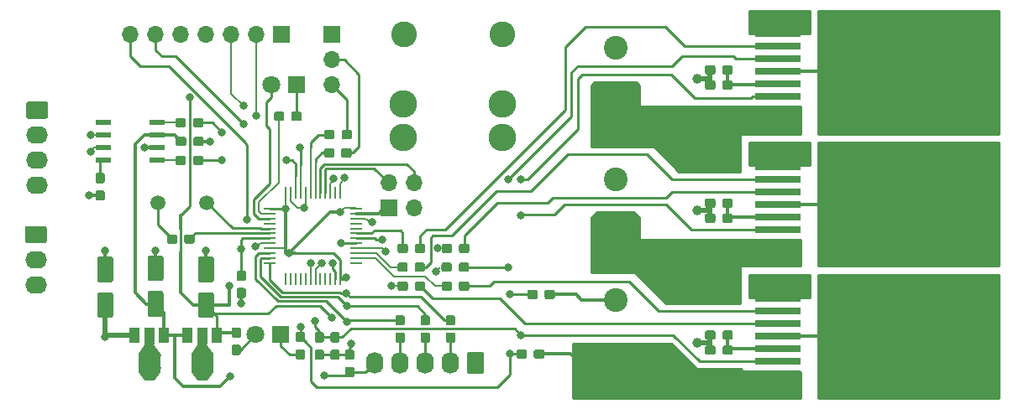
<source format=gbr>
G04 #@! TF.GenerationSoftware,KiCad,Pcbnew,5.0.2-bee76a0~70~ubuntu18.04.1*
G04 #@! TF.CreationDate,2019-01-24T16:52:24+01:00*
G04 #@! TF.ProjectId,MotorDriver,4d6f746f-7244-4726-9976-65722e6b6963,rev?*
G04 #@! TF.SameCoordinates,Original*
G04 #@! TF.FileFunction,Copper,L1,Top*
G04 #@! TF.FilePolarity,Positive*
%FSLAX46Y46*%
G04 Gerber Fmt 4.6, Leading zero omitted, Abs format (unit mm)*
G04 Created by KiCad (PCBNEW 5.0.2-bee76a0~70~ubuntu18.04.1) date Čt 24. ledna 2019, 16:52:24 CET*
%MOMM*%
%LPD*%
G01*
G04 APERTURE LIST*
G04 #@! TA.AperFunction,Conductor*
%ADD10C,0.100000*%
G04 #@! TD*
G04 #@! TA.AperFunction,ComponentPad*
%ADD11C,1.740000*%
G04 #@! TD*
G04 #@! TA.AperFunction,ComponentPad*
%ADD12O,1.740000X2.200000*%
G04 #@! TD*
G04 #@! TA.AperFunction,SMDPad,CuDef*
%ADD13R,1.550000X0.600000*%
G04 #@! TD*
G04 #@! TA.AperFunction,ComponentPad*
%ADD14C,2.780000*%
G04 #@! TD*
G04 #@! TA.AperFunction,ComponentPad*
%ADD15C,2.600000*%
G04 #@! TD*
G04 #@! TA.AperFunction,SMDPad,CuDef*
%ADD16R,9.400000X10.800000*%
G04 #@! TD*
G04 #@! TA.AperFunction,SMDPad,CuDef*
%ADD17R,4.600000X0.800000*%
G04 #@! TD*
G04 #@! TA.AperFunction,SMDPad,CuDef*
%ADD18C,0.850000*%
G04 #@! TD*
G04 #@! TA.AperFunction,SMDPad,CuDef*
%ADD19R,1.000000X1.500000*%
G04 #@! TD*
G04 #@! TA.AperFunction,SMDPad,CuDef*
%ADD20R,1.000000X1.800000*%
G04 #@! TD*
G04 #@! TA.AperFunction,SMDPad,CuDef*
%ADD21R,2.200000X1.840000*%
G04 #@! TD*
G04 #@! TA.AperFunction,SMDPad,CuDef*
%ADD22C,1.000000*%
G04 #@! TD*
G04 #@! TA.AperFunction,SMDPad,CuDef*
%ADD23R,0.250000X1.300000*%
G04 #@! TD*
G04 #@! TA.AperFunction,SMDPad,CuDef*
%ADD24R,1.300000X0.250000*%
G04 #@! TD*
G04 #@! TA.AperFunction,ComponentPad*
%ADD25C,1.500000*%
G04 #@! TD*
G04 #@! TA.AperFunction,SMDPad,CuDef*
%ADD26C,0.950000*%
G04 #@! TD*
G04 #@! TA.AperFunction,SMDPad,CuDef*
%ADD27C,1.600000*%
G04 #@! TD*
G04 #@! TA.AperFunction,ComponentPad*
%ADD28R,1.700000X1.700000*%
G04 #@! TD*
G04 #@! TA.AperFunction,ComponentPad*
%ADD29O,1.700000X1.700000*%
G04 #@! TD*
G04 #@! TA.AperFunction,ComponentPad*
%ADD30R,2.400000X2.400000*%
G04 #@! TD*
G04 #@! TA.AperFunction,ComponentPad*
%ADD31C,2.400000*%
G04 #@! TD*
G04 #@! TA.AperFunction,ComponentPad*
%ADD32O,2.200000X1.740000*%
G04 #@! TD*
G04 #@! TA.AperFunction,ComponentPad*
%ADD33C,1.800000*%
G04 #@! TD*
G04 #@! TA.AperFunction,ComponentPad*
%ADD34R,1.800000X1.800000*%
G04 #@! TD*
G04 #@! TA.AperFunction,ViaPad*
%ADD35C,0.800000*%
G04 #@! TD*
G04 #@! TA.AperFunction,ViaPad*
%ADD36C,1.000000*%
G04 #@! TD*
G04 #@! TA.AperFunction,Conductor*
%ADD37C,0.300000*%
G04 #@! TD*
G04 #@! TA.AperFunction,Conductor*
%ADD38C,0.250000*%
G04 #@! TD*
G04 #@! TA.AperFunction,Conductor*
%ADD39C,0.200000*%
G04 #@! TD*
G04 #@! TA.AperFunction,Conductor*
%ADD40C,0.500000*%
G04 #@! TD*
G04 #@! TA.AperFunction,Conductor*
%ADD41C,0.254000*%
G04 #@! TD*
G04 APERTURE END LIST*
D10*
G04 #@! TO.N,GNDS*
G04 #@! TO.C,J7*
G36*
X146440505Y-109137204D02*
X146464773Y-109140804D01*
X146488572Y-109146765D01*
X146511671Y-109155030D01*
X146533850Y-109165520D01*
X146554893Y-109178132D01*
X146574599Y-109192747D01*
X146592777Y-109209223D01*
X146609253Y-109227401D01*
X146623868Y-109247107D01*
X146636480Y-109268150D01*
X146646970Y-109290329D01*
X146655235Y-109313428D01*
X146661196Y-109337227D01*
X146664796Y-109361495D01*
X146666000Y-109385999D01*
X146666000Y-111086001D01*
X146664796Y-111110505D01*
X146661196Y-111134773D01*
X146655235Y-111158572D01*
X146646970Y-111181671D01*
X146636480Y-111203850D01*
X146623868Y-111224893D01*
X146609253Y-111244599D01*
X146592777Y-111262777D01*
X146574599Y-111279253D01*
X146554893Y-111293868D01*
X146533850Y-111306480D01*
X146511671Y-111316970D01*
X146488572Y-111325235D01*
X146464773Y-111331196D01*
X146440505Y-111334796D01*
X146416001Y-111336000D01*
X145175999Y-111336000D01*
X145151495Y-111334796D01*
X145127227Y-111331196D01*
X145103428Y-111325235D01*
X145080329Y-111316970D01*
X145058150Y-111306480D01*
X145037107Y-111293868D01*
X145017401Y-111279253D01*
X144999223Y-111262777D01*
X144982747Y-111244599D01*
X144968132Y-111224893D01*
X144955520Y-111203850D01*
X144945030Y-111181671D01*
X144936765Y-111158572D01*
X144930804Y-111134773D01*
X144927204Y-111110505D01*
X144926000Y-111086001D01*
X144926000Y-109385999D01*
X144927204Y-109361495D01*
X144930804Y-109337227D01*
X144936765Y-109313428D01*
X144945030Y-109290329D01*
X144955520Y-109268150D01*
X144968132Y-109247107D01*
X144982747Y-109227401D01*
X144999223Y-109209223D01*
X145017401Y-109192747D01*
X145037107Y-109178132D01*
X145058150Y-109165520D01*
X145080329Y-109155030D01*
X145103428Y-109146765D01*
X145127227Y-109140804D01*
X145151495Y-109137204D01*
X145175999Y-109136000D01*
X146416001Y-109136000D01*
X146440505Y-109137204D01*
X146440505Y-109137204D01*
G37*
D11*
G04 #@! TD*
G04 #@! TO.P,J7,1*
G04 #@! TO.N,GNDS*
X145796000Y-110236000D03*
D12*
G04 #@! TO.P,J7,2*
G04 #@! TO.N,Net-(J7-Pad2)*
X143256000Y-110236000D03*
G04 #@! TO.P,J7,3*
G04 #@! TO.N,Net-(J7-Pad3)*
X140716000Y-110236000D03*
G04 #@! TO.P,J7,4*
G04 #@! TO.N,Net-(J7-Pad4)*
X138176000Y-110236000D03*
G04 #@! TO.P,J7,5*
G04 #@! TO.N,Net-(C23-Pad1)*
X135636000Y-110236000D03*
G04 #@! TD*
D13*
G04 #@! TO.P,U4,1*
G04 #@! TO.N,Net-(R1-Pad1)*
X113698000Y-89789000D03*
G04 #@! TO.P,U4,2*
G04 #@! TO.N,GNDS*
X113698000Y-88519000D03*
G04 #@! TO.P,U4,3*
G04 #@! TO.N,+5V*
X113698000Y-87249000D03*
G04 #@! TO.P,U4,4*
G04 #@! TO.N,Net-(R2-Pad1)*
X113698000Y-85979000D03*
G04 #@! TO.P,U4,5*
G04 #@! TO.N,N/C*
X108298000Y-85979000D03*
G04 #@! TO.P,U4,6*
G04 #@! TO.N,Net-(D2-Pad2)*
X108298000Y-87249000D03*
G04 #@! TO.P,U4,7*
G04 #@! TO.N,Net-(D2-Pad1)*
X108298000Y-88519000D03*
G04 #@! TO.P,U4,8*
G04 #@! TO.N,Net-(R13-Pad1)*
X108298000Y-89789000D03*
G04 #@! TD*
D14*
G04 #@! TO.P,F1,1*
G04 #@! TO.N,+BATT*
X138543000Y-84074000D03*
X138543000Y-87474000D03*
G04 #@! TO.P,F1,2*
G04 #@! TO.N,+36V*
X148463000Y-84074000D03*
X148463000Y-87474000D03*
G04 #@! TD*
D15*
G04 #@! TO.P,J1,1*
G04 #@! TO.N,/H m\016Fstky/OUT_A*
X196088000Y-103759000D03*
G04 #@! TD*
G04 #@! TO.P,J2,1*
G04 #@! TO.N,/H m\016Fstky/OUT_B*
X196088000Y-94234000D03*
G04 #@! TD*
G04 #@! TO.P,J3,1*
G04 #@! TO.N,/H m\016Fstky/OUT_C*
X196088000Y-84709000D03*
G04 #@! TD*
D16*
G04 #@! TO.P,Q2,8*
G04 #@! TO.N,/H m\016Fstky/OUT_A*
X185408000Y-107569000D03*
D17*
G04 #@! TO.P,Q2,7*
G04 #@! TO.N,+36V*
X176258000Y-111379000D03*
G04 #@! TO.P,Q2,6*
G04 #@! TO.N,/H m\016Fstky/I_SENSE*
X176258000Y-110109000D03*
G04 #@! TO.P,Q2,5*
G04 #@! TO.N,Net-(C8-Pad1)*
X176258000Y-108839000D03*
G04 #@! TO.P,Q2,4*
G04 #@! TO.N,/H m\016Fstky/OUT_A*
X176258000Y-107569000D03*
G04 #@! TO.P,Q2,3*
G04 #@! TO.N,Net-(Q2-Pad3)*
X176258000Y-106299000D03*
G04 #@! TO.P,Q2,2*
G04 #@! TO.N,Net-(Q2-Pad2)*
X176258000Y-105029000D03*
G04 #@! TO.P,Q2,1*
G04 #@! TO.N,GNDPWR*
X176258000Y-103759000D03*
G04 #@! TD*
G04 #@! TO.P,Q3,1*
G04 #@! TO.N,GNDPWR*
X176270000Y-90424000D03*
G04 #@! TO.P,Q3,2*
G04 #@! TO.N,Net-(Q3-Pad2)*
X176270000Y-91694000D03*
G04 #@! TO.P,Q3,3*
G04 #@! TO.N,Net-(Q3-Pad3)*
X176270000Y-92964000D03*
G04 #@! TO.P,Q3,4*
G04 #@! TO.N,/H m\016Fstky/OUT_B*
X176270000Y-94234000D03*
G04 #@! TO.P,Q3,5*
G04 #@! TO.N,Net-(C7-Pad1)*
X176270000Y-95504000D03*
G04 #@! TO.P,Q3,6*
G04 #@! TO.N,/H m\016Fstky/I_SENSE*
X176270000Y-96774000D03*
G04 #@! TO.P,Q3,7*
G04 #@! TO.N,+36V*
X176270000Y-98044000D03*
D16*
G04 #@! TO.P,Q3,8*
G04 #@! TO.N,/H m\016Fstky/OUT_B*
X185420000Y-94234000D03*
G04 #@! TD*
D17*
G04 #@! TO.P,Q4,1*
G04 #@! TO.N,GNDPWR*
X176270000Y-76962000D03*
G04 #@! TO.P,Q4,2*
G04 #@! TO.N,Net-(Q4-Pad2)*
X176270000Y-78232000D03*
G04 #@! TO.P,Q4,3*
G04 #@! TO.N,Net-(Q4-Pad3)*
X176270000Y-79502000D03*
G04 #@! TO.P,Q4,4*
G04 #@! TO.N,/H m\016Fstky/OUT_C*
X176270000Y-80772000D03*
G04 #@! TO.P,Q4,5*
G04 #@! TO.N,Net-(C6-Pad1)*
X176270000Y-82042000D03*
G04 #@! TO.P,Q4,6*
G04 #@! TO.N,/H m\016Fstky/I_SENSE*
X176270000Y-83312000D03*
G04 #@! TO.P,Q4,7*
G04 #@! TO.N,+36V*
X176270000Y-84582000D03*
D16*
G04 #@! TO.P,Q4,8*
G04 #@! TO.N,/H m\016Fstky/OUT_C*
X185420000Y-80772000D03*
G04 #@! TD*
D18*
G04 #@! TO.P,U1,2*
G04 #@! TO.N,GNDS*
X112903000Y-111569500D03*
D10*
G04 #@! TD*
G04 #@! TO.N,GNDS*
G04 #@! TO.C,U1*
G36*
X114003000Y-111144500D02*
X113403000Y-111994500D01*
X112403000Y-111994500D01*
X111803000Y-111144500D01*
X114003000Y-111144500D01*
X114003000Y-111144500D01*
G37*
D19*
G04 #@! TO.P,U1,1*
G04 #@! TO.N,+5V*
X114403000Y-107422500D03*
D20*
G04 #@! TO.P,U1,2*
G04 #@! TO.N,GNDS*
X112903000Y-107569000D03*
D19*
G04 #@! TO.P,U1,3*
G04 #@! TO.N,/power/pwrs_in*
X111403000Y-107422500D03*
D21*
G04 #@! TO.P,U1,2*
G04 #@! TO.N,GNDS*
X112903000Y-110236000D03*
D22*
X112903000Y-108826300D03*
D10*
G04 #@! TD*
G04 #@! TO.N,GNDS*
G04 #@! TO.C,U1*
G36*
X111803000Y-109326300D02*
X112503000Y-108326300D01*
X113303000Y-108326300D01*
X114003000Y-109326300D01*
X111803000Y-109326300D01*
X111803000Y-109326300D01*
G37*
D22*
G04 #@! TO.P,U2,2*
G04 #@! TO.N,GNDS*
X118237000Y-108826300D03*
D10*
G04 #@! TD*
G04 #@! TO.N,GNDS*
G04 #@! TO.C,U2*
G36*
X117137000Y-109326300D02*
X117837000Y-108326300D01*
X118637000Y-108326300D01*
X119337000Y-109326300D01*
X117137000Y-109326300D01*
X117137000Y-109326300D01*
G37*
D21*
G04 #@! TO.P,U2,2*
G04 #@! TO.N,GNDS*
X118237000Y-110236000D03*
D19*
G04 #@! TO.P,U2,3*
G04 #@! TO.N,+5V*
X116737000Y-107422500D03*
D20*
G04 #@! TO.P,U2,2*
G04 #@! TO.N,GNDS*
X118237000Y-107569000D03*
D19*
G04 #@! TO.P,U2,1*
G04 #@! TO.N,+3V3*
X119737000Y-107422500D03*
D18*
G04 #@! TO.P,U2,2*
G04 #@! TO.N,GNDS*
X118237000Y-111569500D03*
D10*
G04 #@! TD*
G04 #@! TO.N,GNDS*
G04 #@! TO.C,U2*
G36*
X119337000Y-111144500D02*
X118737000Y-111994500D01*
X117737000Y-111994500D01*
X117137000Y-111144500D01*
X119337000Y-111144500D01*
X119337000Y-111144500D01*
G37*
D23*
G04 #@! TO.P,U3,48*
G04 #@! TO.N,+3V3*
X126663000Y-93059000D03*
G04 #@! TO.P,U3,47*
G04 #@! TO.N,GNDS*
X127163000Y-93059000D03*
G04 #@! TO.P,U3,46*
G04 #@! TO.N,/interface/CANtx*
X127663000Y-93059000D03*
G04 #@! TO.P,U3,45*
G04 #@! TO.N,/interface/CANrx*
X128163000Y-93059000D03*
G04 #@! TO.P,U3,44*
G04 #@! TO.N,GNDS*
X128663000Y-93059000D03*
G04 #@! TO.P,U3,43*
G04 #@! TO.N,/procesorov\00E1 jednotka/USART_RX*
X129163000Y-93059000D03*
G04 #@! TO.P,U3,42*
G04 #@! TO.N,/procesorov\00E1 jednotka/USART_TX*
X129663000Y-93059000D03*
G04 #@! TO.P,U3,41*
G04 #@! TO.N,/procesorov\00E1 jednotka/CONF_2*
X130163000Y-93059000D03*
G04 #@! TO.P,U3,40*
G04 #@! TO.N,/procesorov\00E1 jednotka/CONF_1*
X130663000Y-93059000D03*
G04 #@! TO.P,U3,39*
G04 #@! TO.N,/procesorov\00E1 jednotka/SYS_TRA*
X131163000Y-93059000D03*
G04 #@! TO.P,U3,38*
G04 #@! TO.N,N/C*
X131663000Y-93059000D03*
G04 #@! TO.P,U3,37*
G04 #@! TO.N,/procesorov\00E1 jednotka/SYS_SWC*
X132163000Y-93059000D03*
D24*
G04 #@! TO.P,U3,36*
G04 #@! TO.N,+3V3*
X133763000Y-94659000D03*
G04 #@! TO.P,U3,35*
G04 #@! TO.N,GNDS*
X133763000Y-95159000D03*
G04 #@! TO.P,U3,34*
G04 #@! TO.N,/procesorov\00E1 jednotka/SYS_SWDIO*
X133763000Y-95659000D03*
G04 #@! TO.P,U3,33*
G04 #@! TO.N,N/C*
X133763000Y-96159000D03*
G04 #@! TO.P,U3,32*
X133763000Y-96659000D03*
G04 #@! TO.P,U3,31*
G04 #@! TO.N,/procesorov\00E1 jednotka/INH_C*
X133763000Y-97159000D03*
G04 #@! TO.P,U3,30*
G04 #@! TO.N,/H m\016Fstky/INH_B*
X133763000Y-97659000D03*
G04 #@! TO.P,U3,29*
G04 #@! TO.N,/H m\016Fstky/INH_A*
X133763000Y-98159000D03*
G04 #@! TO.P,U3,28*
G04 #@! TO.N,/H m\016Fstky/INH_C*
X133763000Y-98659000D03*
G04 #@! TO.P,U3,27*
G04 #@! TO.N,/H m\016Fstky/IN_B*
X133763000Y-99159000D03*
G04 #@! TO.P,U3,26*
G04 #@! TO.N,/H m\016Fstky/IN_A*
X133763000Y-99659000D03*
G04 #@! TO.P,U3,25*
G04 #@! TO.N,N/C*
X133763000Y-100159000D03*
D23*
G04 #@! TO.P,U3,24*
G04 #@! TO.N,+3V3*
X132163000Y-101759000D03*
G04 #@! TO.P,U3,23*
G04 #@! TO.N,GNDS*
X131663000Y-101759000D03*
G04 #@! TO.P,U3,22*
G04 #@! TO.N,N/C*
X131163000Y-101759000D03*
G04 #@! TO.P,U3,21*
X130663000Y-101759000D03*
G04 #@! TO.P,U3,20*
X130163000Y-101759000D03*
G04 #@! TO.P,U3,19*
G04 #@! TO.N,/H m\016Fstky/I_SENSE*
X129663000Y-101759000D03*
G04 #@! TO.P,U3,18*
G04 #@! TO.N,/power/PWR_SENSE*
X129163000Y-101759000D03*
G04 #@! TO.P,U3,17*
G04 #@! TO.N,N/C*
X128663000Y-101759000D03*
G04 #@! TO.P,U3,16*
X128163000Y-101759000D03*
G04 #@! TO.P,U3,15*
X127663000Y-101759000D03*
G04 #@! TO.P,U3,14*
X127163000Y-101759000D03*
G04 #@! TO.P,U3,13*
X126663000Y-101759000D03*
D24*
G04 #@! TO.P,U3,12*
G04 #@! TO.N,/procesorov\00E1 jednotka/HAL_C*
X125063000Y-100159000D03*
G04 #@! TO.P,U3,11*
G04 #@! TO.N,/procesorov\00E1 jednotka/HAL_B*
X125063000Y-99659000D03*
G04 #@! TO.P,U3,10*
G04 #@! TO.N,/procesorov\00E1 jednotka/HAL_A*
X125063000Y-99159000D03*
G04 #@! TO.P,U3,9*
G04 #@! TO.N,+3V3*
X125063000Y-98659000D03*
G04 #@! TO.P,U3,8*
G04 #@! TO.N,GNDS*
X125063000Y-98159000D03*
G04 #@! TO.P,U3,7*
G04 #@! TO.N,/procesorov\00E1 jednotka/SYS_NRST*
X125063000Y-97659000D03*
G04 #@! TO.P,U3,6*
G04 #@! TO.N,Net-(R18-Pad1)*
X125063000Y-97159000D03*
G04 #@! TO.P,U3,5*
G04 #@! TO.N,Net-(C12-Pad1)*
X125063000Y-96659000D03*
G04 #@! TO.P,U3,4*
G04 #@! TO.N,N/C*
X125063000Y-96159000D03*
G04 #@! TO.P,U3,3*
G04 #@! TO.N,LED_2*
X125063000Y-95659000D03*
G04 #@! TO.P,U3,2*
G04 #@! TO.N,LED_1*
X125063000Y-95159000D03*
G04 #@! TO.P,U3,1*
G04 #@! TO.N,+3V3*
X125063000Y-94659000D03*
G04 #@! TD*
D25*
G04 #@! TO.P,Y1,1*
G04 #@! TO.N,Net-(C12-Pad1)*
X118672000Y-94043500D03*
G04 #@! TO.P,Y1,2*
G04 #@! TO.N,Net-(C17-Pad1)*
X113792000Y-94043500D03*
G04 #@! TD*
D10*
G04 #@! TO.N,GNDS*
G04 #@! TO.C,C5*
G36*
X130308779Y-108886644D02*
X130331834Y-108890063D01*
X130354443Y-108895727D01*
X130376387Y-108903579D01*
X130397457Y-108913544D01*
X130417448Y-108925526D01*
X130436168Y-108939410D01*
X130453438Y-108955062D01*
X130469090Y-108972332D01*
X130482974Y-108991052D01*
X130494956Y-109011043D01*
X130504921Y-109032113D01*
X130512773Y-109054057D01*
X130518437Y-109076666D01*
X130521856Y-109099721D01*
X130523000Y-109123000D01*
X130523000Y-109698000D01*
X130521856Y-109721279D01*
X130518437Y-109744334D01*
X130512773Y-109766943D01*
X130504921Y-109788887D01*
X130494956Y-109809957D01*
X130482974Y-109829948D01*
X130469090Y-109848668D01*
X130453438Y-109865938D01*
X130436168Y-109881590D01*
X130417448Y-109895474D01*
X130397457Y-109907456D01*
X130376387Y-109917421D01*
X130354443Y-109925273D01*
X130331834Y-109930937D01*
X130308779Y-109934356D01*
X130285500Y-109935500D01*
X129810500Y-109935500D01*
X129787221Y-109934356D01*
X129764166Y-109930937D01*
X129741557Y-109925273D01*
X129719613Y-109917421D01*
X129698543Y-109907456D01*
X129678552Y-109895474D01*
X129659832Y-109881590D01*
X129642562Y-109865938D01*
X129626910Y-109848668D01*
X129613026Y-109829948D01*
X129601044Y-109809957D01*
X129591079Y-109788887D01*
X129583227Y-109766943D01*
X129577563Y-109744334D01*
X129574144Y-109721279D01*
X129573000Y-109698000D01*
X129573000Y-109123000D01*
X129574144Y-109099721D01*
X129577563Y-109076666D01*
X129583227Y-109054057D01*
X129591079Y-109032113D01*
X129601044Y-109011043D01*
X129613026Y-108991052D01*
X129626910Y-108972332D01*
X129642562Y-108955062D01*
X129659832Y-108939410D01*
X129678552Y-108925526D01*
X129698543Y-108913544D01*
X129719613Y-108903579D01*
X129741557Y-108895727D01*
X129764166Y-108890063D01*
X129787221Y-108886644D01*
X129810500Y-108885500D01*
X130285500Y-108885500D01*
X130308779Y-108886644D01*
X130308779Y-108886644D01*
G37*
D26*
G04 #@! TD*
G04 #@! TO.P,C5,2*
G04 #@! TO.N,GNDS*
X130048000Y-109410500D03*
D10*
G04 #@! TO.N,/H m\016Fstky/I_SENSE*
G04 #@! TO.C,C5*
G36*
X130308779Y-107136644D02*
X130331834Y-107140063D01*
X130354443Y-107145727D01*
X130376387Y-107153579D01*
X130397457Y-107163544D01*
X130417448Y-107175526D01*
X130436168Y-107189410D01*
X130453438Y-107205062D01*
X130469090Y-107222332D01*
X130482974Y-107241052D01*
X130494956Y-107261043D01*
X130504921Y-107282113D01*
X130512773Y-107304057D01*
X130518437Y-107326666D01*
X130521856Y-107349721D01*
X130523000Y-107373000D01*
X130523000Y-107948000D01*
X130521856Y-107971279D01*
X130518437Y-107994334D01*
X130512773Y-108016943D01*
X130504921Y-108038887D01*
X130494956Y-108059957D01*
X130482974Y-108079948D01*
X130469090Y-108098668D01*
X130453438Y-108115938D01*
X130436168Y-108131590D01*
X130417448Y-108145474D01*
X130397457Y-108157456D01*
X130376387Y-108167421D01*
X130354443Y-108175273D01*
X130331834Y-108180937D01*
X130308779Y-108184356D01*
X130285500Y-108185500D01*
X129810500Y-108185500D01*
X129787221Y-108184356D01*
X129764166Y-108180937D01*
X129741557Y-108175273D01*
X129719613Y-108167421D01*
X129698543Y-108157456D01*
X129678552Y-108145474D01*
X129659832Y-108131590D01*
X129642562Y-108115938D01*
X129626910Y-108098668D01*
X129613026Y-108079948D01*
X129601044Y-108059957D01*
X129591079Y-108038887D01*
X129583227Y-108016943D01*
X129577563Y-107994334D01*
X129574144Y-107971279D01*
X129573000Y-107948000D01*
X129573000Y-107373000D01*
X129574144Y-107349721D01*
X129577563Y-107326666D01*
X129583227Y-107304057D01*
X129591079Y-107282113D01*
X129601044Y-107261043D01*
X129613026Y-107241052D01*
X129626910Y-107222332D01*
X129642562Y-107205062D01*
X129659832Y-107189410D01*
X129678552Y-107175526D01*
X129698543Y-107163544D01*
X129719613Y-107153579D01*
X129741557Y-107145727D01*
X129764166Y-107140063D01*
X129787221Y-107136644D01*
X129810500Y-107135500D01*
X130285500Y-107135500D01*
X130308779Y-107136644D01*
X130308779Y-107136644D01*
G37*
D26*
G04 #@! TD*
G04 #@! TO.P,C5,1*
G04 #@! TO.N,/H m\016Fstky/I_SENSE*
X130048000Y-107660500D03*
D10*
G04 #@! TO.N,+5V*
G04 #@! TO.C,C11*
G36*
X116416779Y-87410144D02*
X116439834Y-87413563D01*
X116462443Y-87419227D01*
X116484387Y-87427079D01*
X116505457Y-87437044D01*
X116525448Y-87449026D01*
X116544168Y-87462910D01*
X116561438Y-87478562D01*
X116577090Y-87495832D01*
X116590974Y-87514552D01*
X116602956Y-87534543D01*
X116612921Y-87555613D01*
X116620773Y-87577557D01*
X116626437Y-87600166D01*
X116629856Y-87623221D01*
X116631000Y-87646500D01*
X116631000Y-88121500D01*
X116629856Y-88144779D01*
X116626437Y-88167834D01*
X116620773Y-88190443D01*
X116612921Y-88212387D01*
X116602956Y-88233457D01*
X116590974Y-88253448D01*
X116577090Y-88272168D01*
X116561438Y-88289438D01*
X116544168Y-88305090D01*
X116525448Y-88318974D01*
X116505457Y-88330956D01*
X116484387Y-88340921D01*
X116462443Y-88348773D01*
X116439834Y-88354437D01*
X116416779Y-88357856D01*
X116393500Y-88359000D01*
X115818500Y-88359000D01*
X115795221Y-88357856D01*
X115772166Y-88354437D01*
X115749557Y-88348773D01*
X115727613Y-88340921D01*
X115706543Y-88330956D01*
X115686552Y-88318974D01*
X115667832Y-88305090D01*
X115650562Y-88289438D01*
X115634910Y-88272168D01*
X115621026Y-88253448D01*
X115609044Y-88233457D01*
X115599079Y-88212387D01*
X115591227Y-88190443D01*
X115585563Y-88167834D01*
X115582144Y-88144779D01*
X115581000Y-88121500D01*
X115581000Y-87646500D01*
X115582144Y-87623221D01*
X115585563Y-87600166D01*
X115591227Y-87577557D01*
X115599079Y-87555613D01*
X115609044Y-87534543D01*
X115621026Y-87514552D01*
X115634910Y-87495832D01*
X115650562Y-87478562D01*
X115667832Y-87462910D01*
X115686552Y-87449026D01*
X115706543Y-87437044D01*
X115727613Y-87427079D01*
X115749557Y-87419227D01*
X115772166Y-87413563D01*
X115795221Y-87410144D01*
X115818500Y-87409000D01*
X116393500Y-87409000D01*
X116416779Y-87410144D01*
X116416779Y-87410144D01*
G37*
D26*
G04 #@! TD*
G04 #@! TO.P,C11,1*
G04 #@! TO.N,+5V*
X116106000Y-87884000D03*
D10*
G04 #@! TO.N,GNDS*
G04 #@! TO.C,C11*
G36*
X118166779Y-87410144D02*
X118189834Y-87413563D01*
X118212443Y-87419227D01*
X118234387Y-87427079D01*
X118255457Y-87437044D01*
X118275448Y-87449026D01*
X118294168Y-87462910D01*
X118311438Y-87478562D01*
X118327090Y-87495832D01*
X118340974Y-87514552D01*
X118352956Y-87534543D01*
X118362921Y-87555613D01*
X118370773Y-87577557D01*
X118376437Y-87600166D01*
X118379856Y-87623221D01*
X118381000Y-87646500D01*
X118381000Y-88121500D01*
X118379856Y-88144779D01*
X118376437Y-88167834D01*
X118370773Y-88190443D01*
X118362921Y-88212387D01*
X118352956Y-88233457D01*
X118340974Y-88253448D01*
X118327090Y-88272168D01*
X118311438Y-88289438D01*
X118294168Y-88305090D01*
X118275448Y-88318974D01*
X118255457Y-88330956D01*
X118234387Y-88340921D01*
X118212443Y-88348773D01*
X118189834Y-88354437D01*
X118166779Y-88357856D01*
X118143500Y-88359000D01*
X117568500Y-88359000D01*
X117545221Y-88357856D01*
X117522166Y-88354437D01*
X117499557Y-88348773D01*
X117477613Y-88340921D01*
X117456543Y-88330956D01*
X117436552Y-88318974D01*
X117417832Y-88305090D01*
X117400562Y-88289438D01*
X117384910Y-88272168D01*
X117371026Y-88253448D01*
X117359044Y-88233457D01*
X117349079Y-88212387D01*
X117341227Y-88190443D01*
X117335563Y-88167834D01*
X117332144Y-88144779D01*
X117331000Y-88121500D01*
X117331000Y-87646500D01*
X117332144Y-87623221D01*
X117335563Y-87600166D01*
X117341227Y-87577557D01*
X117349079Y-87555613D01*
X117359044Y-87534543D01*
X117371026Y-87514552D01*
X117384910Y-87495832D01*
X117400562Y-87478562D01*
X117417832Y-87462910D01*
X117436552Y-87449026D01*
X117456543Y-87437044D01*
X117477613Y-87427079D01*
X117499557Y-87419227D01*
X117522166Y-87413563D01*
X117545221Y-87410144D01*
X117568500Y-87409000D01*
X118143500Y-87409000D01*
X118166779Y-87410144D01*
X118166779Y-87410144D01*
G37*
D26*
G04 #@! TD*
G04 #@! TO.P,C11,2*
G04 #@! TO.N,GNDS*
X117856000Y-87884000D03*
D10*
G04 #@! TO.N,Net-(R1-Pad1)*
G04 #@! TO.C,R1*
G36*
X116402779Y-89315144D02*
X116425834Y-89318563D01*
X116448443Y-89324227D01*
X116470387Y-89332079D01*
X116491457Y-89342044D01*
X116511448Y-89354026D01*
X116530168Y-89367910D01*
X116547438Y-89383562D01*
X116563090Y-89400832D01*
X116576974Y-89419552D01*
X116588956Y-89439543D01*
X116598921Y-89460613D01*
X116606773Y-89482557D01*
X116612437Y-89505166D01*
X116615856Y-89528221D01*
X116617000Y-89551500D01*
X116617000Y-90026500D01*
X116615856Y-90049779D01*
X116612437Y-90072834D01*
X116606773Y-90095443D01*
X116598921Y-90117387D01*
X116588956Y-90138457D01*
X116576974Y-90158448D01*
X116563090Y-90177168D01*
X116547438Y-90194438D01*
X116530168Y-90210090D01*
X116511448Y-90223974D01*
X116491457Y-90235956D01*
X116470387Y-90245921D01*
X116448443Y-90253773D01*
X116425834Y-90259437D01*
X116402779Y-90262856D01*
X116379500Y-90264000D01*
X115804500Y-90264000D01*
X115781221Y-90262856D01*
X115758166Y-90259437D01*
X115735557Y-90253773D01*
X115713613Y-90245921D01*
X115692543Y-90235956D01*
X115672552Y-90223974D01*
X115653832Y-90210090D01*
X115636562Y-90194438D01*
X115620910Y-90177168D01*
X115607026Y-90158448D01*
X115595044Y-90138457D01*
X115585079Y-90117387D01*
X115577227Y-90095443D01*
X115571563Y-90072834D01*
X115568144Y-90049779D01*
X115567000Y-90026500D01*
X115567000Y-89551500D01*
X115568144Y-89528221D01*
X115571563Y-89505166D01*
X115577227Y-89482557D01*
X115585079Y-89460613D01*
X115595044Y-89439543D01*
X115607026Y-89419552D01*
X115620910Y-89400832D01*
X115636562Y-89383562D01*
X115653832Y-89367910D01*
X115672552Y-89354026D01*
X115692543Y-89342044D01*
X115713613Y-89332079D01*
X115735557Y-89324227D01*
X115758166Y-89318563D01*
X115781221Y-89315144D01*
X115804500Y-89314000D01*
X116379500Y-89314000D01*
X116402779Y-89315144D01*
X116402779Y-89315144D01*
G37*
D26*
G04 #@! TD*
G04 #@! TO.P,R1,1*
G04 #@! TO.N,Net-(R1-Pad1)*
X116092000Y-89789000D03*
D10*
G04 #@! TO.N,/interface/CANtx*
G04 #@! TO.C,R1*
G36*
X118152779Y-89315144D02*
X118175834Y-89318563D01*
X118198443Y-89324227D01*
X118220387Y-89332079D01*
X118241457Y-89342044D01*
X118261448Y-89354026D01*
X118280168Y-89367910D01*
X118297438Y-89383562D01*
X118313090Y-89400832D01*
X118326974Y-89419552D01*
X118338956Y-89439543D01*
X118348921Y-89460613D01*
X118356773Y-89482557D01*
X118362437Y-89505166D01*
X118365856Y-89528221D01*
X118367000Y-89551500D01*
X118367000Y-90026500D01*
X118365856Y-90049779D01*
X118362437Y-90072834D01*
X118356773Y-90095443D01*
X118348921Y-90117387D01*
X118338956Y-90138457D01*
X118326974Y-90158448D01*
X118313090Y-90177168D01*
X118297438Y-90194438D01*
X118280168Y-90210090D01*
X118261448Y-90223974D01*
X118241457Y-90235956D01*
X118220387Y-90245921D01*
X118198443Y-90253773D01*
X118175834Y-90259437D01*
X118152779Y-90262856D01*
X118129500Y-90264000D01*
X117554500Y-90264000D01*
X117531221Y-90262856D01*
X117508166Y-90259437D01*
X117485557Y-90253773D01*
X117463613Y-90245921D01*
X117442543Y-90235956D01*
X117422552Y-90223974D01*
X117403832Y-90210090D01*
X117386562Y-90194438D01*
X117370910Y-90177168D01*
X117357026Y-90158448D01*
X117345044Y-90138457D01*
X117335079Y-90117387D01*
X117327227Y-90095443D01*
X117321563Y-90072834D01*
X117318144Y-90049779D01*
X117317000Y-90026500D01*
X117317000Y-89551500D01*
X117318144Y-89528221D01*
X117321563Y-89505166D01*
X117327227Y-89482557D01*
X117335079Y-89460613D01*
X117345044Y-89439543D01*
X117357026Y-89419552D01*
X117370910Y-89400832D01*
X117386562Y-89383562D01*
X117403832Y-89367910D01*
X117422552Y-89354026D01*
X117442543Y-89342044D01*
X117463613Y-89332079D01*
X117485557Y-89324227D01*
X117508166Y-89318563D01*
X117531221Y-89315144D01*
X117554500Y-89314000D01*
X118129500Y-89314000D01*
X118152779Y-89315144D01*
X118152779Y-89315144D01*
G37*
D26*
G04 #@! TD*
G04 #@! TO.P,R1,2*
G04 #@! TO.N,/interface/CANtx*
X117842000Y-89789000D03*
D10*
G04 #@! TO.N,/interface/CANrx*
G04 #@! TO.C,R2*
G36*
X118138779Y-85505144D02*
X118161834Y-85508563D01*
X118184443Y-85514227D01*
X118206387Y-85522079D01*
X118227457Y-85532044D01*
X118247448Y-85544026D01*
X118266168Y-85557910D01*
X118283438Y-85573562D01*
X118299090Y-85590832D01*
X118312974Y-85609552D01*
X118324956Y-85629543D01*
X118334921Y-85650613D01*
X118342773Y-85672557D01*
X118348437Y-85695166D01*
X118351856Y-85718221D01*
X118353000Y-85741500D01*
X118353000Y-86216500D01*
X118351856Y-86239779D01*
X118348437Y-86262834D01*
X118342773Y-86285443D01*
X118334921Y-86307387D01*
X118324956Y-86328457D01*
X118312974Y-86348448D01*
X118299090Y-86367168D01*
X118283438Y-86384438D01*
X118266168Y-86400090D01*
X118247448Y-86413974D01*
X118227457Y-86425956D01*
X118206387Y-86435921D01*
X118184443Y-86443773D01*
X118161834Y-86449437D01*
X118138779Y-86452856D01*
X118115500Y-86454000D01*
X117540500Y-86454000D01*
X117517221Y-86452856D01*
X117494166Y-86449437D01*
X117471557Y-86443773D01*
X117449613Y-86435921D01*
X117428543Y-86425956D01*
X117408552Y-86413974D01*
X117389832Y-86400090D01*
X117372562Y-86384438D01*
X117356910Y-86367168D01*
X117343026Y-86348448D01*
X117331044Y-86328457D01*
X117321079Y-86307387D01*
X117313227Y-86285443D01*
X117307563Y-86262834D01*
X117304144Y-86239779D01*
X117303000Y-86216500D01*
X117303000Y-85741500D01*
X117304144Y-85718221D01*
X117307563Y-85695166D01*
X117313227Y-85672557D01*
X117321079Y-85650613D01*
X117331044Y-85629543D01*
X117343026Y-85609552D01*
X117356910Y-85590832D01*
X117372562Y-85573562D01*
X117389832Y-85557910D01*
X117408552Y-85544026D01*
X117428543Y-85532044D01*
X117449613Y-85522079D01*
X117471557Y-85514227D01*
X117494166Y-85508563D01*
X117517221Y-85505144D01*
X117540500Y-85504000D01*
X118115500Y-85504000D01*
X118138779Y-85505144D01*
X118138779Y-85505144D01*
G37*
D26*
G04 #@! TD*
G04 #@! TO.P,R2,2*
G04 #@! TO.N,/interface/CANrx*
X117828000Y-85979000D03*
D10*
G04 #@! TO.N,Net-(R2-Pad1)*
G04 #@! TO.C,R2*
G36*
X116388779Y-85505144D02*
X116411834Y-85508563D01*
X116434443Y-85514227D01*
X116456387Y-85522079D01*
X116477457Y-85532044D01*
X116497448Y-85544026D01*
X116516168Y-85557910D01*
X116533438Y-85573562D01*
X116549090Y-85590832D01*
X116562974Y-85609552D01*
X116574956Y-85629543D01*
X116584921Y-85650613D01*
X116592773Y-85672557D01*
X116598437Y-85695166D01*
X116601856Y-85718221D01*
X116603000Y-85741500D01*
X116603000Y-86216500D01*
X116601856Y-86239779D01*
X116598437Y-86262834D01*
X116592773Y-86285443D01*
X116584921Y-86307387D01*
X116574956Y-86328457D01*
X116562974Y-86348448D01*
X116549090Y-86367168D01*
X116533438Y-86384438D01*
X116516168Y-86400090D01*
X116497448Y-86413974D01*
X116477457Y-86425956D01*
X116456387Y-86435921D01*
X116434443Y-86443773D01*
X116411834Y-86449437D01*
X116388779Y-86452856D01*
X116365500Y-86454000D01*
X115790500Y-86454000D01*
X115767221Y-86452856D01*
X115744166Y-86449437D01*
X115721557Y-86443773D01*
X115699613Y-86435921D01*
X115678543Y-86425956D01*
X115658552Y-86413974D01*
X115639832Y-86400090D01*
X115622562Y-86384438D01*
X115606910Y-86367168D01*
X115593026Y-86348448D01*
X115581044Y-86328457D01*
X115571079Y-86307387D01*
X115563227Y-86285443D01*
X115557563Y-86262834D01*
X115554144Y-86239779D01*
X115553000Y-86216500D01*
X115553000Y-85741500D01*
X115554144Y-85718221D01*
X115557563Y-85695166D01*
X115563227Y-85672557D01*
X115571079Y-85650613D01*
X115581044Y-85629543D01*
X115593026Y-85609552D01*
X115606910Y-85590832D01*
X115622562Y-85573562D01*
X115639832Y-85557910D01*
X115658552Y-85544026D01*
X115678543Y-85532044D01*
X115699613Y-85522079D01*
X115721557Y-85514227D01*
X115744166Y-85508563D01*
X115767221Y-85505144D01*
X115790500Y-85504000D01*
X116365500Y-85504000D01*
X116388779Y-85505144D01*
X116388779Y-85505144D01*
G37*
D26*
G04 #@! TD*
G04 #@! TO.P,R2,1*
G04 #@! TO.N,Net-(R2-Pad1)*
X116078000Y-85979000D03*
D10*
G04 #@! TO.N,/H m\016Fstky/I_SENSE*
G04 #@! TO.C,R3*
G36*
X131896279Y-107136644D02*
X131919334Y-107140063D01*
X131941943Y-107145727D01*
X131963887Y-107153579D01*
X131984957Y-107163544D01*
X132004948Y-107175526D01*
X132023668Y-107189410D01*
X132040938Y-107205062D01*
X132056590Y-107222332D01*
X132070474Y-107241052D01*
X132082456Y-107261043D01*
X132092421Y-107282113D01*
X132100273Y-107304057D01*
X132105937Y-107326666D01*
X132109356Y-107349721D01*
X132110500Y-107373000D01*
X132110500Y-107948000D01*
X132109356Y-107971279D01*
X132105937Y-107994334D01*
X132100273Y-108016943D01*
X132092421Y-108038887D01*
X132082456Y-108059957D01*
X132070474Y-108079948D01*
X132056590Y-108098668D01*
X132040938Y-108115938D01*
X132023668Y-108131590D01*
X132004948Y-108145474D01*
X131984957Y-108157456D01*
X131963887Y-108167421D01*
X131941943Y-108175273D01*
X131919334Y-108180937D01*
X131896279Y-108184356D01*
X131873000Y-108185500D01*
X131398000Y-108185500D01*
X131374721Y-108184356D01*
X131351666Y-108180937D01*
X131329057Y-108175273D01*
X131307113Y-108167421D01*
X131286043Y-108157456D01*
X131266052Y-108145474D01*
X131247332Y-108131590D01*
X131230062Y-108115938D01*
X131214410Y-108098668D01*
X131200526Y-108079948D01*
X131188544Y-108059957D01*
X131178579Y-108038887D01*
X131170727Y-108016943D01*
X131165063Y-107994334D01*
X131161644Y-107971279D01*
X131160500Y-107948000D01*
X131160500Y-107373000D01*
X131161644Y-107349721D01*
X131165063Y-107326666D01*
X131170727Y-107304057D01*
X131178579Y-107282113D01*
X131188544Y-107261043D01*
X131200526Y-107241052D01*
X131214410Y-107222332D01*
X131230062Y-107205062D01*
X131247332Y-107189410D01*
X131266052Y-107175526D01*
X131286043Y-107163544D01*
X131307113Y-107153579D01*
X131329057Y-107145727D01*
X131351666Y-107140063D01*
X131374721Y-107136644D01*
X131398000Y-107135500D01*
X131873000Y-107135500D01*
X131896279Y-107136644D01*
X131896279Y-107136644D01*
G37*
D26*
G04 #@! TD*
G04 #@! TO.P,R3,1*
G04 #@! TO.N,/H m\016Fstky/I_SENSE*
X131635500Y-107660500D03*
D10*
G04 #@! TO.N,GNDS*
G04 #@! TO.C,R3*
G36*
X131896279Y-108886644D02*
X131919334Y-108890063D01*
X131941943Y-108895727D01*
X131963887Y-108903579D01*
X131984957Y-108913544D01*
X132004948Y-108925526D01*
X132023668Y-108939410D01*
X132040938Y-108955062D01*
X132056590Y-108972332D01*
X132070474Y-108991052D01*
X132082456Y-109011043D01*
X132092421Y-109032113D01*
X132100273Y-109054057D01*
X132105937Y-109076666D01*
X132109356Y-109099721D01*
X132110500Y-109123000D01*
X132110500Y-109698000D01*
X132109356Y-109721279D01*
X132105937Y-109744334D01*
X132100273Y-109766943D01*
X132092421Y-109788887D01*
X132082456Y-109809957D01*
X132070474Y-109829948D01*
X132056590Y-109848668D01*
X132040938Y-109865938D01*
X132023668Y-109881590D01*
X132004948Y-109895474D01*
X131984957Y-109907456D01*
X131963887Y-109917421D01*
X131941943Y-109925273D01*
X131919334Y-109930937D01*
X131896279Y-109934356D01*
X131873000Y-109935500D01*
X131398000Y-109935500D01*
X131374721Y-109934356D01*
X131351666Y-109930937D01*
X131329057Y-109925273D01*
X131307113Y-109917421D01*
X131286043Y-109907456D01*
X131266052Y-109895474D01*
X131247332Y-109881590D01*
X131230062Y-109865938D01*
X131214410Y-109848668D01*
X131200526Y-109829948D01*
X131188544Y-109809957D01*
X131178579Y-109788887D01*
X131170727Y-109766943D01*
X131165063Y-109744334D01*
X131161644Y-109721279D01*
X131160500Y-109698000D01*
X131160500Y-109123000D01*
X131161644Y-109099721D01*
X131165063Y-109076666D01*
X131170727Y-109054057D01*
X131178579Y-109032113D01*
X131188544Y-109011043D01*
X131200526Y-108991052D01*
X131214410Y-108972332D01*
X131230062Y-108955062D01*
X131247332Y-108939410D01*
X131266052Y-108925526D01*
X131286043Y-108913544D01*
X131307113Y-108903579D01*
X131329057Y-108895727D01*
X131351666Y-108890063D01*
X131374721Y-108886644D01*
X131398000Y-108885500D01*
X131873000Y-108885500D01*
X131896279Y-108886644D01*
X131896279Y-108886644D01*
G37*
D26*
G04 #@! TD*
G04 #@! TO.P,R3,2*
G04 #@! TO.N,GNDS*
X131635500Y-109410500D03*
D10*
G04 #@! TO.N,/H m\016Fstky/INH_A*
G04 #@! TO.C,R4*
G36*
X138768779Y-102015144D02*
X138791834Y-102018563D01*
X138814443Y-102024227D01*
X138836387Y-102032079D01*
X138857457Y-102042044D01*
X138877448Y-102054026D01*
X138896168Y-102067910D01*
X138913438Y-102083562D01*
X138929090Y-102100832D01*
X138942974Y-102119552D01*
X138954956Y-102139543D01*
X138964921Y-102160613D01*
X138972773Y-102182557D01*
X138978437Y-102205166D01*
X138981856Y-102228221D01*
X138983000Y-102251500D01*
X138983000Y-102726500D01*
X138981856Y-102749779D01*
X138978437Y-102772834D01*
X138972773Y-102795443D01*
X138964921Y-102817387D01*
X138954956Y-102838457D01*
X138942974Y-102858448D01*
X138929090Y-102877168D01*
X138913438Y-102894438D01*
X138896168Y-102910090D01*
X138877448Y-102923974D01*
X138857457Y-102935956D01*
X138836387Y-102945921D01*
X138814443Y-102953773D01*
X138791834Y-102959437D01*
X138768779Y-102962856D01*
X138745500Y-102964000D01*
X138170500Y-102964000D01*
X138147221Y-102962856D01*
X138124166Y-102959437D01*
X138101557Y-102953773D01*
X138079613Y-102945921D01*
X138058543Y-102935956D01*
X138038552Y-102923974D01*
X138019832Y-102910090D01*
X138002562Y-102894438D01*
X137986910Y-102877168D01*
X137973026Y-102858448D01*
X137961044Y-102838457D01*
X137951079Y-102817387D01*
X137943227Y-102795443D01*
X137937563Y-102772834D01*
X137934144Y-102749779D01*
X137933000Y-102726500D01*
X137933000Y-102251500D01*
X137934144Y-102228221D01*
X137937563Y-102205166D01*
X137943227Y-102182557D01*
X137951079Y-102160613D01*
X137961044Y-102139543D01*
X137973026Y-102119552D01*
X137986910Y-102100832D01*
X138002562Y-102083562D01*
X138019832Y-102067910D01*
X138038552Y-102054026D01*
X138058543Y-102042044D01*
X138079613Y-102032079D01*
X138101557Y-102024227D01*
X138124166Y-102018563D01*
X138147221Y-102015144D01*
X138170500Y-102014000D01*
X138745500Y-102014000D01*
X138768779Y-102015144D01*
X138768779Y-102015144D01*
G37*
D26*
G04 #@! TD*
G04 #@! TO.P,R4,2*
G04 #@! TO.N,/H m\016Fstky/INH_A*
X138458000Y-102489000D03*
D10*
G04 #@! TO.N,Net-(Q2-Pad3)*
G04 #@! TO.C,R4*
G36*
X140518779Y-102015144D02*
X140541834Y-102018563D01*
X140564443Y-102024227D01*
X140586387Y-102032079D01*
X140607457Y-102042044D01*
X140627448Y-102054026D01*
X140646168Y-102067910D01*
X140663438Y-102083562D01*
X140679090Y-102100832D01*
X140692974Y-102119552D01*
X140704956Y-102139543D01*
X140714921Y-102160613D01*
X140722773Y-102182557D01*
X140728437Y-102205166D01*
X140731856Y-102228221D01*
X140733000Y-102251500D01*
X140733000Y-102726500D01*
X140731856Y-102749779D01*
X140728437Y-102772834D01*
X140722773Y-102795443D01*
X140714921Y-102817387D01*
X140704956Y-102838457D01*
X140692974Y-102858448D01*
X140679090Y-102877168D01*
X140663438Y-102894438D01*
X140646168Y-102910090D01*
X140627448Y-102923974D01*
X140607457Y-102935956D01*
X140586387Y-102945921D01*
X140564443Y-102953773D01*
X140541834Y-102959437D01*
X140518779Y-102962856D01*
X140495500Y-102964000D01*
X139920500Y-102964000D01*
X139897221Y-102962856D01*
X139874166Y-102959437D01*
X139851557Y-102953773D01*
X139829613Y-102945921D01*
X139808543Y-102935956D01*
X139788552Y-102923974D01*
X139769832Y-102910090D01*
X139752562Y-102894438D01*
X139736910Y-102877168D01*
X139723026Y-102858448D01*
X139711044Y-102838457D01*
X139701079Y-102817387D01*
X139693227Y-102795443D01*
X139687563Y-102772834D01*
X139684144Y-102749779D01*
X139683000Y-102726500D01*
X139683000Y-102251500D01*
X139684144Y-102228221D01*
X139687563Y-102205166D01*
X139693227Y-102182557D01*
X139701079Y-102160613D01*
X139711044Y-102139543D01*
X139723026Y-102119552D01*
X139736910Y-102100832D01*
X139752562Y-102083562D01*
X139769832Y-102067910D01*
X139788552Y-102054026D01*
X139808543Y-102042044D01*
X139829613Y-102032079D01*
X139851557Y-102024227D01*
X139874166Y-102018563D01*
X139897221Y-102015144D01*
X139920500Y-102014000D01*
X140495500Y-102014000D01*
X140518779Y-102015144D01*
X140518779Y-102015144D01*
G37*
D26*
G04 #@! TD*
G04 #@! TO.P,R4,1*
G04 #@! TO.N,Net-(Q2-Pad3)*
X140208000Y-102489000D03*
D10*
G04 #@! TO.N,/H m\016Fstky/IN_A*
G04 #@! TO.C,R5*
G36*
X143199779Y-102015144D02*
X143222834Y-102018563D01*
X143245443Y-102024227D01*
X143267387Y-102032079D01*
X143288457Y-102042044D01*
X143308448Y-102054026D01*
X143327168Y-102067910D01*
X143344438Y-102083562D01*
X143360090Y-102100832D01*
X143373974Y-102119552D01*
X143385956Y-102139543D01*
X143395921Y-102160613D01*
X143403773Y-102182557D01*
X143409437Y-102205166D01*
X143412856Y-102228221D01*
X143414000Y-102251500D01*
X143414000Y-102726500D01*
X143412856Y-102749779D01*
X143409437Y-102772834D01*
X143403773Y-102795443D01*
X143395921Y-102817387D01*
X143385956Y-102838457D01*
X143373974Y-102858448D01*
X143360090Y-102877168D01*
X143344438Y-102894438D01*
X143327168Y-102910090D01*
X143308448Y-102923974D01*
X143288457Y-102935956D01*
X143267387Y-102945921D01*
X143245443Y-102953773D01*
X143222834Y-102959437D01*
X143199779Y-102962856D01*
X143176500Y-102964000D01*
X142601500Y-102964000D01*
X142578221Y-102962856D01*
X142555166Y-102959437D01*
X142532557Y-102953773D01*
X142510613Y-102945921D01*
X142489543Y-102935956D01*
X142469552Y-102923974D01*
X142450832Y-102910090D01*
X142433562Y-102894438D01*
X142417910Y-102877168D01*
X142404026Y-102858448D01*
X142392044Y-102838457D01*
X142382079Y-102817387D01*
X142374227Y-102795443D01*
X142368563Y-102772834D01*
X142365144Y-102749779D01*
X142364000Y-102726500D01*
X142364000Y-102251500D01*
X142365144Y-102228221D01*
X142368563Y-102205166D01*
X142374227Y-102182557D01*
X142382079Y-102160613D01*
X142392044Y-102139543D01*
X142404026Y-102119552D01*
X142417910Y-102100832D01*
X142433562Y-102083562D01*
X142450832Y-102067910D01*
X142469552Y-102054026D01*
X142489543Y-102042044D01*
X142510613Y-102032079D01*
X142532557Y-102024227D01*
X142555166Y-102018563D01*
X142578221Y-102015144D01*
X142601500Y-102014000D01*
X143176500Y-102014000D01*
X143199779Y-102015144D01*
X143199779Y-102015144D01*
G37*
D26*
G04 #@! TD*
G04 #@! TO.P,R5,1*
G04 #@! TO.N,/H m\016Fstky/IN_A*
X142889000Y-102489000D03*
D10*
G04 #@! TO.N,Net-(Q2-Pad2)*
G04 #@! TO.C,R5*
G36*
X144949779Y-102015144D02*
X144972834Y-102018563D01*
X144995443Y-102024227D01*
X145017387Y-102032079D01*
X145038457Y-102042044D01*
X145058448Y-102054026D01*
X145077168Y-102067910D01*
X145094438Y-102083562D01*
X145110090Y-102100832D01*
X145123974Y-102119552D01*
X145135956Y-102139543D01*
X145145921Y-102160613D01*
X145153773Y-102182557D01*
X145159437Y-102205166D01*
X145162856Y-102228221D01*
X145164000Y-102251500D01*
X145164000Y-102726500D01*
X145162856Y-102749779D01*
X145159437Y-102772834D01*
X145153773Y-102795443D01*
X145145921Y-102817387D01*
X145135956Y-102838457D01*
X145123974Y-102858448D01*
X145110090Y-102877168D01*
X145094438Y-102894438D01*
X145077168Y-102910090D01*
X145058448Y-102923974D01*
X145038457Y-102935956D01*
X145017387Y-102945921D01*
X144995443Y-102953773D01*
X144972834Y-102959437D01*
X144949779Y-102962856D01*
X144926500Y-102964000D01*
X144351500Y-102964000D01*
X144328221Y-102962856D01*
X144305166Y-102959437D01*
X144282557Y-102953773D01*
X144260613Y-102945921D01*
X144239543Y-102935956D01*
X144219552Y-102923974D01*
X144200832Y-102910090D01*
X144183562Y-102894438D01*
X144167910Y-102877168D01*
X144154026Y-102858448D01*
X144142044Y-102838457D01*
X144132079Y-102817387D01*
X144124227Y-102795443D01*
X144118563Y-102772834D01*
X144115144Y-102749779D01*
X144114000Y-102726500D01*
X144114000Y-102251500D01*
X144115144Y-102228221D01*
X144118563Y-102205166D01*
X144124227Y-102182557D01*
X144132079Y-102160613D01*
X144142044Y-102139543D01*
X144154026Y-102119552D01*
X144167910Y-102100832D01*
X144183562Y-102083562D01*
X144200832Y-102067910D01*
X144219552Y-102054026D01*
X144239543Y-102042044D01*
X144260613Y-102032079D01*
X144282557Y-102024227D01*
X144305166Y-102018563D01*
X144328221Y-102015144D01*
X144351500Y-102014000D01*
X144926500Y-102014000D01*
X144949779Y-102015144D01*
X144949779Y-102015144D01*
G37*
D26*
G04 #@! TD*
G04 #@! TO.P,R5,2*
G04 #@! TO.N,Net-(Q2-Pad2)*
X144639000Y-102489000D03*
D10*
G04 #@! TO.N,Net-(Q3-Pad3)*
G04 #@! TO.C,R6*
G36*
X144963779Y-98205144D02*
X144986834Y-98208563D01*
X145009443Y-98214227D01*
X145031387Y-98222079D01*
X145052457Y-98232044D01*
X145072448Y-98244026D01*
X145091168Y-98257910D01*
X145108438Y-98273562D01*
X145124090Y-98290832D01*
X145137974Y-98309552D01*
X145149956Y-98329543D01*
X145159921Y-98350613D01*
X145167773Y-98372557D01*
X145173437Y-98395166D01*
X145176856Y-98418221D01*
X145178000Y-98441500D01*
X145178000Y-98916500D01*
X145176856Y-98939779D01*
X145173437Y-98962834D01*
X145167773Y-98985443D01*
X145159921Y-99007387D01*
X145149956Y-99028457D01*
X145137974Y-99048448D01*
X145124090Y-99067168D01*
X145108438Y-99084438D01*
X145091168Y-99100090D01*
X145072448Y-99113974D01*
X145052457Y-99125956D01*
X145031387Y-99135921D01*
X145009443Y-99143773D01*
X144986834Y-99149437D01*
X144963779Y-99152856D01*
X144940500Y-99154000D01*
X144365500Y-99154000D01*
X144342221Y-99152856D01*
X144319166Y-99149437D01*
X144296557Y-99143773D01*
X144274613Y-99135921D01*
X144253543Y-99125956D01*
X144233552Y-99113974D01*
X144214832Y-99100090D01*
X144197562Y-99084438D01*
X144181910Y-99067168D01*
X144168026Y-99048448D01*
X144156044Y-99028457D01*
X144146079Y-99007387D01*
X144138227Y-98985443D01*
X144132563Y-98962834D01*
X144129144Y-98939779D01*
X144128000Y-98916500D01*
X144128000Y-98441500D01*
X144129144Y-98418221D01*
X144132563Y-98395166D01*
X144138227Y-98372557D01*
X144146079Y-98350613D01*
X144156044Y-98329543D01*
X144168026Y-98309552D01*
X144181910Y-98290832D01*
X144197562Y-98273562D01*
X144214832Y-98257910D01*
X144233552Y-98244026D01*
X144253543Y-98232044D01*
X144274613Y-98222079D01*
X144296557Y-98214227D01*
X144319166Y-98208563D01*
X144342221Y-98205144D01*
X144365500Y-98204000D01*
X144940500Y-98204000D01*
X144963779Y-98205144D01*
X144963779Y-98205144D01*
G37*
D26*
G04 #@! TD*
G04 #@! TO.P,R6,1*
G04 #@! TO.N,Net-(Q3-Pad3)*
X144653000Y-98679000D03*
D10*
G04 #@! TO.N,/H m\016Fstky/INH_B*
G04 #@! TO.C,R6*
G36*
X143213779Y-98205144D02*
X143236834Y-98208563D01*
X143259443Y-98214227D01*
X143281387Y-98222079D01*
X143302457Y-98232044D01*
X143322448Y-98244026D01*
X143341168Y-98257910D01*
X143358438Y-98273562D01*
X143374090Y-98290832D01*
X143387974Y-98309552D01*
X143399956Y-98329543D01*
X143409921Y-98350613D01*
X143417773Y-98372557D01*
X143423437Y-98395166D01*
X143426856Y-98418221D01*
X143428000Y-98441500D01*
X143428000Y-98916500D01*
X143426856Y-98939779D01*
X143423437Y-98962834D01*
X143417773Y-98985443D01*
X143409921Y-99007387D01*
X143399956Y-99028457D01*
X143387974Y-99048448D01*
X143374090Y-99067168D01*
X143358438Y-99084438D01*
X143341168Y-99100090D01*
X143322448Y-99113974D01*
X143302457Y-99125956D01*
X143281387Y-99135921D01*
X143259443Y-99143773D01*
X143236834Y-99149437D01*
X143213779Y-99152856D01*
X143190500Y-99154000D01*
X142615500Y-99154000D01*
X142592221Y-99152856D01*
X142569166Y-99149437D01*
X142546557Y-99143773D01*
X142524613Y-99135921D01*
X142503543Y-99125956D01*
X142483552Y-99113974D01*
X142464832Y-99100090D01*
X142447562Y-99084438D01*
X142431910Y-99067168D01*
X142418026Y-99048448D01*
X142406044Y-99028457D01*
X142396079Y-99007387D01*
X142388227Y-98985443D01*
X142382563Y-98962834D01*
X142379144Y-98939779D01*
X142378000Y-98916500D01*
X142378000Y-98441500D01*
X142379144Y-98418221D01*
X142382563Y-98395166D01*
X142388227Y-98372557D01*
X142396079Y-98350613D01*
X142406044Y-98329543D01*
X142418026Y-98309552D01*
X142431910Y-98290832D01*
X142447562Y-98273562D01*
X142464832Y-98257910D01*
X142483552Y-98244026D01*
X142503543Y-98232044D01*
X142524613Y-98222079D01*
X142546557Y-98214227D01*
X142569166Y-98208563D01*
X142592221Y-98205144D01*
X142615500Y-98204000D01*
X143190500Y-98204000D01*
X143213779Y-98205144D01*
X143213779Y-98205144D01*
G37*
D26*
G04 #@! TD*
G04 #@! TO.P,R6,2*
G04 #@! TO.N,/H m\016Fstky/INH_B*
X142903000Y-98679000D03*
D10*
G04 #@! TO.N,Net-(Q3-Pad2)*
G04 #@! TO.C,R7*
G36*
X140490779Y-100110144D02*
X140513834Y-100113563D01*
X140536443Y-100119227D01*
X140558387Y-100127079D01*
X140579457Y-100137044D01*
X140599448Y-100149026D01*
X140618168Y-100162910D01*
X140635438Y-100178562D01*
X140651090Y-100195832D01*
X140664974Y-100214552D01*
X140676956Y-100234543D01*
X140686921Y-100255613D01*
X140694773Y-100277557D01*
X140700437Y-100300166D01*
X140703856Y-100323221D01*
X140705000Y-100346500D01*
X140705000Y-100821500D01*
X140703856Y-100844779D01*
X140700437Y-100867834D01*
X140694773Y-100890443D01*
X140686921Y-100912387D01*
X140676956Y-100933457D01*
X140664974Y-100953448D01*
X140651090Y-100972168D01*
X140635438Y-100989438D01*
X140618168Y-101005090D01*
X140599448Y-101018974D01*
X140579457Y-101030956D01*
X140558387Y-101040921D01*
X140536443Y-101048773D01*
X140513834Y-101054437D01*
X140490779Y-101057856D01*
X140467500Y-101059000D01*
X139892500Y-101059000D01*
X139869221Y-101057856D01*
X139846166Y-101054437D01*
X139823557Y-101048773D01*
X139801613Y-101040921D01*
X139780543Y-101030956D01*
X139760552Y-101018974D01*
X139741832Y-101005090D01*
X139724562Y-100989438D01*
X139708910Y-100972168D01*
X139695026Y-100953448D01*
X139683044Y-100933457D01*
X139673079Y-100912387D01*
X139665227Y-100890443D01*
X139659563Y-100867834D01*
X139656144Y-100844779D01*
X139655000Y-100821500D01*
X139655000Y-100346500D01*
X139656144Y-100323221D01*
X139659563Y-100300166D01*
X139665227Y-100277557D01*
X139673079Y-100255613D01*
X139683044Y-100234543D01*
X139695026Y-100214552D01*
X139708910Y-100195832D01*
X139724562Y-100178562D01*
X139741832Y-100162910D01*
X139760552Y-100149026D01*
X139780543Y-100137044D01*
X139801613Y-100127079D01*
X139823557Y-100119227D01*
X139846166Y-100113563D01*
X139869221Y-100110144D01*
X139892500Y-100109000D01*
X140467500Y-100109000D01*
X140490779Y-100110144D01*
X140490779Y-100110144D01*
G37*
D26*
G04 #@! TD*
G04 #@! TO.P,R7,2*
G04 #@! TO.N,Net-(Q3-Pad2)*
X140180000Y-100584000D03*
D10*
G04 #@! TO.N,/H m\016Fstky/IN_B*
G04 #@! TO.C,R7*
G36*
X138740779Y-100110144D02*
X138763834Y-100113563D01*
X138786443Y-100119227D01*
X138808387Y-100127079D01*
X138829457Y-100137044D01*
X138849448Y-100149026D01*
X138868168Y-100162910D01*
X138885438Y-100178562D01*
X138901090Y-100195832D01*
X138914974Y-100214552D01*
X138926956Y-100234543D01*
X138936921Y-100255613D01*
X138944773Y-100277557D01*
X138950437Y-100300166D01*
X138953856Y-100323221D01*
X138955000Y-100346500D01*
X138955000Y-100821500D01*
X138953856Y-100844779D01*
X138950437Y-100867834D01*
X138944773Y-100890443D01*
X138936921Y-100912387D01*
X138926956Y-100933457D01*
X138914974Y-100953448D01*
X138901090Y-100972168D01*
X138885438Y-100989438D01*
X138868168Y-101005090D01*
X138849448Y-101018974D01*
X138829457Y-101030956D01*
X138808387Y-101040921D01*
X138786443Y-101048773D01*
X138763834Y-101054437D01*
X138740779Y-101057856D01*
X138717500Y-101059000D01*
X138142500Y-101059000D01*
X138119221Y-101057856D01*
X138096166Y-101054437D01*
X138073557Y-101048773D01*
X138051613Y-101040921D01*
X138030543Y-101030956D01*
X138010552Y-101018974D01*
X137991832Y-101005090D01*
X137974562Y-100989438D01*
X137958910Y-100972168D01*
X137945026Y-100953448D01*
X137933044Y-100933457D01*
X137923079Y-100912387D01*
X137915227Y-100890443D01*
X137909563Y-100867834D01*
X137906144Y-100844779D01*
X137905000Y-100821500D01*
X137905000Y-100346500D01*
X137906144Y-100323221D01*
X137909563Y-100300166D01*
X137915227Y-100277557D01*
X137923079Y-100255613D01*
X137933044Y-100234543D01*
X137945026Y-100214552D01*
X137958910Y-100195832D01*
X137974562Y-100178562D01*
X137991832Y-100162910D01*
X138010552Y-100149026D01*
X138030543Y-100137044D01*
X138051613Y-100127079D01*
X138073557Y-100119227D01*
X138096166Y-100113563D01*
X138119221Y-100110144D01*
X138142500Y-100109000D01*
X138717500Y-100109000D01*
X138740779Y-100110144D01*
X138740779Y-100110144D01*
G37*
D26*
G04 #@! TD*
G04 #@! TO.P,R7,1*
G04 #@! TO.N,/H m\016Fstky/IN_B*
X138430000Y-100584000D03*
D10*
G04 #@! TO.N,/H m\016Fstky/INH_C*
G04 #@! TO.C,R8*
G36*
X143185779Y-100110144D02*
X143208834Y-100113563D01*
X143231443Y-100119227D01*
X143253387Y-100127079D01*
X143274457Y-100137044D01*
X143294448Y-100149026D01*
X143313168Y-100162910D01*
X143330438Y-100178562D01*
X143346090Y-100195832D01*
X143359974Y-100214552D01*
X143371956Y-100234543D01*
X143381921Y-100255613D01*
X143389773Y-100277557D01*
X143395437Y-100300166D01*
X143398856Y-100323221D01*
X143400000Y-100346500D01*
X143400000Y-100821500D01*
X143398856Y-100844779D01*
X143395437Y-100867834D01*
X143389773Y-100890443D01*
X143381921Y-100912387D01*
X143371956Y-100933457D01*
X143359974Y-100953448D01*
X143346090Y-100972168D01*
X143330438Y-100989438D01*
X143313168Y-101005090D01*
X143294448Y-101018974D01*
X143274457Y-101030956D01*
X143253387Y-101040921D01*
X143231443Y-101048773D01*
X143208834Y-101054437D01*
X143185779Y-101057856D01*
X143162500Y-101059000D01*
X142587500Y-101059000D01*
X142564221Y-101057856D01*
X142541166Y-101054437D01*
X142518557Y-101048773D01*
X142496613Y-101040921D01*
X142475543Y-101030956D01*
X142455552Y-101018974D01*
X142436832Y-101005090D01*
X142419562Y-100989438D01*
X142403910Y-100972168D01*
X142390026Y-100953448D01*
X142378044Y-100933457D01*
X142368079Y-100912387D01*
X142360227Y-100890443D01*
X142354563Y-100867834D01*
X142351144Y-100844779D01*
X142350000Y-100821500D01*
X142350000Y-100346500D01*
X142351144Y-100323221D01*
X142354563Y-100300166D01*
X142360227Y-100277557D01*
X142368079Y-100255613D01*
X142378044Y-100234543D01*
X142390026Y-100214552D01*
X142403910Y-100195832D01*
X142419562Y-100178562D01*
X142436832Y-100162910D01*
X142455552Y-100149026D01*
X142475543Y-100137044D01*
X142496613Y-100127079D01*
X142518557Y-100119227D01*
X142541166Y-100113563D01*
X142564221Y-100110144D01*
X142587500Y-100109000D01*
X143162500Y-100109000D01*
X143185779Y-100110144D01*
X143185779Y-100110144D01*
G37*
D26*
G04 #@! TD*
G04 #@! TO.P,R8,2*
G04 #@! TO.N,/H m\016Fstky/INH_C*
X142875000Y-100584000D03*
D10*
G04 #@! TO.N,Net-(Q4-Pad3)*
G04 #@! TO.C,R8*
G36*
X144935779Y-100110144D02*
X144958834Y-100113563D01*
X144981443Y-100119227D01*
X145003387Y-100127079D01*
X145024457Y-100137044D01*
X145044448Y-100149026D01*
X145063168Y-100162910D01*
X145080438Y-100178562D01*
X145096090Y-100195832D01*
X145109974Y-100214552D01*
X145121956Y-100234543D01*
X145131921Y-100255613D01*
X145139773Y-100277557D01*
X145145437Y-100300166D01*
X145148856Y-100323221D01*
X145150000Y-100346500D01*
X145150000Y-100821500D01*
X145148856Y-100844779D01*
X145145437Y-100867834D01*
X145139773Y-100890443D01*
X145131921Y-100912387D01*
X145121956Y-100933457D01*
X145109974Y-100953448D01*
X145096090Y-100972168D01*
X145080438Y-100989438D01*
X145063168Y-101005090D01*
X145044448Y-101018974D01*
X145024457Y-101030956D01*
X145003387Y-101040921D01*
X144981443Y-101048773D01*
X144958834Y-101054437D01*
X144935779Y-101057856D01*
X144912500Y-101059000D01*
X144337500Y-101059000D01*
X144314221Y-101057856D01*
X144291166Y-101054437D01*
X144268557Y-101048773D01*
X144246613Y-101040921D01*
X144225543Y-101030956D01*
X144205552Y-101018974D01*
X144186832Y-101005090D01*
X144169562Y-100989438D01*
X144153910Y-100972168D01*
X144140026Y-100953448D01*
X144128044Y-100933457D01*
X144118079Y-100912387D01*
X144110227Y-100890443D01*
X144104563Y-100867834D01*
X144101144Y-100844779D01*
X144100000Y-100821500D01*
X144100000Y-100346500D01*
X144101144Y-100323221D01*
X144104563Y-100300166D01*
X144110227Y-100277557D01*
X144118079Y-100255613D01*
X144128044Y-100234543D01*
X144140026Y-100214552D01*
X144153910Y-100195832D01*
X144169562Y-100178562D01*
X144186832Y-100162910D01*
X144205552Y-100149026D01*
X144225543Y-100137044D01*
X144246613Y-100127079D01*
X144268557Y-100119227D01*
X144291166Y-100113563D01*
X144314221Y-100110144D01*
X144337500Y-100109000D01*
X144912500Y-100109000D01*
X144935779Y-100110144D01*
X144935779Y-100110144D01*
G37*
D26*
G04 #@! TD*
G04 #@! TO.P,R8,1*
G04 #@! TO.N,Net-(Q4-Pad3)*
X144625000Y-100584000D03*
D10*
G04 #@! TO.N,/procesorov\00E1 jednotka/INH_C*
G04 #@! TO.C,R9*
G36*
X138768779Y-98205144D02*
X138791834Y-98208563D01*
X138814443Y-98214227D01*
X138836387Y-98222079D01*
X138857457Y-98232044D01*
X138877448Y-98244026D01*
X138896168Y-98257910D01*
X138913438Y-98273562D01*
X138929090Y-98290832D01*
X138942974Y-98309552D01*
X138954956Y-98329543D01*
X138964921Y-98350613D01*
X138972773Y-98372557D01*
X138978437Y-98395166D01*
X138981856Y-98418221D01*
X138983000Y-98441500D01*
X138983000Y-98916500D01*
X138981856Y-98939779D01*
X138978437Y-98962834D01*
X138972773Y-98985443D01*
X138964921Y-99007387D01*
X138954956Y-99028457D01*
X138942974Y-99048448D01*
X138929090Y-99067168D01*
X138913438Y-99084438D01*
X138896168Y-99100090D01*
X138877448Y-99113974D01*
X138857457Y-99125956D01*
X138836387Y-99135921D01*
X138814443Y-99143773D01*
X138791834Y-99149437D01*
X138768779Y-99152856D01*
X138745500Y-99154000D01*
X138170500Y-99154000D01*
X138147221Y-99152856D01*
X138124166Y-99149437D01*
X138101557Y-99143773D01*
X138079613Y-99135921D01*
X138058543Y-99125956D01*
X138038552Y-99113974D01*
X138019832Y-99100090D01*
X138002562Y-99084438D01*
X137986910Y-99067168D01*
X137973026Y-99048448D01*
X137961044Y-99028457D01*
X137951079Y-99007387D01*
X137943227Y-98985443D01*
X137937563Y-98962834D01*
X137934144Y-98939779D01*
X137933000Y-98916500D01*
X137933000Y-98441500D01*
X137934144Y-98418221D01*
X137937563Y-98395166D01*
X137943227Y-98372557D01*
X137951079Y-98350613D01*
X137961044Y-98329543D01*
X137973026Y-98309552D01*
X137986910Y-98290832D01*
X138002562Y-98273562D01*
X138019832Y-98257910D01*
X138038552Y-98244026D01*
X138058543Y-98232044D01*
X138079613Y-98222079D01*
X138101557Y-98214227D01*
X138124166Y-98208563D01*
X138147221Y-98205144D01*
X138170500Y-98204000D01*
X138745500Y-98204000D01*
X138768779Y-98205144D01*
X138768779Y-98205144D01*
G37*
D26*
G04 #@! TD*
G04 #@! TO.P,R9,1*
G04 #@! TO.N,/procesorov\00E1 jednotka/INH_C*
X138458000Y-98679000D03*
D10*
G04 #@! TO.N,Net-(Q4-Pad2)*
G04 #@! TO.C,R9*
G36*
X140518779Y-98205144D02*
X140541834Y-98208563D01*
X140564443Y-98214227D01*
X140586387Y-98222079D01*
X140607457Y-98232044D01*
X140627448Y-98244026D01*
X140646168Y-98257910D01*
X140663438Y-98273562D01*
X140679090Y-98290832D01*
X140692974Y-98309552D01*
X140704956Y-98329543D01*
X140714921Y-98350613D01*
X140722773Y-98372557D01*
X140728437Y-98395166D01*
X140731856Y-98418221D01*
X140733000Y-98441500D01*
X140733000Y-98916500D01*
X140731856Y-98939779D01*
X140728437Y-98962834D01*
X140722773Y-98985443D01*
X140714921Y-99007387D01*
X140704956Y-99028457D01*
X140692974Y-99048448D01*
X140679090Y-99067168D01*
X140663438Y-99084438D01*
X140646168Y-99100090D01*
X140627448Y-99113974D01*
X140607457Y-99125956D01*
X140586387Y-99135921D01*
X140564443Y-99143773D01*
X140541834Y-99149437D01*
X140518779Y-99152856D01*
X140495500Y-99154000D01*
X139920500Y-99154000D01*
X139897221Y-99152856D01*
X139874166Y-99149437D01*
X139851557Y-99143773D01*
X139829613Y-99135921D01*
X139808543Y-99125956D01*
X139788552Y-99113974D01*
X139769832Y-99100090D01*
X139752562Y-99084438D01*
X139736910Y-99067168D01*
X139723026Y-99048448D01*
X139711044Y-99028457D01*
X139701079Y-99007387D01*
X139693227Y-98985443D01*
X139687563Y-98962834D01*
X139684144Y-98939779D01*
X139683000Y-98916500D01*
X139683000Y-98441500D01*
X139684144Y-98418221D01*
X139687563Y-98395166D01*
X139693227Y-98372557D01*
X139701079Y-98350613D01*
X139711044Y-98329543D01*
X139723026Y-98309552D01*
X139736910Y-98290832D01*
X139752562Y-98273562D01*
X139769832Y-98257910D01*
X139788552Y-98244026D01*
X139808543Y-98232044D01*
X139829613Y-98222079D01*
X139851557Y-98214227D01*
X139874166Y-98208563D01*
X139897221Y-98205144D01*
X139920500Y-98204000D01*
X140495500Y-98204000D01*
X140518779Y-98205144D01*
X140518779Y-98205144D01*
G37*
D26*
G04 #@! TD*
G04 #@! TO.P,R9,2*
G04 #@! TO.N,Net-(Q4-Pad2)*
X140208000Y-98679000D03*
D10*
G04 #@! TO.N,GNDS*
G04 #@! TO.C,R13*
G36*
X108210779Y-92807144D02*
X108233834Y-92810563D01*
X108256443Y-92816227D01*
X108278387Y-92824079D01*
X108299457Y-92834044D01*
X108319448Y-92846026D01*
X108338168Y-92859910D01*
X108355438Y-92875562D01*
X108371090Y-92892832D01*
X108384974Y-92911552D01*
X108396956Y-92931543D01*
X108406921Y-92952613D01*
X108414773Y-92974557D01*
X108420437Y-92997166D01*
X108423856Y-93020221D01*
X108425000Y-93043500D01*
X108425000Y-93618500D01*
X108423856Y-93641779D01*
X108420437Y-93664834D01*
X108414773Y-93687443D01*
X108406921Y-93709387D01*
X108396956Y-93730457D01*
X108384974Y-93750448D01*
X108371090Y-93769168D01*
X108355438Y-93786438D01*
X108338168Y-93802090D01*
X108319448Y-93815974D01*
X108299457Y-93827956D01*
X108278387Y-93837921D01*
X108256443Y-93845773D01*
X108233834Y-93851437D01*
X108210779Y-93854856D01*
X108187500Y-93856000D01*
X107712500Y-93856000D01*
X107689221Y-93854856D01*
X107666166Y-93851437D01*
X107643557Y-93845773D01*
X107621613Y-93837921D01*
X107600543Y-93827956D01*
X107580552Y-93815974D01*
X107561832Y-93802090D01*
X107544562Y-93786438D01*
X107528910Y-93769168D01*
X107515026Y-93750448D01*
X107503044Y-93730457D01*
X107493079Y-93709387D01*
X107485227Y-93687443D01*
X107479563Y-93664834D01*
X107476144Y-93641779D01*
X107475000Y-93618500D01*
X107475000Y-93043500D01*
X107476144Y-93020221D01*
X107479563Y-92997166D01*
X107485227Y-92974557D01*
X107493079Y-92952613D01*
X107503044Y-92931543D01*
X107515026Y-92911552D01*
X107528910Y-92892832D01*
X107544562Y-92875562D01*
X107561832Y-92859910D01*
X107580552Y-92846026D01*
X107600543Y-92834044D01*
X107621613Y-92824079D01*
X107643557Y-92816227D01*
X107666166Y-92810563D01*
X107689221Y-92807144D01*
X107712500Y-92806000D01*
X108187500Y-92806000D01*
X108210779Y-92807144D01*
X108210779Y-92807144D01*
G37*
D26*
G04 #@! TD*
G04 #@! TO.P,R13,2*
G04 #@! TO.N,GNDS*
X107950000Y-93331000D03*
D10*
G04 #@! TO.N,Net-(R13-Pad1)*
G04 #@! TO.C,R13*
G36*
X108210779Y-91057144D02*
X108233834Y-91060563D01*
X108256443Y-91066227D01*
X108278387Y-91074079D01*
X108299457Y-91084044D01*
X108319448Y-91096026D01*
X108338168Y-91109910D01*
X108355438Y-91125562D01*
X108371090Y-91142832D01*
X108384974Y-91161552D01*
X108396956Y-91181543D01*
X108406921Y-91202613D01*
X108414773Y-91224557D01*
X108420437Y-91247166D01*
X108423856Y-91270221D01*
X108425000Y-91293500D01*
X108425000Y-91868500D01*
X108423856Y-91891779D01*
X108420437Y-91914834D01*
X108414773Y-91937443D01*
X108406921Y-91959387D01*
X108396956Y-91980457D01*
X108384974Y-92000448D01*
X108371090Y-92019168D01*
X108355438Y-92036438D01*
X108338168Y-92052090D01*
X108319448Y-92065974D01*
X108299457Y-92077956D01*
X108278387Y-92087921D01*
X108256443Y-92095773D01*
X108233834Y-92101437D01*
X108210779Y-92104856D01*
X108187500Y-92106000D01*
X107712500Y-92106000D01*
X107689221Y-92104856D01*
X107666166Y-92101437D01*
X107643557Y-92095773D01*
X107621613Y-92087921D01*
X107600543Y-92077956D01*
X107580552Y-92065974D01*
X107561832Y-92052090D01*
X107544562Y-92036438D01*
X107528910Y-92019168D01*
X107515026Y-92000448D01*
X107503044Y-91980457D01*
X107493079Y-91959387D01*
X107485227Y-91937443D01*
X107479563Y-91914834D01*
X107476144Y-91891779D01*
X107475000Y-91868500D01*
X107475000Y-91293500D01*
X107476144Y-91270221D01*
X107479563Y-91247166D01*
X107485227Y-91224557D01*
X107493079Y-91202613D01*
X107503044Y-91181543D01*
X107515026Y-91161552D01*
X107528910Y-91142832D01*
X107544562Y-91125562D01*
X107561832Y-91109910D01*
X107580552Y-91096026D01*
X107600543Y-91084044D01*
X107621613Y-91074079D01*
X107643557Y-91066227D01*
X107666166Y-91060563D01*
X107689221Y-91057144D01*
X107712500Y-91056000D01*
X108187500Y-91056000D01*
X108210779Y-91057144D01*
X108210779Y-91057144D01*
G37*
D26*
G04 #@! TD*
G04 #@! TO.P,R13,1*
G04 #@! TO.N,Net-(R13-Pad1)*
X107950000Y-91581000D03*
D10*
G04 #@! TO.N,/power/pwrs_in*
G04 #@! TO.C,C1*
G36*
X109032504Y-103095204D02*
X109056773Y-103098804D01*
X109080571Y-103104765D01*
X109103671Y-103113030D01*
X109125849Y-103123520D01*
X109146893Y-103136133D01*
X109166598Y-103150747D01*
X109184777Y-103167223D01*
X109201253Y-103185402D01*
X109215867Y-103205107D01*
X109228480Y-103226151D01*
X109238970Y-103248329D01*
X109247235Y-103271429D01*
X109253196Y-103295227D01*
X109256796Y-103319496D01*
X109258000Y-103344000D01*
X109258000Y-105444000D01*
X109256796Y-105468504D01*
X109253196Y-105492773D01*
X109247235Y-105516571D01*
X109238970Y-105539671D01*
X109228480Y-105561849D01*
X109215867Y-105582893D01*
X109201253Y-105602598D01*
X109184777Y-105620777D01*
X109166598Y-105637253D01*
X109146893Y-105651867D01*
X109125849Y-105664480D01*
X109103671Y-105674970D01*
X109080571Y-105683235D01*
X109056773Y-105689196D01*
X109032504Y-105692796D01*
X109008000Y-105694000D01*
X107908000Y-105694000D01*
X107883496Y-105692796D01*
X107859227Y-105689196D01*
X107835429Y-105683235D01*
X107812329Y-105674970D01*
X107790151Y-105664480D01*
X107769107Y-105651867D01*
X107749402Y-105637253D01*
X107731223Y-105620777D01*
X107714747Y-105602598D01*
X107700133Y-105582893D01*
X107687520Y-105561849D01*
X107677030Y-105539671D01*
X107668765Y-105516571D01*
X107662804Y-105492773D01*
X107659204Y-105468504D01*
X107658000Y-105444000D01*
X107658000Y-103344000D01*
X107659204Y-103319496D01*
X107662804Y-103295227D01*
X107668765Y-103271429D01*
X107677030Y-103248329D01*
X107687520Y-103226151D01*
X107700133Y-103205107D01*
X107714747Y-103185402D01*
X107731223Y-103167223D01*
X107749402Y-103150747D01*
X107769107Y-103136133D01*
X107790151Y-103123520D01*
X107812329Y-103113030D01*
X107835429Y-103104765D01*
X107859227Y-103098804D01*
X107883496Y-103095204D01*
X107908000Y-103094000D01*
X109008000Y-103094000D01*
X109032504Y-103095204D01*
X109032504Y-103095204D01*
G37*
D27*
G04 #@! TD*
G04 #@! TO.P,C1,1*
G04 #@! TO.N,/power/pwrs_in*
X108458000Y-104394000D03*
D10*
G04 #@! TO.N,GNDS*
G04 #@! TO.C,C1*
G36*
X109032504Y-99495204D02*
X109056773Y-99498804D01*
X109080571Y-99504765D01*
X109103671Y-99513030D01*
X109125849Y-99523520D01*
X109146893Y-99536133D01*
X109166598Y-99550747D01*
X109184777Y-99567223D01*
X109201253Y-99585402D01*
X109215867Y-99605107D01*
X109228480Y-99626151D01*
X109238970Y-99648329D01*
X109247235Y-99671429D01*
X109253196Y-99695227D01*
X109256796Y-99719496D01*
X109258000Y-99744000D01*
X109258000Y-101844000D01*
X109256796Y-101868504D01*
X109253196Y-101892773D01*
X109247235Y-101916571D01*
X109238970Y-101939671D01*
X109228480Y-101961849D01*
X109215867Y-101982893D01*
X109201253Y-102002598D01*
X109184777Y-102020777D01*
X109166598Y-102037253D01*
X109146893Y-102051867D01*
X109125849Y-102064480D01*
X109103671Y-102074970D01*
X109080571Y-102083235D01*
X109056773Y-102089196D01*
X109032504Y-102092796D01*
X109008000Y-102094000D01*
X107908000Y-102094000D01*
X107883496Y-102092796D01*
X107859227Y-102089196D01*
X107835429Y-102083235D01*
X107812329Y-102074970D01*
X107790151Y-102064480D01*
X107769107Y-102051867D01*
X107749402Y-102037253D01*
X107731223Y-102020777D01*
X107714747Y-102002598D01*
X107700133Y-101982893D01*
X107687520Y-101961849D01*
X107677030Y-101939671D01*
X107668765Y-101916571D01*
X107662804Y-101892773D01*
X107659204Y-101868504D01*
X107658000Y-101844000D01*
X107658000Y-99744000D01*
X107659204Y-99719496D01*
X107662804Y-99695227D01*
X107668765Y-99671429D01*
X107677030Y-99648329D01*
X107687520Y-99626151D01*
X107700133Y-99605107D01*
X107714747Y-99585402D01*
X107731223Y-99567223D01*
X107749402Y-99550747D01*
X107769107Y-99536133D01*
X107790151Y-99523520D01*
X107812329Y-99513030D01*
X107835429Y-99504765D01*
X107859227Y-99498804D01*
X107883496Y-99495204D01*
X107908000Y-99494000D01*
X109008000Y-99494000D01*
X109032504Y-99495204D01*
X109032504Y-99495204D01*
G37*
D27*
G04 #@! TD*
G04 #@! TO.P,C1,2*
G04 #@! TO.N,GNDS*
X108458000Y-100794000D03*
D10*
G04 #@! TO.N,+5V*
G04 #@! TO.C,C2*
G36*
X114112504Y-102990204D02*
X114136773Y-102993804D01*
X114160571Y-102999765D01*
X114183671Y-103008030D01*
X114205849Y-103018520D01*
X114226893Y-103031133D01*
X114246598Y-103045747D01*
X114264777Y-103062223D01*
X114281253Y-103080402D01*
X114295867Y-103100107D01*
X114308480Y-103121151D01*
X114318970Y-103143329D01*
X114327235Y-103166429D01*
X114333196Y-103190227D01*
X114336796Y-103214496D01*
X114338000Y-103239000D01*
X114338000Y-105339000D01*
X114336796Y-105363504D01*
X114333196Y-105387773D01*
X114327235Y-105411571D01*
X114318970Y-105434671D01*
X114308480Y-105456849D01*
X114295867Y-105477893D01*
X114281253Y-105497598D01*
X114264777Y-105515777D01*
X114246598Y-105532253D01*
X114226893Y-105546867D01*
X114205849Y-105559480D01*
X114183671Y-105569970D01*
X114160571Y-105578235D01*
X114136773Y-105584196D01*
X114112504Y-105587796D01*
X114088000Y-105589000D01*
X112988000Y-105589000D01*
X112963496Y-105587796D01*
X112939227Y-105584196D01*
X112915429Y-105578235D01*
X112892329Y-105569970D01*
X112870151Y-105559480D01*
X112849107Y-105546867D01*
X112829402Y-105532253D01*
X112811223Y-105515777D01*
X112794747Y-105497598D01*
X112780133Y-105477893D01*
X112767520Y-105456849D01*
X112757030Y-105434671D01*
X112748765Y-105411571D01*
X112742804Y-105387773D01*
X112739204Y-105363504D01*
X112738000Y-105339000D01*
X112738000Y-103239000D01*
X112739204Y-103214496D01*
X112742804Y-103190227D01*
X112748765Y-103166429D01*
X112757030Y-103143329D01*
X112767520Y-103121151D01*
X112780133Y-103100107D01*
X112794747Y-103080402D01*
X112811223Y-103062223D01*
X112829402Y-103045747D01*
X112849107Y-103031133D01*
X112870151Y-103018520D01*
X112892329Y-103008030D01*
X112915429Y-102999765D01*
X112939227Y-102993804D01*
X112963496Y-102990204D01*
X112988000Y-102989000D01*
X114088000Y-102989000D01*
X114112504Y-102990204D01*
X114112504Y-102990204D01*
G37*
D27*
G04 #@! TD*
G04 #@! TO.P,C2,1*
G04 #@! TO.N,+5V*
X113538000Y-104289000D03*
D10*
G04 #@! TO.N,GNDS*
G04 #@! TO.C,C2*
G36*
X114112504Y-99390204D02*
X114136773Y-99393804D01*
X114160571Y-99399765D01*
X114183671Y-99408030D01*
X114205849Y-99418520D01*
X114226893Y-99431133D01*
X114246598Y-99445747D01*
X114264777Y-99462223D01*
X114281253Y-99480402D01*
X114295867Y-99500107D01*
X114308480Y-99521151D01*
X114318970Y-99543329D01*
X114327235Y-99566429D01*
X114333196Y-99590227D01*
X114336796Y-99614496D01*
X114338000Y-99639000D01*
X114338000Y-101739000D01*
X114336796Y-101763504D01*
X114333196Y-101787773D01*
X114327235Y-101811571D01*
X114318970Y-101834671D01*
X114308480Y-101856849D01*
X114295867Y-101877893D01*
X114281253Y-101897598D01*
X114264777Y-101915777D01*
X114246598Y-101932253D01*
X114226893Y-101946867D01*
X114205849Y-101959480D01*
X114183671Y-101969970D01*
X114160571Y-101978235D01*
X114136773Y-101984196D01*
X114112504Y-101987796D01*
X114088000Y-101989000D01*
X112988000Y-101989000D01*
X112963496Y-101987796D01*
X112939227Y-101984196D01*
X112915429Y-101978235D01*
X112892329Y-101969970D01*
X112870151Y-101959480D01*
X112849107Y-101946867D01*
X112829402Y-101932253D01*
X112811223Y-101915777D01*
X112794747Y-101897598D01*
X112780133Y-101877893D01*
X112767520Y-101856849D01*
X112757030Y-101834671D01*
X112748765Y-101811571D01*
X112742804Y-101787773D01*
X112739204Y-101763504D01*
X112738000Y-101739000D01*
X112738000Y-99639000D01*
X112739204Y-99614496D01*
X112742804Y-99590227D01*
X112748765Y-99566429D01*
X112757030Y-99543329D01*
X112767520Y-99521151D01*
X112780133Y-99500107D01*
X112794747Y-99480402D01*
X112811223Y-99462223D01*
X112829402Y-99445747D01*
X112849107Y-99431133D01*
X112870151Y-99418520D01*
X112892329Y-99408030D01*
X112915429Y-99399765D01*
X112939227Y-99393804D01*
X112963496Y-99390204D01*
X112988000Y-99389000D01*
X114088000Y-99389000D01*
X114112504Y-99390204D01*
X114112504Y-99390204D01*
G37*
D27*
G04 #@! TD*
G04 #@! TO.P,C2,2*
G04 #@! TO.N,GNDS*
X113538000Y-100689000D03*
D10*
G04 #@! TO.N,GNDS*
G04 #@! TO.C,C4*
G36*
X119192504Y-99495204D02*
X119216773Y-99498804D01*
X119240571Y-99504765D01*
X119263671Y-99513030D01*
X119285849Y-99523520D01*
X119306893Y-99536133D01*
X119326598Y-99550747D01*
X119344777Y-99567223D01*
X119361253Y-99585402D01*
X119375867Y-99605107D01*
X119388480Y-99626151D01*
X119398970Y-99648329D01*
X119407235Y-99671429D01*
X119413196Y-99695227D01*
X119416796Y-99719496D01*
X119418000Y-99744000D01*
X119418000Y-101844000D01*
X119416796Y-101868504D01*
X119413196Y-101892773D01*
X119407235Y-101916571D01*
X119398970Y-101939671D01*
X119388480Y-101961849D01*
X119375867Y-101982893D01*
X119361253Y-102002598D01*
X119344777Y-102020777D01*
X119326598Y-102037253D01*
X119306893Y-102051867D01*
X119285849Y-102064480D01*
X119263671Y-102074970D01*
X119240571Y-102083235D01*
X119216773Y-102089196D01*
X119192504Y-102092796D01*
X119168000Y-102094000D01*
X118068000Y-102094000D01*
X118043496Y-102092796D01*
X118019227Y-102089196D01*
X117995429Y-102083235D01*
X117972329Y-102074970D01*
X117950151Y-102064480D01*
X117929107Y-102051867D01*
X117909402Y-102037253D01*
X117891223Y-102020777D01*
X117874747Y-102002598D01*
X117860133Y-101982893D01*
X117847520Y-101961849D01*
X117837030Y-101939671D01*
X117828765Y-101916571D01*
X117822804Y-101892773D01*
X117819204Y-101868504D01*
X117818000Y-101844000D01*
X117818000Y-99744000D01*
X117819204Y-99719496D01*
X117822804Y-99695227D01*
X117828765Y-99671429D01*
X117837030Y-99648329D01*
X117847520Y-99626151D01*
X117860133Y-99605107D01*
X117874747Y-99585402D01*
X117891223Y-99567223D01*
X117909402Y-99550747D01*
X117929107Y-99536133D01*
X117950151Y-99523520D01*
X117972329Y-99513030D01*
X117995429Y-99504765D01*
X118019227Y-99498804D01*
X118043496Y-99495204D01*
X118068000Y-99494000D01*
X119168000Y-99494000D01*
X119192504Y-99495204D01*
X119192504Y-99495204D01*
G37*
D27*
G04 #@! TD*
G04 #@! TO.P,C4,2*
G04 #@! TO.N,GNDS*
X118618000Y-100794000D03*
D10*
G04 #@! TO.N,+3V3*
G04 #@! TO.C,C4*
G36*
X119192504Y-103095204D02*
X119216773Y-103098804D01*
X119240571Y-103104765D01*
X119263671Y-103113030D01*
X119285849Y-103123520D01*
X119306893Y-103136133D01*
X119326598Y-103150747D01*
X119344777Y-103167223D01*
X119361253Y-103185402D01*
X119375867Y-103205107D01*
X119388480Y-103226151D01*
X119398970Y-103248329D01*
X119407235Y-103271429D01*
X119413196Y-103295227D01*
X119416796Y-103319496D01*
X119418000Y-103344000D01*
X119418000Y-105444000D01*
X119416796Y-105468504D01*
X119413196Y-105492773D01*
X119407235Y-105516571D01*
X119398970Y-105539671D01*
X119388480Y-105561849D01*
X119375867Y-105582893D01*
X119361253Y-105602598D01*
X119344777Y-105620777D01*
X119326598Y-105637253D01*
X119306893Y-105651867D01*
X119285849Y-105664480D01*
X119263671Y-105674970D01*
X119240571Y-105683235D01*
X119216773Y-105689196D01*
X119192504Y-105692796D01*
X119168000Y-105694000D01*
X118068000Y-105694000D01*
X118043496Y-105692796D01*
X118019227Y-105689196D01*
X117995429Y-105683235D01*
X117972329Y-105674970D01*
X117950151Y-105664480D01*
X117929107Y-105651867D01*
X117909402Y-105637253D01*
X117891223Y-105620777D01*
X117874747Y-105602598D01*
X117860133Y-105582893D01*
X117847520Y-105561849D01*
X117837030Y-105539671D01*
X117828765Y-105516571D01*
X117822804Y-105492773D01*
X117819204Y-105468504D01*
X117818000Y-105444000D01*
X117818000Y-103344000D01*
X117819204Y-103319496D01*
X117822804Y-103295227D01*
X117828765Y-103271429D01*
X117837030Y-103248329D01*
X117847520Y-103226151D01*
X117860133Y-103205107D01*
X117874747Y-103185402D01*
X117891223Y-103167223D01*
X117909402Y-103150747D01*
X117929107Y-103136133D01*
X117950151Y-103123520D01*
X117972329Y-103113030D01*
X117995429Y-103104765D01*
X118019227Y-103098804D01*
X118043496Y-103095204D01*
X118068000Y-103094000D01*
X119168000Y-103094000D01*
X119192504Y-103095204D01*
X119192504Y-103095204D01*
G37*
D27*
G04 #@! TD*
G04 #@! TO.P,C4,1*
G04 #@! TO.N,+3V3*
X118618000Y-104394000D03*
D28*
G04 #@! TO.P,J6,1*
G04 #@! TO.N,GNDS*
X126238000Y-77089000D03*
D29*
G04 #@! TO.P,J6,2*
G04 #@! TO.N,/procesorov\00E1 jednotka/SYS_SWC*
X123698000Y-77089000D03*
G04 #@! TO.P,J6,3*
G04 #@! TO.N,/procesorov\00E1 jednotka/SYS_SWDIO*
X121158000Y-77089000D03*
G04 #@! TO.P,J6,4*
G04 #@! TO.N,+3V3*
X118618000Y-77089000D03*
G04 #@! TO.P,J6,5*
G04 #@! TO.N,N/C*
X116078000Y-77089000D03*
G04 #@! TO.P,J6,6*
G04 #@! TO.N,/procesorov\00E1 jednotka/SYS_TRA*
X113538000Y-77089000D03*
G04 #@! TO.P,J6,7*
G04 #@! TO.N,/procesorov\00E1 jednotka/SYS_NRST*
X110998000Y-77089000D03*
G04 #@! TD*
D28*
G04 #@! TO.P,J5,1*
G04 #@! TO.N,GNDS*
X137033000Y-94615000D03*
D29*
G04 #@! TO.P,J5,2*
G04 #@! TO.N,/procesorov\00E1 jednotka/CONF_1*
X137033000Y-92075000D03*
G04 #@! TO.P,J5,3*
G04 #@! TO.N,GNDS*
X139573000Y-94615000D03*
G04 #@! TO.P,J5,4*
G04 #@! TO.N,/procesorov\00E1 jednotka/CONF_2*
X139573000Y-92075000D03*
G04 #@! TD*
D15*
G04 #@! TO.P,J8,1*
G04 #@! TO.N,+BATT*
X138557000Y-77089000D03*
G04 #@! TD*
G04 #@! TO.P,J9,1*
G04 #@! TO.N,GNDPWR*
X148463000Y-77089000D03*
G04 #@! TD*
D30*
G04 #@! TO.P,C18,1*
G04 #@! TO.N,+36V*
X159893000Y-111379000D03*
D31*
G04 #@! TO.P,C18,2*
G04 #@! TO.N,GNDPWR*
X159893000Y-103879000D03*
G04 #@! TD*
G04 #@! TO.P,C3,2*
G04 #@! TO.N,GNDPWR*
X159893000Y-91694000D03*
D30*
G04 #@! TO.P,C3,1*
G04 #@! TO.N,+36V*
X159893000Y-96694000D03*
G04 #@! TD*
G04 #@! TO.P,C9,1*
G04 #@! TO.N,+36V*
X159893000Y-83439000D03*
D31*
G04 #@! TO.P,C9,2*
G04 #@! TO.N,GNDPWR*
X159893000Y-78439000D03*
G04 #@! TD*
D10*
G04 #@! TO.N,Net-(C6-Pad1)*
G04 #@! TO.C,C6*
G36*
X171506779Y-80171144D02*
X171529834Y-80174563D01*
X171552443Y-80180227D01*
X171574387Y-80188079D01*
X171595457Y-80198044D01*
X171615448Y-80210026D01*
X171634168Y-80223910D01*
X171651438Y-80239562D01*
X171667090Y-80256832D01*
X171680974Y-80275552D01*
X171692956Y-80295543D01*
X171702921Y-80316613D01*
X171710773Y-80338557D01*
X171716437Y-80361166D01*
X171719856Y-80384221D01*
X171721000Y-80407500D01*
X171721000Y-80882500D01*
X171719856Y-80905779D01*
X171716437Y-80928834D01*
X171710773Y-80951443D01*
X171702921Y-80973387D01*
X171692956Y-80994457D01*
X171680974Y-81014448D01*
X171667090Y-81033168D01*
X171651438Y-81050438D01*
X171634168Y-81066090D01*
X171615448Y-81079974D01*
X171595457Y-81091956D01*
X171574387Y-81101921D01*
X171552443Y-81109773D01*
X171529834Y-81115437D01*
X171506779Y-81118856D01*
X171483500Y-81120000D01*
X170908500Y-81120000D01*
X170885221Y-81118856D01*
X170862166Y-81115437D01*
X170839557Y-81109773D01*
X170817613Y-81101921D01*
X170796543Y-81091956D01*
X170776552Y-81079974D01*
X170757832Y-81066090D01*
X170740562Y-81050438D01*
X170724910Y-81033168D01*
X170711026Y-81014448D01*
X170699044Y-80994457D01*
X170689079Y-80973387D01*
X170681227Y-80951443D01*
X170675563Y-80928834D01*
X170672144Y-80905779D01*
X170671000Y-80882500D01*
X170671000Y-80407500D01*
X170672144Y-80384221D01*
X170675563Y-80361166D01*
X170681227Y-80338557D01*
X170689079Y-80316613D01*
X170699044Y-80295543D01*
X170711026Y-80275552D01*
X170724910Y-80256832D01*
X170740562Y-80239562D01*
X170757832Y-80223910D01*
X170776552Y-80210026D01*
X170796543Y-80198044D01*
X170817613Y-80188079D01*
X170839557Y-80180227D01*
X170862166Y-80174563D01*
X170885221Y-80171144D01*
X170908500Y-80170000D01*
X171483500Y-80170000D01*
X171506779Y-80171144D01*
X171506779Y-80171144D01*
G37*
D26*
G04 #@! TD*
G04 #@! TO.P,C6,1*
G04 #@! TO.N,Net-(C6-Pad1)*
X171196000Y-80645000D03*
D10*
G04 #@! TO.N,GNDPWR*
G04 #@! TO.C,C6*
G36*
X169756779Y-80171144D02*
X169779834Y-80174563D01*
X169802443Y-80180227D01*
X169824387Y-80188079D01*
X169845457Y-80198044D01*
X169865448Y-80210026D01*
X169884168Y-80223910D01*
X169901438Y-80239562D01*
X169917090Y-80256832D01*
X169930974Y-80275552D01*
X169942956Y-80295543D01*
X169952921Y-80316613D01*
X169960773Y-80338557D01*
X169966437Y-80361166D01*
X169969856Y-80384221D01*
X169971000Y-80407500D01*
X169971000Y-80882500D01*
X169969856Y-80905779D01*
X169966437Y-80928834D01*
X169960773Y-80951443D01*
X169952921Y-80973387D01*
X169942956Y-80994457D01*
X169930974Y-81014448D01*
X169917090Y-81033168D01*
X169901438Y-81050438D01*
X169884168Y-81066090D01*
X169865448Y-81079974D01*
X169845457Y-81091956D01*
X169824387Y-81101921D01*
X169802443Y-81109773D01*
X169779834Y-81115437D01*
X169756779Y-81118856D01*
X169733500Y-81120000D01*
X169158500Y-81120000D01*
X169135221Y-81118856D01*
X169112166Y-81115437D01*
X169089557Y-81109773D01*
X169067613Y-81101921D01*
X169046543Y-81091956D01*
X169026552Y-81079974D01*
X169007832Y-81066090D01*
X168990562Y-81050438D01*
X168974910Y-81033168D01*
X168961026Y-81014448D01*
X168949044Y-80994457D01*
X168939079Y-80973387D01*
X168931227Y-80951443D01*
X168925563Y-80928834D01*
X168922144Y-80905779D01*
X168921000Y-80882500D01*
X168921000Y-80407500D01*
X168922144Y-80384221D01*
X168925563Y-80361166D01*
X168931227Y-80338557D01*
X168939079Y-80316613D01*
X168949044Y-80295543D01*
X168961026Y-80275552D01*
X168974910Y-80256832D01*
X168990562Y-80239562D01*
X169007832Y-80223910D01*
X169026552Y-80210026D01*
X169046543Y-80198044D01*
X169067613Y-80188079D01*
X169089557Y-80180227D01*
X169112166Y-80174563D01*
X169135221Y-80171144D01*
X169158500Y-80170000D01*
X169733500Y-80170000D01*
X169756779Y-80171144D01*
X169756779Y-80171144D01*
G37*
D26*
G04 #@! TD*
G04 #@! TO.P,C6,2*
G04 #@! TO.N,GNDPWR*
X169446000Y-80645000D03*
D10*
G04 #@! TO.N,GNDPWR*
G04 #@! TO.C,C7*
G36*
X169756779Y-93633144D02*
X169779834Y-93636563D01*
X169802443Y-93642227D01*
X169824387Y-93650079D01*
X169845457Y-93660044D01*
X169865448Y-93672026D01*
X169884168Y-93685910D01*
X169901438Y-93701562D01*
X169917090Y-93718832D01*
X169930974Y-93737552D01*
X169942956Y-93757543D01*
X169952921Y-93778613D01*
X169960773Y-93800557D01*
X169966437Y-93823166D01*
X169969856Y-93846221D01*
X169971000Y-93869500D01*
X169971000Y-94344500D01*
X169969856Y-94367779D01*
X169966437Y-94390834D01*
X169960773Y-94413443D01*
X169952921Y-94435387D01*
X169942956Y-94456457D01*
X169930974Y-94476448D01*
X169917090Y-94495168D01*
X169901438Y-94512438D01*
X169884168Y-94528090D01*
X169865448Y-94541974D01*
X169845457Y-94553956D01*
X169824387Y-94563921D01*
X169802443Y-94571773D01*
X169779834Y-94577437D01*
X169756779Y-94580856D01*
X169733500Y-94582000D01*
X169158500Y-94582000D01*
X169135221Y-94580856D01*
X169112166Y-94577437D01*
X169089557Y-94571773D01*
X169067613Y-94563921D01*
X169046543Y-94553956D01*
X169026552Y-94541974D01*
X169007832Y-94528090D01*
X168990562Y-94512438D01*
X168974910Y-94495168D01*
X168961026Y-94476448D01*
X168949044Y-94456457D01*
X168939079Y-94435387D01*
X168931227Y-94413443D01*
X168925563Y-94390834D01*
X168922144Y-94367779D01*
X168921000Y-94344500D01*
X168921000Y-93869500D01*
X168922144Y-93846221D01*
X168925563Y-93823166D01*
X168931227Y-93800557D01*
X168939079Y-93778613D01*
X168949044Y-93757543D01*
X168961026Y-93737552D01*
X168974910Y-93718832D01*
X168990562Y-93701562D01*
X169007832Y-93685910D01*
X169026552Y-93672026D01*
X169046543Y-93660044D01*
X169067613Y-93650079D01*
X169089557Y-93642227D01*
X169112166Y-93636563D01*
X169135221Y-93633144D01*
X169158500Y-93632000D01*
X169733500Y-93632000D01*
X169756779Y-93633144D01*
X169756779Y-93633144D01*
G37*
D26*
G04 #@! TD*
G04 #@! TO.P,C7,2*
G04 #@! TO.N,GNDPWR*
X169446000Y-94107000D03*
D10*
G04 #@! TO.N,Net-(C7-Pad1)*
G04 #@! TO.C,C7*
G36*
X171506779Y-93633144D02*
X171529834Y-93636563D01*
X171552443Y-93642227D01*
X171574387Y-93650079D01*
X171595457Y-93660044D01*
X171615448Y-93672026D01*
X171634168Y-93685910D01*
X171651438Y-93701562D01*
X171667090Y-93718832D01*
X171680974Y-93737552D01*
X171692956Y-93757543D01*
X171702921Y-93778613D01*
X171710773Y-93800557D01*
X171716437Y-93823166D01*
X171719856Y-93846221D01*
X171721000Y-93869500D01*
X171721000Y-94344500D01*
X171719856Y-94367779D01*
X171716437Y-94390834D01*
X171710773Y-94413443D01*
X171702921Y-94435387D01*
X171692956Y-94456457D01*
X171680974Y-94476448D01*
X171667090Y-94495168D01*
X171651438Y-94512438D01*
X171634168Y-94528090D01*
X171615448Y-94541974D01*
X171595457Y-94553956D01*
X171574387Y-94563921D01*
X171552443Y-94571773D01*
X171529834Y-94577437D01*
X171506779Y-94580856D01*
X171483500Y-94582000D01*
X170908500Y-94582000D01*
X170885221Y-94580856D01*
X170862166Y-94577437D01*
X170839557Y-94571773D01*
X170817613Y-94563921D01*
X170796543Y-94553956D01*
X170776552Y-94541974D01*
X170757832Y-94528090D01*
X170740562Y-94512438D01*
X170724910Y-94495168D01*
X170711026Y-94476448D01*
X170699044Y-94456457D01*
X170689079Y-94435387D01*
X170681227Y-94413443D01*
X170675563Y-94390834D01*
X170672144Y-94367779D01*
X170671000Y-94344500D01*
X170671000Y-93869500D01*
X170672144Y-93846221D01*
X170675563Y-93823166D01*
X170681227Y-93800557D01*
X170689079Y-93778613D01*
X170699044Y-93757543D01*
X170711026Y-93737552D01*
X170724910Y-93718832D01*
X170740562Y-93701562D01*
X170757832Y-93685910D01*
X170776552Y-93672026D01*
X170796543Y-93660044D01*
X170817613Y-93650079D01*
X170839557Y-93642227D01*
X170862166Y-93636563D01*
X170885221Y-93633144D01*
X170908500Y-93632000D01*
X171483500Y-93632000D01*
X171506779Y-93633144D01*
X171506779Y-93633144D01*
G37*
D26*
G04 #@! TD*
G04 #@! TO.P,C7,1*
G04 #@! TO.N,Net-(C7-Pad1)*
X171196000Y-94107000D03*
D10*
G04 #@! TO.N,Net-(C8-Pad1)*
G04 #@! TO.C,C8*
G36*
X171506779Y-106968144D02*
X171529834Y-106971563D01*
X171552443Y-106977227D01*
X171574387Y-106985079D01*
X171595457Y-106995044D01*
X171615448Y-107007026D01*
X171634168Y-107020910D01*
X171651438Y-107036562D01*
X171667090Y-107053832D01*
X171680974Y-107072552D01*
X171692956Y-107092543D01*
X171702921Y-107113613D01*
X171710773Y-107135557D01*
X171716437Y-107158166D01*
X171719856Y-107181221D01*
X171721000Y-107204500D01*
X171721000Y-107679500D01*
X171719856Y-107702779D01*
X171716437Y-107725834D01*
X171710773Y-107748443D01*
X171702921Y-107770387D01*
X171692956Y-107791457D01*
X171680974Y-107811448D01*
X171667090Y-107830168D01*
X171651438Y-107847438D01*
X171634168Y-107863090D01*
X171615448Y-107876974D01*
X171595457Y-107888956D01*
X171574387Y-107898921D01*
X171552443Y-107906773D01*
X171529834Y-107912437D01*
X171506779Y-107915856D01*
X171483500Y-107917000D01*
X170908500Y-107917000D01*
X170885221Y-107915856D01*
X170862166Y-107912437D01*
X170839557Y-107906773D01*
X170817613Y-107898921D01*
X170796543Y-107888956D01*
X170776552Y-107876974D01*
X170757832Y-107863090D01*
X170740562Y-107847438D01*
X170724910Y-107830168D01*
X170711026Y-107811448D01*
X170699044Y-107791457D01*
X170689079Y-107770387D01*
X170681227Y-107748443D01*
X170675563Y-107725834D01*
X170672144Y-107702779D01*
X170671000Y-107679500D01*
X170671000Y-107204500D01*
X170672144Y-107181221D01*
X170675563Y-107158166D01*
X170681227Y-107135557D01*
X170689079Y-107113613D01*
X170699044Y-107092543D01*
X170711026Y-107072552D01*
X170724910Y-107053832D01*
X170740562Y-107036562D01*
X170757832Y-107020910D01*
X170776552Y-107007026D01*
X170796543Y-106995044D01*
X170817613Y-106985079D01*
X170839557Y-106977227D01*
X170862166Y-106971563D01*
X170885221Y-106968144D01*
X170908500Y-106967000D01*
X171483500Y-106967000D01*
X171506779Y-106968144D01*
X171506779Y-106968144D01*
G37*
D26*
G04 #@! TD*
G04 #@! TO.P,C8,1*
G04 #@! TO.N,Net-(C8-Pad1)*
X171196000Y-107442000D03*
D10*
G04 #@! TO.N,GNDPWR*
G04 #@! TO.C,C8*
G36*
X169756779Y-106968144D02*
X169779834Y-106971563D01*
X169802443Y-106977227D01*
X169824387Y-106985079D01*
X169845457Y-106995044D01*
X169865448Y-107007026D01*
X169884168Y-107020910D01*
X169901438Y-107036562D01*
X169917090Y-107053832D01*
X169930974Y-107072552D01*
X169942956Y-107092543D01*
X169952921Y-107113613D01*
X169960773Y-107135557D01*
X169966437Y-107158166D01*
X169969856Y-107181221D01*
X169971000Y-107204500D01*
X169971000Y-107679500D01*
X169969856Y-107702779D01*
X169966437Y-107725834D01*
X169960773Y-107748443D01*
X169952921Y-107770387D01*
X169942956Y-107791457D01*
X169930974Y-107811448D01*
X169917090Y-107830168D01*
X169901438Y-107847438D01*
X169884168Y-107863090D01*
X169865448Y-107876974D01*
X169845457Y-107888956D01*
X169824387Y-107898921D01*
X169802443Y-107906773D01*
X169779834Y-107912437D01*
X169756779Y-107915856D01*
X169733500Y-107917000D01*
X169158500Y-107917000D01*
X169135221Y-107915856D01*
X169112166Y-107912437D01*
X169089557Y-107906773D01*
X169067613Y-107898921D01*
X169046543Y-107888956D01*
X169026552Y-107876974D01*
X169007832Y-107863090D01*
X168990562Y-107847438D01*
X168974910Y-107830168D01*
X168961026Y-107811448D01*
X168949044Y-107791457D01*
X168939079Y-107770387D01*
X168931227Y-107748443D01*
X168925563Y-107725834D01*
X168922144Y-107702779D01*
X168921000Y-107679500D01*
X168921000Y-107204500D01*
X168922144Y-107181221D01*
X168925563Y-107158166D01*
X168931227Y-107135557D01*
X168939079Y-107113613D01*
X168949044Y-107092543D01*
X168961026Y-107072552D01*
X168974910Y-107053832D01*
X168990562Y-107036562D01*
X169007832Y-107020910D01*
X169026552Y-107007026D01*
X169046543Y-106995044D01*
X169067613Y-106985079D01*
X169089557Y-106977227D01*
X169112166Y-106971563D01*
X169135221Y-106968144D01*
X169158500Y-106967000D01*
X169733500Y-106967000D01*
X169756779Y-106968144D01*
X169756779Y-106968144D01*
G37*
D26*
G04 #@! TD*
G04 #@! TO.P,C8,2*
G04 #@! TO.N,GNDPWR*
X169446000Y-107442000D03*
D10*
G04 #@! TO.N,Net-(C6-Pad1)*
G04 #@! TO.C,R10*
G36*
X171506779Y-81695144D02*
X171529834Y-81698563D01*
X171552443Y-81704227D01*
X171574387Y-81712079D01*
X171595457Y-81722044D01*
X171615448Y-81734026D01*
X171634168Y-81747910D01*
X171651438Y-81763562D01*
X171667090Y-81780832D01*
X171680974Y-81799552D01*
X171692956Y-81819543D01*
X171702921Y-81840613D01*
X171710773Y-81862557D01*
X171716437Y-81885166D01*
X171719856Y-81908221D01*
X171721000Y-81931500D01*
X171721000Y-82406500D01*
X171719856Y-82429779D01*
X171716437Y-82452834D01*
X171710773Y-82475443D01*
X171702921Y-82497387D01*
X171692956Y-82518457D01*
X171680974Y-82538448D01*
X171667090Y-82557168D01*
X171651438Y-82574438D01*
X171634168Y-82590090D01*
X171615448Y-82603974D01*
X171595457Y-82615956D01*
X171574387Y-82625921D01*
X171552443Y-82633773D01*
X171529834Y-82639437D01*
X171506779Y-82642856D01*
X171483500Y-82644000D01*
X170908500Y-82644000D01*
X170885221Y-82642856D01*
X170862166Y-82639437D01*
X170839557Y-82633773D01*
X170817613Y-82625921D01*
X170796543Y-82615956D01*
X170776552Y-82603974D01*
X170757832Y-82590090D01*
X170740562Y-82574438D01*
X170724910Y-82557168D01*
X170711026Y-82538448D01*
X170699044Y-82518457D01*
X170689079Y-82497387D01*
X170681227Y-82475443D01*
X170675563Y-82452834D01*
X170672144Y-82429779D01*
X170671000Y-82406500D01*
X170671000Y-81931500D01*
X170672144Y-81908221D01*
X170675563Y-81885166D01*
X170681227Y-81862557D01*
X170689079Y-81840613D01*
X170699044Y-81819543D01*
X170711026Y-81799552D01*
X170724910Y-81780832D01*
X170740562Y-81763562D01*
X170757832Y-81747910D01*
X170776552Y-81734026D01*
X170796543Y-81722044D01*
X170817613Y-81712079D01*
X170839557Y-81704227D01*
X170862166Y-81698563D01*
X170885221Y-81695144D01*
X170908500Y-81694000D01*
X171483500Y-81694000D01*
X171506779Y-81695144D01*
X171506779Y-81695144D01*
G37*
D26*
G04 #@! TD*
G04 #@! TO.P,R10,1*
G04 #@! TO.N,Net-(C6-Pad1)*
X171196000Y-82169000D03*
D10*
G04 #@! TO.N,GNDPWR*
G04 #@! TO.C,R10*
G36*
X169756779Y-81695144D02*
X169779834Y-81698563D01*
X169802443Y-81704227D01*
X169824387Y-81712079D01*
X169845457Y-81722044D01*
X169865448Y-81734026D01*
X169884168Y-81747910D01*
X169901438Y-81763562D01*
X169917090Y-81780832D01*
X169930974Y-81799552D01*
X169942956Y-81819543D01*
X169952921Y-81840613D01*
X169960773Y-81862557D01*
X169966437Y-81885166D01*
X169969856Y-81908221D01*
X169971000Y-81931500D01*
X169971000Y-82406500D01*
X169969856Y-82429779D01*
X169966437Y-82452834D01*
X169960773Y-82475443D01*
X169952921Y-82497387D01*
X169942956Y-82518457D01*
X169930974Y-82538448D01*
X169917090Y-82557168D01*
X169901438Y-82574438D01*
X169884168Y-82590090D01*
X169865448Y-82603974D01*
X169845457Y-82615956D01*
X169824387Y-82625921D01*
X169802443Y-82633773D01*
X169779834Y-82639437D01*
X169756779Y-82642856D01*
X169733500Y-82644000D01*
X169158500Y-82644000D01*
X169135221Y-82642856D01*
X169112166Y-82639437D01*
X169089557Y-82633773D01*
X169067613Y-82625921D01*
X169046543Y-82615956D01*
X169026552Y-82603974D01*
X169007832Y-82590090D01*
X168990562Y-82574438D01*
X168974910Y-82557168D01*
X168961026Y-82538448D01*
X168949044Y-82518457D01*
X168939079Y-82497387D01*
X168931227Y-82475443D01*
X168925563Y-82452834D01*
X168922144Y-82429779D01*
X168921000Y-82406500D01*
X168921000Y-81931500D01*
X168922144Y-81908221D01*
X168925563Y-81885166D01*
X168931227Y-81862557D01*
X168939079Y-81840613D01*
X168949044Y-81819543D01*
X168961026Y-81799552D01*
X168974910Y-81780832D01*
X168990562Y-81763562D01*
X169007832Y-81747910D01*
X169026552Y-81734026D01*
X169046543Y-81722044D01*
X169067613Y-81712079D01*
X169089557Y-81704227D01*
X169112166Y-81698563D01*
X169135221Y-81695144D01*
X169158500Y-81694000D01*
X169733500Y-81694000D01*
X169756779Y-81695144D01*
X169756779Y-81695144D01*
G37*
D26*
G04 #@! TD*
G04 #@! TO.P,R10,2*
G04 #@! TO.N,GNDPWR*
X169446000Y-82169000D03*
D10*
G04 #@! TO.N,GNDPWR*
G04 #@! TO.C,R11*
G36*
X169756779Y-95157144D02*
X169779834Y-95160563D01*
X169802443Y-95166227D01*
X169824387Y-95174079D01*
X169845457Y-95184044D01*
X169865448Y-95196026D01*
X169884168Y-95209910D01*
X169901438Y-95225562D01*
X169917090Y-95242832D01*
X169930974Y-95261552D01*
X169942956Y-95281543D01*
X169952921Y-95302613D01*
X169960773Y-95324557D01*
X169966437Y-95347166D01*
X169969856Y-95370221D01*
X169971000Y-95393500D01*
X169971000Y-95868500D01*
X169969856Y-95891779D01*
X169966437Y-95914834D01*
X169960773Y-95937443D01*
X169952921Y-95959387D01*
X169942956Y-95980457D01*
X169930974Y-96000448D01*
X169917090Y-96019168D01*
X169901438Y-96036438D01*
X169884168Y-96052090D01*
X169865448Y-96065974D01*
X169845457Y-96077956D01*
X169824387Y-96087921D01*
X169802443Y-96095773D01*
X169779834Y-96101437D01*
X169756779Y-96104856D01*
X169733500Y-96106000D01*
X169158500Y-96106000D01*
X169135221Y-96104856D01*
X169112166Y-96101437D01*
X169089557Y-96095773D01*
X169067613Y-96087921D01*
X169046543Y-96077956D01*
X169026552Y-96065974D01*
X169007832Y-96052090D01*
X168990562Y-96036438D01*
X168974910Y-96019168D01*
X168961026Y-96000448D01*
X168949044Y-95980457D01*
X168939079Y-95959387D01*
X168931227Y-95937443D01*
X168925563Y-95914834D01*
X168922144Y-95891779D01*
X168921000Y-95868500D01*
X168921000Y-95393500D01*
X168922144Y-95370221D01*
X168925563Y-95347166D01*
X168931227Y-95324557D01*
X168939079Y-95302613D01*
X168949044Y-95281543D01*
X168961026Y-95261552D01*
X168974910Y-95242832D01*
X168990562Y-95225562D01*
X169007832Y-95209910D01*
X169026552Y-95196026D01*
X169046543Y-95184044D01*
X169067613Y-95174079D01*
X169089557Y-95166227D01*
X169112166Y-95160563D01*
X169135221Y-95157144D01*
X169158500Y-95156000D01*
X169733500Y-95156000D01*
X169756779Y-95157144D01*
X169756779Y-95157144D01*
G37*
D26*
G04 #@! TD*
G04 #@! TO.P,R11,2*
G04 #@! TO.N,GNDPWR*
X169446000Y-95631000D03*
D10*
G04 #@! TO.N,Net-(C7-Pad1)*
G04 #@! TO.C,R11*
G36*
X171506779Y-95157144D02*
X171529834Y-95160563D01*
X171552443Y-95166227D01*
X171574387Y-95174079D01*
X171595457Y-95184044D01*
X171615448Y-95196026D01*
X171634168Y-95209910D01*
X171651438Y-95225562D01*
X171667090Y-95242832D01*
X171680974Y-95261552D01*
X171692956Y-95281543D01*
X171702921Y-95302613D01*
X171710773Y-95324557D01*
X171716437Y-95347166D01*
X171719856Y-95370221D01*
X171721000Y-95393500D01*
X171721000Y-95868500D01*
X171719856Y-95891779D01*
X171716437Y-95914834D01*
X171710773Y-95937443D01*
X171702921Y-95959387D01*
X171692956Y-95980457D01*
X171680974Y-96000448D01*
X171667090Y-96019168D01*
X171651438Y-96036438D01*
X171634168Y-96052090D01*
X171615448Y-96065974D01*
X171595457Y-96077956D01*
X171574387Y-96087921D01*
X171552443Y-96095773D01*
X171529834Y-96101437D01*
X171506779Y-96104856D01*
X171483500Y-96106000D01*
X170908500Y-96106000D01*
X170885221Y-96104856D01*
X170862166Y-96101437D01*
X170839557Y-96095773D01*
X170817613Y-96087921D01*
X170796543Y-96077956D01*
X170776552Y-96065974D01*
X170757832Y-96052090D01*
X170740562Y-96036438D01*
X170724910Y-96019168D01*
X170711026Y-96000448D01*
X170699044Y-95980457D01*
X170689079Y-95959387D01*
X170681227Y-95937443D01*
X170675563Y-95914834D01*
X170672144Y-95891779D01*
X170671000Y-95868500D01*
X170671000Y-95393500D01*
X170672144Y-95370221D01*
X170675563Y-95347166D01*
X170681227Y-95324557D01*
X170689079Y-95302613D01*
X170699044Y-95281543D01*
X170711026Y-95261552D01*
X170724910Y-95242832D01*
X170740562Y-95225562D01*
X170757832Y-95209910D01*
X170776552Y-95196026D01*
X170796543Y-95184044D01*
X170817613Y-95174079D01*
X170839557Y-95166227D01*
X170862166Y-95160563D01*
X170885221Y-95157144D01*
X170908500Y-95156000D01*
X171483500Y-95156000D01*
X171506779Y-95157144D01*
X171506779Y-95157144D01*
G37*
D26*
G04 #@! TD*
G04 #@! TO.P,R11,1*
G04 #@! TO.N,Net-(C7-Pad1)*
X171196000Y-95631000D03*
D10*
G04 #@! TO.N,Net-(C8-Pad1)*
G04 #@! TO.C,R12*
G36*
X171506779Y-108492144D02*
X171529834Y-108495563D01*
X171552443Y-108501227D01*
X171574387Y-108509079D01*
X171595457Y-108519044D01*
X171615448Y-108531026D01*
X171634168Y-108544910D01*
X171651438Y-108560562D01*
X171667090Y-108577832D01*
X171680974Y-108596552D01*
X171692956Y-108616543D01*
X171702921Y-108637613D01*
X171710773Y-108659557D01*
X171716437Y-108682166D01*
X171719856Y-108705221D01*
X171721000Y-108728500D01*
X171721000Y-109203500D01*
X171719856Y-109226779D01*
X171716437Y-109249834D01*
X171710773Y-109272443D01*
X171702921Y-109294387D01*
X171692956Y-109315457D01*
X171680974Y-109335448D01*
X171667090Y-109354168D01*
X171651438Y-109371438D01*
X171634168Y-109387090D01*
X171615448Y-109400974D01*
X171595457Y-109412956D01*
X171574387Y-109422921D01*
X171552443Y-109430773D01*
X171529834Y-109436437D01*
X171506779Y-109439856D01*
X171483500Y-109441000D01*
X170908500Y-109441000D01*
X170885221Y-109439856D01*
X170862166Y-109436437D01*
X170839557Y-109430773D01*
X170817613Y-109422921D01*
X170796543Y-109412956D01*
X170776552Y-109400974D01*
X170757832Y-109387090D01*
X170740562Y-109371438D01*
X170724910Y-109354168D01*
X170711026Y-109335448D01*
X170699044Y-109315457D01*
X170689079Y-109294387D01*
X170681227Y-109272443D01*
X170675563Y-109249834D01*
X170672144Y-109226779D01*
X170671000Y-109203500D01*
X170671000Y-108728500D01*
X170672144Y-108705221D01*
X170675563Y-108682166D01*
X170681227Y-108659557D01*
X170689079Y-108637613D01*
X170699044Y-108616543D01*
X170711026Y-108596552D01*
X170724910Y-108577832D01*
X170740562Y-108560562D01*
X170757832Y-108544910D01*
X170776552Y-108531026D01*
X170796543Y-108519044D01*
X170817613Y-108509079D01*
X170839557Y-108501227D01*
X170862166Y-108495563D01*
X170885221Y-108492144D01*
X170908500Y-108491000D01*
X171483500Y-108491000D01*
X171506779Y-108492144D01*
X171506779Y-108492144D01*
G37*
D26*
G04 #@! TD*
G04 #@! TO.P,R12,1*
G04 #@! TO.N,Net-(C8-Pad1)*
X171196000Y-108966000D03*
D10*
G04 #@! TO.N,GNDPWR*
G04 #@! TO.C,R12*
G36*
X169756779Y-108492144D02*
X169779834Y-108495563D01*
X169802443Y-108501227D01*
X169824387Y-108509079D01*
X169845457Y-108519044D01*
X169865448Y-108531026D01*
X169884168Y-108544910D01*
X169901438Y-108560562D01*
X169917090Y-108577832D01*
X169930974Y-108596552D01*
X169942956Y-108616543D01*
X169952921Y-108637613D01*
X169960773Y-108659557D01*
X169966437Y-108682166D01*
X169969856Y-108705221D01*
X169971000Y-108728500D01*
X169971000Y-109203500D01*
X169969856Y-109226779D01*
X169966437Y-109249834D01*
X169960773Y-109272443D01*
X169952921Y-109294387D01*
X169942956Y-109315457D01*
X169930974Y-109335448D01*
X169917090Y-109354168D01*
X169901438Y-109371438D01*
X169884168Y-109387090D01*
X169865448Y-109400974D01*
X169845457Y-109412956D01*
X169824387Y-109422921D01*
X169802443Y-109430773D01*
X169779834Y-109436437D01*
X169756779Y-109439856D01*
X169733500Y-109441000D01*
X169158500Y-109441000D01*
X169135221Y-109439856D01*
X169112166Y-109436437D01*
X169089557Y-109430773D01*
X169067613Y-109422921D01*
X169046543Y-109412956D01*
X169026552Y-109400974D01*
X169007832Y-109387090D01*
X168990562Y-109371438D01*
X168974910Y-109354168D01*
X168961026Y-109335448D01*
X168949044Y-109315457D01*
X168939079Y-109294387D01*
X168931227Y-109272443D01*
X168925563Y-109249834D01*
X168922144Y-109226779D01*
X168921000Y-109203500D01*
X168921000Y-108728500D01*
X168922144Y-108705221D01*
X168925563Y-108682166D01*
X168931227Y-108659557D01*
X168939079Y-108637613D01*
X168949044Y-108616543D01*
X168961026Y-108596552D01*
X168974910Y-108577832D01*
X168990562Y-108560562D01*
X169007832Y-108544910D01*
X169026552Y-108531026D01*
X169046543Y-108519044D01*
X169067613Y-108509079D01*
X169089557Y-108501227D01*
X169112166Y-108495563D01*
X169135221Y-108492144D01*
X169158500Y-108491000D01*
X169733500Y-108491000D01*
X169756779Y-108492144D01*
X169756779Y-108492144D01*
G37*
D26*
G04 #@! TD*
G04 #@! TO.P,R12,2*
G04 #@! TO.N,GNDPWR*
X169446000Y-108966000D03*
D10*
G04 #@! TO.N,Net-(D2-Pad1)*
G04 #@! TO.C,J4*
G36*
X102474505Y-83840204D02*
X102498773Y-83843804D01*
X102522572Y-83849765D01*
X102545671Y-83858030D01*
X102567850Y-83868520D01*
X102588893Y-83881132D01*
X102608599Y-83895747D01*
X102626777Y-83912223D01*
X102643253Y-83930401D01*
X102657868Y-83950107D01*
X102670480Y-83971150D01*
X102680970Y-83993329D01*
X102689235Y-84016428D01*
X102695196Y-84040227D01*
X102698796Y-84064495D01*
X102700000Y-84088999D01*
X102700000Y-85329001D01*
X102698796Y-85353505D01*
X102695196Y-85377773D01*
X102689235Y-85401572D01*
X102680970Y-85424671D01*
X102670480Y-85446850D01*
X102657868Y-85467893D01*
X102643253Y-85487599D01*
X102626777Y-85505777D01*
X102608599Y-85522253D01*
X102588893Y-85536868D01*
X102567850Y-85549480D01*
X102545671Y-85559970D01*
X102522572Y-85568235D01*
X102498773Y-85574196D01*
X102474505Y-85577796D01*
X102450001Y-85579000D01*
X100749999Y-85579000D01*
X100725495Y-85577796D01*
X100701227Y-85574196D01*
X100677428Y-85568235D01*
X100654329Y-85559970D01*
X100632150Y-85549480D01*
X100611107Y-85536868D01*
X100591401Y-85522253D01*
X100573223Y-85505777D01*
X100556747Y-85487599D01*
X100542132Y-85467893D01*
X100529520Y-85446850D01*
X100519030Y-85424671D01*
X100510765Y-85401572D01*
X100504804Y-85377773D01*
X100501204Y-85353505D01*
X100500000Y-85329001D01*
X100500000Y-84088999D01*
X100501204Y-84064495D01*
X100504804Y-84040227D01*
X100510765Y-84016428D01*
X100519030Y-83993329D01*
X100529520Y-83971150D01*
X100542132Y-83950107D01*
X100556747Y-83930401D01*
X100573223Y-83912223D01*
X100591401Y-83895747D01*
X100611107Y-83881132D01*
X100632150Y-83868520D01*
X100654329Y-83858030D01*
X100677428Y-83849765D01*
X100701227Y-83843804D01*
X100725495Y-83840204D01*
X100749999Y-83839000D01*
X102450001Y-83839000D01*
X102474505Y-83840204D01*
X102474505Y-83840204D01*
G37*
D11*
G04 #@! TD*
G04 #@! TO.P,J4,1*
G04 #@! TO.N,Net-(D2-Pad1)*
X101600000Y-84709000D03*
D32*
G04 #@! TO.P,J4,2*
G04 #@! TO.N,Net-(D2-Pad2)*
X101600000Y-87249000D03*
G04 #@! TO.P,J4,3*
X101600000Y-89789000D03*
G04 #@! TO.P,J4,4*
G04 #@! TO.N,Net-(D2-Pad1)*
X101600000Y-92329000D03*
G04 #@! TD*
D10*
G04 #@! TO.N,GNDS*
G04 #@! TO.C,J10*
G36*
X102347505Y-96413204D02*
X102371773Y-96416804D01*
X102395572Y-96422765D01*
X102418671Y-96431030D01*
X102440850Y-96441520D01*
X102461893Y-96454132D01*
X102481599Y-96468747D01*
X102499777Y-96485223D01*
X102516253Y-96503401D01*
X102530868Y-96523107D01*
X102543480Y-96544150D01*
X102553970Y-96566329D01*
X102562235Y-96589428D01*
X102568196Y-96613227D01*
X102571796Y-96637495D01*
X102573000Y-96661999D01*
X102573000Y-97902001D01*
X102571796Y-97926505D01*
X102568196Y-97950773D01*
X102562235Y-97974572D01*
X102553970Y-97997671D01*
X102543480Y-98019850D01*
X102530868Y-98040893D01*
X102516253Y-98060599D01*
X102499777Y-98078777D01*
X102481599Y-98095253D01*
X102461893Y-98109868D01*
X102440850Y-98122480D01*
X102418671Y-98132970D01*
X102395572Y-98141235D01*
X102371773Y-98147196D01*
X102347505Y-98150796D01*
X102323001Y-98152000D01*
X100622999Y-98152000D01*
X100598495Y-98150796D01*
X100574227Y-98147196D01*
X100550428Y-98141235D01*
X100527329Y-98132970D01*
X100505150Y-98122480D01*
X100484107Y-98109868D01*
X100464401Y-98095253D01*
X100446223Y-98078777D01*
X100429747Y-98060599D01*
X100415132Y-98040893D01*
X100402520Y-98019850D01*
X100392030Y-97997671D01*
X100383765Y-97974572D01*
X100377804Y-97950773D01*
X100374204Y-97926505D01*
X100373000Y-97902001D01*
X100373000Y-96661999D01*
X100374204Y-96637495D01*
X100377804Y-96613227D01*
X100383765Y-96589428D01*
X100392030Y-96566329D01*
X100402520Y-96544150D01*
X100415132Y-96523107D01*
X100429747Y-96503401D01*
X100446223Y-96485223D01*
X100464401Y-96468747D01*
X100484107Y-96454132D01*
X100505150Y-96441520D01*
X100527329Y-96431030D01*
X100550428Y-96422765D01*
X100574227Y-96416804D01*
X100598495Y-96413204D01*
X100622999Y-96412000D01*
X102323001Y-96412000D01*
X102347505Y-96413204D01*
X102347505Y-96413204D01*
G37*
D11*
G04 #@! TD*
G04 #@! TO.P,J10,1*
G04 #@! TO.N,GNDS*
X101473000Y-97282000D03*
D32*
G04 #@! TO.P,J10,2*
G04 #@! TO.N,+9V*
X101473000Y-99822000D03*
G04 #@! TO.P,J10,3*
G04 #@! TO.N,N/C*
X101473000Y-102362000D03*
G04 #@! TD*
D10*
G04 #@! TO.N,+3V3*
G04 #@! TO.C,R14*
G36*
X121926779Y-106664144D02*
X121949834Y-106667563D01*
X121972443Y-106673227D01*
X121994387Y-106681079D01*
X122015457Y-106691044D01*
X122035448Y-106703026D01*
X122054168Y-106716910D01*
X122071438Y-106732562D01*
X122087090Y-106749832D01*
X122100974Y-106768552D01*
X122112956Y-106788543D01*
X122122921Y-106809613D01*
X122130773Y-106831557D01*
X122136437Y-106854166D01*
X122139856Y-106877221D01*
X122141000Y-106900500D01*
X122141000Y-107475500D01*
X122139856Y-107498779D01*
X122136437Y-107521834D01*
X122130773Y-107544443D01*
X122122921Y-107566387D01*
X122112956Y-107587457D01*
X122100974Y-107607448D01*
X122087090Y-107626168D01*
X122071438Y-107643438D01*
X122054168Y-107659090D01*
X122035448Y-107672974D01*
X122015457Y-107684956D01*
X121994387Y-107694921D01*
X121972443Y-107702773D01*
X121949834Y-107708437D01*
X121926779Y-107711856D01*
X121903500Y-107713000D01*
X121428500Y-107713000D01*
X121405221Y-107711856D01*
X121382166Y-107708437D01*
X121359557Y-107702773D01*
X121337613Y-107694921D01*
X121316543Y-107684956D01*
X121296552Y-107672974D01*
X121277832Y-107659090D01*
X121260562Y-107643438D01*
X121244910Y-107626168D01*
X121231026Y-107607448D01*
X121219044Y-107587457D01*
X121209079Y-107566387D01*
X121201227Y-107544443D01*
X121195563Y-107521834D01*
X121192144Y-107498779D01*
X121191000Y-107475500D01*
X121191000Y-106900500D01*
X121192144Y-106877221D01*
X121195563Y-106854166D01*
X121201227Y-106831557D01*
X121209079Y-106809613D01*
X121219044Y-106788543D01*
X121231026Y-106768552D01*
X121244910Y-106749832D01*
X121260562Y-106732562D01*
X121277832Y-106716910D01*
X121296552Y-106703026D01*
X121316543Y-106691044D01*
X121337613Y-106681079D01*
X121359557Y-106673227D01*
X121382166Y-106667563D01*
X121405221Y-106664144D01*
X121428500Y-106663000D01*
X121903500Y-106663000D01*
X121926779Y-106664144D01*
X121926779Y-106664144D01*
G37*
D26*
G04 #@! TD*
G04 #@! TO.P,R14,2*
G04 #@! TO.N,+3V3*
X121666000Y-107188000D03*
D10*
G04 #@! TO.N,Net-(D3-Pad2)*
G04 #@! TO.C,R14*
G36*
X121926779Y-108414144D02*
X121949834Y-108417563D01*
X121972443Y-108423227D01*
X121994387Y-108431079D01*
X122015457Y-108441044D01*
X122035448Y-108453026D01*
X122054168Y-108466910D01*
X122071438Y-108482562D01*
X122087090Y-108499832D01*
X122100974Y-108518552D01*
X122112956Y-108538543D01*
X122122921Y-108559613D01*
X122130773Y-108581557D01*
X122136437Y-108604166D01*
X122139856Y-108627221D01*
X122141000Y-108650500D01*
X122141000Y-109225500D01*
X122139856Y-109248779D01*
X122136437Y-109271834D01*
X122130773Y-109294443D01*
X122122921Y-109316387D01*
X122112956Y-109337457D01*
X122100974Y-109357448D01*
X122087090Y-109376168D01*
X122071438Y-109393438D01*
X122054168Y-109409090D01*
X122035448Y-109422974D01*
X122015457Y-109434956D01*
X121994387Y-109444921D01*
X121972443Y-109452773D01*
X121949834Y-109458437D01*
X121926779Y-109461856D01*
X121903500Y-109463000D01*
X121428500Y-109463000D01*
X121405221Y-109461856D01*
X121382166Y-109458437D01*
X121359557Y-109452773D01*
X121337613Y-109444921D01*
X121316543Y-109434956D01*
X121296552Y-109422974D01*
X121277832Y-109409090D01*
X121260562Y-109393438D01*
X121244910Y-109376168D01*
X121231026Y-109357448D01*
X121219044Y-109337457D01*
X121209079Y-109316387D01*
X121201227Y-109294443D01*
X121195563Y-109271834D01*
X121192144Y-109248779D01*
X121191000Y-109225500D01*
X121191000Y-108650500D01*
X121192144Y-108627221D01*
X121195563Y-108604166D01*
X121201227Y-108581557D01*
X121209079Y-108559613D01*
X121219044Y-108538543D01*
X121231026Y-108518552D01*
X121244910Y-108499832D01*
X121260562Y-108482562D01*
X121277832Y-108466910D01*
X121296552Y-108453026D01*
X121316543Y-108441044D01*
X121337613Y-108431079D01*
X121359557Y-108423227D01*
X121382166Y-108417563D01*
X121405221Y-108414144D01*
X121428500Y-108413000D01*
X121903500Y-108413000D01*
X121926779Y-108414144D01*
X121926779Y-108414144D01*
G37*
D26*
G04 #@! TD*
G04 #@! TO.P,R14,1*
G04 #@! TO.N,Net-(D3-Pad2)*
X121666000Y-108938000D03*
D10*
G04 #@! TO.N,+36V*
G04 #@! TO.C,R15*
G36*
X152504979Y-108873144D02*
X152528034Y-108876563D01*
X152550643Y-108882227D01*
X152572587Y-108890079D01*
X152593657Y-108900044D01*
X152613648Y-108912026D01*
X152632368Y-108925910D01*
X152649638Y-108941562D01*
X152665290Y-108958832D01*
X152679174Y-108977552D01*
X152691156Y-108997543D01*
X152701121Y-109018613D01*
X152708973Y-109040557D01*
X152714637Y-109063166D01*
X152718056Y-109086221D01*
X152719200Y-109109500D01*
X152719200Y-109584500D01*
X152718056Y-109607779D01*
X152714637Y-109630834D01*
X152708973Y-109653443D01*
X152701121Y-109675387D01*
X152691156Y-109696457D01*
X152679174Y-109716448D01*
X152665290Y-109735168D01*
X152649638Y-109752438D01*
X152632368Y-109768090D01*
X152613648Y-109781974D01*
X152593657Y-109793956D01*
X152572587Y-109803921D01*
X152550643Y-109811773D01*
X152528034Y-109817437D01*
X152504979Y-109820856D01*
X152481700Y-109822000D01*
X151906700Y-109822000D01*
X151883421Y-109820856D01*
X151860366Y-109817437D01*
X151837757Y-109811773D01*
X151815813Y-109803921D01*
X151794743Y-109793956D01*
X151774752Y-109781974D01*
X151756032Y-109768090D01*
X151738762Y-109752438D01*
X151723110Y-109735168D01*
X151709226Y-109716448D01*
X151697244Y-109696457D01*
X151687279Y-109675387D01*
X151679427Y-109653443D01*
X151673763Y-109630834D01*
X151670344Y-109607779D01*
X151669200Y-109584500D01*
X151669200Y-109109500D01*
X151670344Y-109086221D01*
X151673763Y-109063166D01*
X151679427Y-109040557D01*
X151687279Y-109018613D01*
X151697244Y-108997543D01*
X151709226Y-108977552D01*
X151723110Y-108958832D01*
X151738762Y-108941562D01*
X151756032Y-108925910D01*
X151774752Y-108912026D01*
X151794743Y-108900044D01*
X151815813Y-108890079D01*
X151837757Y-108882227D01*
X151860366Y-108876563D01*
X151883421Y-108873144D01*
X151906700Y-108872000D01*
X152481700Y-108872000D01*
X152504979Y-108873144D01*
X152504979Y-108873144D01*
G37*
D26*
G04 #@! TD*
G04 #@! TO.P,R15,1*
G04 #@! TO.N,+36V*
X152194200Y-109347000D03*
D10*
G04 #@! TO.N,/power/PWR_SENSE*
G04 #@! TO.C,R15*
G36*
X150754979Y-108873144D02*
X150778034Y-108876563D01*
X150800643Y-108882227D01*
X150822587Y-108890079D01*
X150843657Y-108900044D01*
X150863648Y-108912026D01*
X150882368Y-108925910D01*
X150899638Y-108941562D01*
X150915290Y-108958832D01*
X150929174Y-108977552D01*
X150941156Y-108997543D01*
X150951121Y-109018613D01*
X150958973Y-109040557D01*
X150964637Y-109063166D01*
X150968056Y-109086221D01*
X150969200Y-109109500D01*
X150969200Y-109584500D01*
X150968056Y-109607779D01*
X150964637Y-109630834D01*
X150958973Y-109653443D01*
X150951121Y-109675387D01*
X150941156Y-109696457D01*
X150929174Y-109716448D01*
X150915290Y-109735168D01*
X150899638Y-109752438D01*
X150882368Y-109768090D01*
X150863648Y-109781974D01*
X150843657Y-109793956D01*
X150822587Y-109803921D01*
X150800643Y-109811773D01*
X150778034Y-109817437D01*
X150754979Y-109820856D01*
X150731700Y-109822000D01*
X150156700Y-109822000D01*
X150133421Y-109820856D01*
X150110366Y-109817437D01*
X150087757Y-109811773D01*
X150065813Y-109803921D01*
X150044743Y-109793956D01*
X150024752Y-109781974D01*
X150006032Y-109768090D01*
X149988762Y-109752438D01*
X149973110Y-109735168D01*
X149959226Y-109716448D01*
X149947244Y-109696457D01*
X149937279Y-109675387D01*
X149929427Y-109653443D01*
X149923763Y-109630834D01*
X149920344Y-109607779D01*
X149919200Y-109584500D01*
X149919200Y-109109500D01*
X149920344Y-109086221D01*
X149923763Y-109063166D01*
X149929427Y-109040557D01*
X149937279Y-109018613D01*
X149947244Y-108997543D01*
X149959226Y-108977552D01*
X149973110Y-108958832D01*
X149988762Y-108941562D01*
X150006032Y-108925910D01*
X150024752Y-108912026D01*
X150044743Y-108900044D01*
X150065813Y-108890079D01*
X150087757Y-108882227D01*
X150110366Y-108876563D01*
X150133421Y-108873144D01*
X150156700Y-108872000D01*
X150731700Y-108872000D01*
X150754979Y-108873144D01*
X150754979Y-108873144D01*
G37*
D26*
G04 #@! TD*
G04 #@! TO.P,R15,2*
G04 #@! TO.N,/power/PWR_SENSE*
X150444200Y-109347000D03*
D10*
G04 #@! TO.N,GNDPWR*
G04 #@! TO.C,R16*
G36*
X153585779Y-102853344D02*
X153608834Y-102856763D01*
X153631443Y-102862427D01*
X153653387Y-102870279D01*
X153674457Y-102880244D01*
X153694448Y-102892226D01*
X153713168Y-102906110D01*
X153730438Y-102921762D01*
X153746090Y-102939032D01*
X153759974Y-102957752D01*
X153771956Y-102977743D01*
X153781921Y-102998813D01*
X153789773Y-103020757D01*
X153795437Y-103043366D01*
X153798856Y-103066421D01*
X153800000Y-103089700D01*
X153800000Y-103564700D01*
X153798856Y-103587979D01*
X153795437Y-103611034D01*
X153789773Y-103633643D01*
X153781921Y-103655587D01*
X153771956Y-103676657D01*
X153759974Y-103696648D01*
X153746090Y-103715368D01*
X153730438Y-103732638D01*
X153713168Y-103748290D01*
X153694448Y-103762174D01*
X153674457Y-103774156D01*
X153653387Y-103784121D01*
X153631443Y-103791973D01*
X153608834Y-103797637D01*
X153585779Y-103801056D01*
X153562500Y-103802200D01*
X152987500Y-103802200D01*
X152964221Y-103801056D01*
X152941166Y-103797637D01*
X152918557Y-103791973D01*
X152896613Y-103784121D01*
X152875543Y-103774156D01*
X152855552Y-103762174D01*
X152836832Y-103748290D01*
X152819562Y-103732638D01*
X152803910Y-103715368D01*
X152790026Y-103696648D01*
X152778044Y-103676657D01*
X152768079Y-103655587D01*
X152760227Y-103633643D01*
X152754563Y-103611034D01*
X152751144Y-103587979D01*
X152750000Y-103564700D01*
X152750000Y-103089700D01*
X152751144Y-103066421D01*
X152754563Y-103043366D01*
X152760227Y-103020757D01*
X152768079Y-102998813D01*
X152778044Y-102977743D01*
X152790026Y-102957752D01*
X152803910Y-102939032D01*
X152819562Y-102921762D01*
X152836832Y-102906110D01*
X152855552Y-102892226D01*
X152875543Y-102880244D01*
X152896613Y-102870279D01*
X152918557Y-102862427D01*
X152941166Y-102856763D01*
X152964221Y-102853344D01*
X152987500Y-102852200D01*
X153562500Y-102852200D01*
X153585779Y-102853344D01*
X153585779Y-102853344D01*
G37*
D26*
G04 #@! TD*
G04 #@! TO.P,R16,2*
G04 #@! TO.N,GNDPWR*
X153275000Y-103327200D03*
D10*
G04 #@! TO.N,/power/PWR_SENSE*
G04 #@! TO.C,R16*
G36*
X151835779Y-102853344D02*
X151858834Y-102856763D01*
X151881443Y-102862427D01*
X151903387Y-102870279D01*
X151924457Y-102880244D01*
X151944448Y-102892226D01*
X151963168Y-102906110D01*
X151980438Y-102921762D01*
X151996090Y-102939032D01*
X152009974Y-102957752D01*
X152021956Y-102977743D01*
X152031921Y-102998813D01*
X152039773Y-103020757D01*
X152045437Y-103043366D01*
X152048856Y-103066421D01*
X152050000Y-103089700D01*
X152050000Y-103564700D01*
X152048856Y-103587979D01*
X152045437Y-103611034D01*
X152039773Y-103633643D01*
X152031921Y-103655587D01*
X152021956Y-103676657D01*
X152009974Y-103696648D01*
X151996090Y-103715368D01*
X151980438Y-103732638D01*
X151963168Y-103748290D01*
X151944448Y-103762174D01*
X151924457Y-103774156D01*
X151903387Y-103784121D01*
X151881443Y-103791973D01*
X151858834Y-103797637D01*
X151835779Y-103801056D01*
X151812500Y-103802200D01*
X151237500Y-103802200D01*
X151214221Y-103801056D01*
X151191166Y-103797637D01*
X151168557Y-103791973D01*
X151146613Y-103784121D01*
X151125543Y-103774156D01*
X151105552Y-103762174D01*
X151086832Y-103748290D01*
X151069562Y-103732638D01*
X151053910Y-103715368D01*
X151040026Y-103696648D01*
X151028044Y-103676657D01*
X151018079Y-103655587D01*
X151010227Y-103633643D01*
X151004563Y-103611034D01*
X151001144Y-103587979D01*
X151000000Y-103564700D01*
X151000000Y-103089700D01*
X151001144Y-103066421D01*
X151004563Y-103043366D01*
X151010227Y-103020757D01*
X151018079Y-102998813D01*
X151028044Y-102977743D01*
X151040026Y-102957752D01*
X151053910Y-102939032D01*
X151069562Y-102921762D01*
X151086832Y-102906110D01*
X151105552Y-102892226D01*
X151125543Y-102880244D01*
X151146613Y-102870279D01*
X151168557Y-102862427D01*
X151191166Y-102856763D01*
X151214221Y-102853344D01*
X151237500Y-102852200D01*
X151812500Y-102852200D01*
X151835779Y-102853344D01*
X151835779Y-102853344D01*
G37*
D26*
G04 #@! TD*
G04 #@! TO.P,R16,1*
G04 #@! TO.N,/power/PWR_SENSE*
X151525000Y-103327200D03*
D10*
G04 #@! TO.N,Net-(D4-Pad1)*
G04 #@! TO.C,R17*
G36*
X128058779Y-84870144D02*
X128081834Y-84873563D01*
X128104443Y-84879227D01*
X128126387Y-84887079D01*
X128147457Y-84897044D01*
X128167448Y-84909026D01*
X128186168Y-84922910D01*
X128203438Y-84938562D01*
X128219090Y-84955832D01*
X128232974Y-84974552D01*
X128244956Y-84994543D01*
X128254921Y-85015613D01*
X128262773Y-85037557D01*
X128268437Y-85060166D01*
X128271856Y-85083221D01*
X128273000Y-85106500D01*
X128273000Y-85581500D01*
X128271856Y-85604779D01*
X128268437Y-85627834D01*
X128262773Y-85650443D01*
X128254921Y-85672387D01*
X128244956Y-85693457D01*
X128232974Y-85713448D01*
X128219090Y-85732168D01*
X128203438Y-85749438D01*
X128186168Y-85765090D01*
X128167448Y-85778974D01*
X128147457Y-85790956D01*
X128126387Y-85800921D01*
X128104443Y-85808773D01*
X128081834Y-85814437D01*
X128058779Y-85817856D01*
X128035500Y-85819000D01*
X127460500Y-85819000D01*
X127437221Y-85817856D01*
X127414166Y-85814437D01*
X127391557Y-85808773D01*
X127369613Y-85800921D01*
X127348543Y-85790956D01*
X127328552Y-85778974D01*
X127309832Y-85765090D01*
X127292562Y-85749438D01*
X127276910Y-85732168D01*
X127263026Y-85713448D01*
X127251044Y-85693457D01*
X127241079Y-85672387D01*
X127233227Y-85650443D01*
X127227563Y-85627834D01*
X127224144Y-85604779D01*
X127223000Y-85581500D01*
X127223000Y-85106500D01*
X127224144Y-85083221D01*
X127227563Y-85060166D01*
X127233227Y-85037557D01*
X127241079Y-85015613D01*
X127251044Y-84994543D01*
X127263026Y-84974552D01*
X127276910Y-84955832D01*
X127292562Y-84938562D01*
X127309832Y-84922910D01*
X127328552Y-84909026D01*
X127348543Y-84897044D01*
X127369613Y-84887079D01*
X127391557Y-84879227D01*
X127414166Y-84873563D01*
X127437221Y-84870144D01*
X127460500Y-84869000D01*
X128035500Y-84869000D01*
X128058779Y-84870144D01*
X128058779Y-84870144D01*
G37*
D26*
G04 #@! TD*
G04 #@! TO.P,R17,1*
G04 #@! TO.N,Net-(D4-Pad1)*
X127748000Y-85344000D03*
D10*
G04 #@! TO.N,LED_1*
G04 #@! TO.C,R17*
G36*
X126308779Y-84870144D02*
X126331834Y-84873563D01*
X126354443Y-84879227D01*
X126376387Y-84887079D01*
X126397457Y-84897044D01*
X126417448Y-84909026D01*
X126436168Y-84922910D01*
X126453438Y-84938562D01*
X126469090Y-84955832D01*
X126482974Y-84974552D01*
X126494956Y-84994543D01*
X126504921Y-85015613D01*
X126512773Y-85037557D01*
X126518437Y-85060166D01*
X126521856Y-85083221D01*
X126523000Y-85106500D01*
X126523000Y-85581500D01*
X126521856Y-85604779D01*
X126518437Y-85627834D01*
X126512773Y-85650443D01*
X126504921Y-85672387D01*
X126494956Y-85693457D01*
X126482974Y-85713448D01*
X126469090Y-85732168D01*
X126453438Y-85749438D01*
X126436168Y-85765090D01*
X126417448Y-85778974D01*
X126397457Y-85790956D01*
X126376387Y-85800921D01*
X126354443Y-85808773D01*
X126331834Y-85814437D01*
X126308779Y-85817856D01*
X126285500Y-85819000D01*
X125710500Y-85819000D01*
X125687221Y-85817856D01*
X125664166Y-85814437D01*
X125641557Y-85808773D01*
X125619613Y-85800921D01*
X125598543Y-85790956D01*
X125578552Y-85778974D01*
X125559832Y-85765090D01*
X125542562Y-85749438D01*
X125526910Y-85732168D01*
X125513026Y-85713448D01*
X125501044Y-85693457D01*
X125491079Y-85672387D01*
X125483227Y-85650443D01*
X125477563Y-85627834D01*
X125474144Y-85604779D01*
X125473000Y-85581500D01*
X125473000Y-85106500D01*
X125474144Y-85083221D01*
X125477563Y-85060166D01*
X125483227Y-85037557D01*
X125491079Y-85015613D01*
X125501044Y-84994543D01*
X125513026Y-84974552D01*
X125526910Y-84955832D01*
X125542562Y-84938562D01*
X125559832Y-84922910D01*
X125578552Y-84909026D01*
X125598543Y-84897044D01*
X125619613Y-84887079D01*
X125641557Y-84879227D01*
X125664166Y-84873563D01*
X125687221Y-84870144D01*
X125710500Y-84869000D01*
X126285500Y-84869000D01*
X126308779Y-84870144D01*
X126308779Y-84870144D01*
G37*
D26*
G04 #@! TD*
G04 #@! TO.P,R17,2*
G04 #@! TO.N,LED_1*
X125998000Y-85344000D03*
D33*
G04 #@! TO.P,D3,2*
G04 #@! TO.N,Net-(D3-Pad2)*
X123634500Y-107378500D03*
D34*
G04 #@! TO.P,D3,1*
G04 #@! TO.N,GNDS*
X126174500Y-107378500D03*
G04 #@! TD*
G04 #@! TO.P,D4,1*
G04 #@! TO.N,Net-(D4-Pad1)*
X127762000Y-82169000D03*
D33*
G04 #@! TO.P,D4,2*
G04 #@! TO.N,LED_2*
X125222000Y-82169000D03*
G04 #@! TD*
D10*
G04 #@! TO.N,/power/PWR_SENSE*
G04 #@! TO.C,C10*
G36*
X128403779Y-107122644D02*
X128426834Y-107126063D01*
X128449443Y-107131727D01*
X128471387Y-107139579D01*
X128492457Y-107149544D01*
X128512448Y-107161526D01*
X128531168Y-107175410D01*
X128548438Y-107191062D01*
X128564090Y-107208332D01*
X128577974Y-107227052D01*
X128589956Y-107247043D01*
X128599921Y-107268113D01*
X128607773Y-107290057D01*
X128613437Y-107312666D01*
X128616856Y-107335721D01*
X128618000Y-107359000D01*
X128618000Y-107934000D01*
X128616856Y-107957279D01*
X128613437Y-107980334D01*
X128607773Y-108002943D01*
X128599921Y-108024887D01*
X128589956Y-108045957D01*
X128577974Y-108065948D01*
X128564090Y-108084668D01*
X128548438Y-108101938D01*
X128531168Y-108117590D01*
X128512448Y-108131474D01*
X128492457Y-108143456D01*
X128471387Y-108153421D01*
X128449443Y-108161273D01*
X128426834Y-108166937D01*
X128403779Y-108170356D01*
X128380500Y-108171500D01*
X127905500Y-108171500D01*
X127882221Y-108170356D01*
X127859166Y-108166937D01*
X127836557Y-108161273D01*
X127814613Y-108153421D01*
X127793543Y-108143456D01*
X127773552Y-108131474D01*
X127754832Y-108117590D01*
X127737562Y-108101938D01*
X127721910Y-108084668D01*
X127708026Y-108065948D01*
X127696044Y-108045957D01*
X127686079Y-108024887D01*
X127678227Y-108002943D01*
X127672563Y-107980334D01*
X127669144Y-107957279D01*
X127668000Y-107934000D01*
X127668000Y-107359000D01*
X127669144Y-107335721D01*
X127672563Y-107312666D01*
X127678227Y-107290057D01*
X127686079Y-107268113D01*
X127696044Y-107247043D01*
X127708026Y-107227052D01*
X127721910Y-107208332D01*
X127737562Y-107191062D01*
X127754832Y-107175410D01*
X127773552Y-107161526D01*
X127793543Y-107149544D01*
X127814613Y-107139579D01*
X127836557Y-107131727D01*
X127859166Y-107126063D01*
X127882221Y-107122644D01*
X127905500Y-107121500D01*
X128380500Y-107121500D01*
X128403779Y-107122644D01*
X128403779Y-107122644D01*
G37*
D26*
G04 #@! TD*
G04 #@! TO.P,C10,1*
G04 #@! TO.N,/power/PWR_SENSE*
X128143000Y-107646500D03*
D10*
G04 #@! TO.N,GNDS*
G04 #@! TO.C,C10*
G36*
X128403779Y-108872644D02*
X128426834Y-108876063D01*
X128449443Y-108881727D01*
X128471387Y-108889579D01*
X128492457Y-108899544D01*
X128512448Y-108911526D01*
X128531168Y-108925410D01*
X128548438Y-108941062D01*
X128564090Y-108958332D01*
X128577974Y-108977052D01*
X128589956Y-108997043D01*
X128599921Y-109018113D01*
X128607773Y-109040057D01*
X128613437Y-109062666D01*
X128616856Y-109085721D01*
X128618000Y-109109000D01*
X128618000Y-109684000D01*
X128616856Y-109707279D01*
X128613437Y-109730334D01*
X128607773Y-109752943D01*
X128599921Y-109774887D01*
X128589956Y-109795957D01*
X128577974Y-109815948D01*
X128564090Y-109834668D01*
X128548438Y-109851938D01*
X128531168Y-109867590D01*
X128512448Y-109881474D01*
X128492457Y-109893456D01*
X128471387Y-109903421D01*
X128449443Y-109911273D01*
X128426834Y-109916937D01*
X128403779Y-109920356D01*
X128380500Y-109921500D01*
X127905500Y-109921500D01*
X127882221Y-109920356D01*
X127859166Y-109916937D01*
X127836557Y-109911273D01*
X127814613Y-109903421D01*
X127793543Y-109893456D01*
X127773552Y-109881474D01*
X127754832Y-109867590D01*
X127737562Y-109851938D01*
X127721910Y-109834668D01*
X127708026Y-109815948D01*
X127696044Y-109795957D01*
X127686079Y-109774887D01*
X127678227Y-109752943D01*
X127672563Y-109730334D01*
X127669144Y-109707279D01*
X127668000Y-109684000D01*
X127668000Y-109109000D01*
X127669144Y-109085721D01*
X127672563Y-109062666D01*
X127678227Y-109040057D01*
X127686079Y-109018113D01*
X127696044Y-108997043D01*
X127708026Y-108977052D01*
X127721910Y-108958332D01*
X127737562Y-108941062D01*
X127754832Y-108925410D01*
X127773552Y-108911526D01*
X127793543Y-108899544D01*
X127814613Y-108889579D01*
X127836557Y-108881727D01*
X127859166Y-108876063D01*
X127882221Y-108872644D01*
X127905500Y-108871500D01*
X128380500Y-108871500D01*
X128403779Y-108872644D01*
X128403779Y-108872644D01*
G37*
D26*
G04 #@! TD*
G04 #@! TO.P,C10,2*
G04 #@! TO.N,GNDS*
X128143000Y-109396500D03*
D28*
G04 #@! TO.P,J11,1*
G04 #@! TO.N,GNDS*
X131318000Y-77089000D03*
D29*
G04 #@! TO.P,J11,2*
G04 #@! TO.N,Net-(J11-Pad2)*
X131318000Y-79629000D03*
G04 #@! TO.P,J11,3*
G04 #@! TO.N,Net-(J11-Pad3)*
X131318000Y-82169000D03*
G04 #@! TD*
D10*
G04 #@! TO.N,/procesorov\00E1 jednotka/SYS_NRST*
G04 #@! TO.C,C19*
G36*
X122434779Y-100913644D02*
X122457834Y-100917063D01*
X122480443Y-100922727D01*
X122502387Y-100930579D01*
X122523457Y-100940544D01*
X122543448Y-100952526D01*
X122562168Y-100966410D01*
X122579438Y-100982062D01*
X122595090Y-100999332D01*
X122608974Y-101018052D01*
X122620956Y-101038043D01*
X122630921Y-101059113D01*
X122638773Y-101081057D01*
X122644437Y-101103666D01*
X122647856Y-101126721D01*
X122649000Y-101150000D01*
X122649000Y-101725000D01*
X122647856Y-101748279D01*
X122644437Y-101771334D01*
X122638773Y-101793943D01*
X122630921Y-101815887D01*
X122620956Y-101836957D01*
X122608974Y-101856948D01*
X122595090Y-101875668D01*
X122579438Y-101892938D01*
X122562168Y-101908590D01*
X122543448Y-101922474D01*
X122523457Y-101934456D01*
X122502387Y-101944421D01*
X122480443Y-101952273D01*
X122457834Y-101957937D01*
X122434779Y-101961356D01*
X122411500Y-101962500D01*
X121936500Y-101962500D01*
X121913221Y-101961356D01*
X121890166Y-101957937D01*
X121867557Y-101952273D01*
X121845613Y-101944421D01*
X121824543Y-101934456D01*
X121804552Y-101922474D01*
X121785832Y-101908590D01*
X121768562Y-101892938D01*
X121752910Y-101875668D01*
X121739026Y-101856948D01*
X121727044Y-101836957D01*
X121717079Y-101815887D01*
X121709227Y-101793943D01*
X121703563Y-101771334D01*
X121700144Y-101748279D01*
X121699000Y-101725000D01*
X121699000Y-101150000D01*
X121700144Y-101126721D01*
X121703563Y-101103666D01*
X121709227Y-101081057D01*
X121717079Y-101059113D01*
X121727044Y-101038043D01*
X121739026Y-101018052D01*
X121752910Y-100999332D01*
X121768562Y-100982062D01*
X121785832Y-100966410D01*
X121804552Y-100952526D01*
X121824543Y-100940544D01*
X121845613Y-100930579D01*
X121867557Y-100922727D01*
X121890166Y-100917063D01*
X121913221Y-100913644D01*
X121936500Y-100912500D01*
X122411500Y-100912500D01*
X122434779Y-100913644D01*
X122434779Y-100913644D01*
G37*
D26*
G04 #@! TD*
G04 #@! TO.P,C19,1*
G04 #@! TO.N,/procesorov\00E1 jednotka/SYS_NRST*
X122174000Y-101437500D03*
D10*
G04 #@! TO.N,GNDS*
G04 #@! TO.C,C19*
G36*
X122434779Y-102663644D02*
X122457834Y-102667063D01*
X122480443Y-102672727D01*
X122502387Y-102680579D01*
X122523457Y-102690544D01*
X122543448Y-102702526D01*
X122562168Y-102716410D01*
X122579438Y-102732062D01*
X122595090Y-102749332D01*
X122608974Y-102768052D01*
X122620956Y-102788043D01*
X122630921Y-102809113D01*
X122638773Y-102831057D01*
X122644437Y-102853666D01*
X122647856Y-102876721D01*
X122649000Y-102900000D01*
X122649000Y-103475000D01*
X122647856Y-103498279D01*
X122644437Y-103521334D01*
X122638773Y-103543943D01*
X122630921Y-103565887D01*
X122620956Y-103586957D01*
X122608974Y-103606948D01*
X122595090Y-103625668D01*
X122579438Y-103642938D01*
X122562168Y-103658590D01*
X122543448Y-103672474D01*
X122523457Y-103684456D01*
X122502387Y-103694421D01*
X122480443Y-103702273D01*
X122457834Y-103707937D01*
X122434779Y-103711356D01*
X122411500Y-103712500D01*
X121936500Y-103712500D01*
X121913221Y-103711356D01*
X121890166Y-103707937D01*
X121867557Y-103702273D01*
X121845613Y-103694421D01*
X121824543Y-103684456D01*
X121804552Y-103672474D01*
X121785832Y-103658590D01*
X121768562Y-103642938D01*
X121752910Y-103625668D01*
X121739026Y-103606948D01*
X121727044Y-103586957D01*
X121717079Y-103565887D01*
X121709227Y-103543943D01*
X121703563Y-103521334D01*
X121700144Y-103498279D01*
X121699000Y-103475000D01*
X121699000Y-102900000D01*
X121700144Y-102876721D01*
X121703563Y-102853666D01*
X121709227Y-102831057D01*
X121717079Y-102809113D01*
X121727044Y-102788043D01*
X121739026Y-102768052D01*
X121752910Y-102749332D01*
X121768562Y-102732062D01*
X121785832Y-102716410D01*
X121804552Y-102702526D01*
X121824543Y-102690544D01*
X121845613Y-102680579D01*
X121867557Y-102672727D01*
X121890166Y-102667063D01*
X121913221Y-102663644D01*
X121936500Y-102662500D01*
X122411500Y-102662500D01*
X122434779Y-102663644D01*
X122434779Y-102663644D01*
G37*
D26*
G04 #@! TD*
G04 #@! TO.P,C19,2*
G04 #@! TO.N,GNDS*
X122174000Y-103187500D03*
D10*
G04 #@! TO.N,Net-(R18-Pad1)*
G04 #@! TO.C,R18*
G36*
X117263779Y-97252644D02*
X117286834Y-97256063D01*
X117309443Y-97261727D01*
X117331387Y-97269579D01*
X117352457Y-97279544D01*
X117372448Y-97291526D01*
X117391168Y-97305410D01*
X117408438Y-97321062D01*
X117424090Y-97338332D01*
X117437974Y-97357052D01*
X117449956Y-97377043D01*
X117459921Y-97398113D01*
X117467773Y-97420057D01*
X117473437Y-97442666D01*
X117476856Y-97465721D01*
X117478000Y-97489000D01*
X117478000Y-97964000D01*
X117476856Y-97987279D01*
X117473437Y-98010334D01*
X117467773Y-98032943D01*
X117459921Y-98054887D01*
X117449956Y-98075957D01*
X117437974Y-98095948D01*
X117424090Y-98114668D01*
X117408438Y-98131938D01*
X117391168Y-98147590D01*
X117372448Y-98161474D01*
X117352457Y-98173456D01*
X117331387Y-98183421D01*
X117309443Y-98191273D01*
X117286834Y-98196937D01*
X117263779Y-98200356D01*
X117240500Y-98201500D01*
X116665500Y-98201500D01*
X116642221Y-98200356D01*
X116619166Y-98196937D01*
X116596557Y-98191273D01*
X116574613Y-98183421D01*
X116553543Y-98173456D01*
X116533552Y-98161474D01*
X116514832Y-98147590D01*
X116497562Y-98131938D01*
X116481910Y-98114668D01*
X116468026Y-98095948D01*
X116456044Y-98075957D01*
X116446079Y-98054887D01*
X116438227Y-98032943D01*
X116432563Y-98010334D01*
X116429144Y-97987279D01*
X116428000Y-97964000D01*
X116428000Y-97489000D01*
X116429144Y-97465721D01*
X116432563Y-97442666D01*
X116438227Y-97420057D01*
X116446079Y-97398113D01*
X116456044Y-97377043D01*
X116468026Y-97357052D01*
X116481910Y-97338332D01*
X116497562Y-97321062D01*
X116514832Y-97305410D01*
X116533552Y-97291526D01*
X116553543Y-97279544D01*
X116574613Y-97269579D01*
X116596557Y-97261727D01*
X116619166Y-97256063D01*
X116642221Y-97252644D01*
X116665500Y-97251500D01*
X117240500Y-97251500D01*
X117263779Y-97252644D01*
X117263779Y-97252644D01*
G37*
D26*
G04 #@! TD*
G04 #@! TO.P,R18,1*
G04 #@! TO.N,Net-(R18-Pad1)*
X116953000Y-97726500D03*
D10*
G04 #@! TO.N,Net-(C17-Pad1)*
G04 #@! TO.C,R18*
G36*
X115513779Y-97252644D02*
X115536834Y-97256063D01*
X115559443Y-97261727D01*
X115581387Y-97269579D01*
X115602457Y-97279544D01*
X115622448Y-97291526D01*
X115641168Y-97305410D01*
X115658438Y-97321062D01*
X115674090Y-97338332D01*
X115687974Y-97357052D01*
X115699956Y-97377043D01*
X115709921Y-97398113D01*
X115717773Y-97420057D01*
X115723437Y-97442666D01*
X115726856Y-97465721D01*
X115728000Y-97489000D01*
X115728000Y-97964000D01*
X115726856Y-97987279D01*
X115723437Y-98010334D01*
X115717773Y-98032943D01*
X115709921Y-98054887D01*
X115699956Y-98075957D01*
X115687974Y-98095948D01*
X115674090Y-98114668D01*
X115658438Y-98131938D01*
X115641168Y-98147590D01*
X115622448Y-98161474D01*
X115602457Y-98173456D01*
X115581387Y-98183421D01*
X115559443Y-98191273D01*
X115536834Y-98196937D01*
X115513779Y-98200356D01*
X115490500Y-98201500D01*
X114915500Y-98201500D01*
X114892221Y-98200356D01*
X114869166Y-98196937D01*
X114846557Y-98191273D01*
X114824613Y-98183421D01*
X114803543Y-98173456D01*
X114783552Y-98161474D01*
X114764832Y-98147590D01*
X114747562Y-98131938D01*
X114731910Y-98114668D01*
X114718026Y-98095948D01*
X114706044Y-98075957D01*
X114696079Y-98054887D01*
X114688227Y-98032943D01*
X114682563Y-98010334D01*
X114679144Y-97987279D01*
X114678000Y-97964000D01*
X114678000Y-97489000D01*
X114679144Y-97465721D01*
X114682563Y-97442666D01*
X114688227Y-97420057D01*
X114696079Y-97398113D01*
X114706044Y-97377043D01*
X114718026Y-97357052D01*
X114731910Y-97338332D01*
X114747562Y-97321062D01*
X114764832Y-97305410D01*
X114783552Y-97291526D01*
X114803543Y-97279544D01*
X114824613Y-97269579D01*
X114846557Y-97261727D01*
X114869166Y-97256063D01*
X114892221Y-97252644D01*
X114915500Y-97251500D01*
X115490500Y-97251500D01*
X115513779Y-97252644D01*
X115513779Y-97252644D01*
G37*
D26*
G04 #@! TD*
G04 #@! TO.P,R18,2*
G04 #@! TO.N,Net-(C17-Pad1)*
X115203000Y-97726500D03*
D10*
G04 #@! TO.N,GNDS*
G04 #@! TO.C,C23*
G36*
X133356779Y-108886644D02*
X133379834Y-108890063D01*
X133402443Y-108895727D01*
X133424387Y-108903579D01*
X133445457Y-108913544D01*
X133465448Y-108925526D01*
X133484168Y-108939410D01*
X133501438Y-108955062D01*
X133517090Y-108972332D01*
X133530974Y-108991052D01*
X133542956Y-109011043D01*
X133552921Y-109032113D01*
X133560773Y-109054057D01*
X133566437Y-109076666D01*
X133569856Y-109099721D01*
X133571000Y-109123000D01*
X133571000Y-109698000D01*
X133569856Y-109721279D01*
X133566437Y-109744334D01*
X133560773Y-109766943D01*
X133552921Y-109788887D01*
X133542956Y-109809957D01*
X133530974Y-109829948D01*
X133517090Y-109848668D01*
X133501438Y-109865938D01*
X133484168Y-109881590D01*
X133465448Y-109895474D01*
X133445457Y-109907456D01*
X133424387Y-109917421D01*
X133402443Y-109925273D01*
X133379834Y-109930937D01*
X133356779Y-109934356D01*
X133333500Y-109935500D01*
X132858500Y-109935500D01*
X132835221Y-109934356D01*
X132812166Y-109930937D01*
X132789557Y-109925273D01*
X132767613Y-109917421D01*
X132746543Y-109907456D01*
X132726552Y-109895474D01*
X132707832Y-109881590D01*
X132690562Y-109865938D01*
X132674910Y-109848668D01*
X132661026Y-109829948D01*
X132649044Y-109809957D01*
X132639079Y-109788887D01*
X132631227Y-109766943D01*
X132625563Y-109744334D01*
X132622144Y-109721279D01*
X132621000Y-109698000D01*
X132621000Y-109123000D01*
X132622144Y-109099721D01*
X132625563Y-109076666D01*
X132631227Y-109054057D01*
X132639079Y-109032113D01*
X132649044Y-109011043D01*
X132661026Y-108991052D01*
X132674910Y-108972332D01*
X132690562Y-108955062D01*
X132707832Y-108939410D01*
X132726552Y-108925526D01*
X132746543Y-108913544D01*
X132767613Y-108903579D01*
X132789557Y-108895727D01*
X132812166Y-108890063D01*
X132835221Y-108886644D01*
X132858500Y-108885500D01*
X133333500Y-108885500D01*
X133356779Y-108886644D01*
X133356779Y-108886644D01*
G37*
D26*
G04 #@! TD*
G04 #@! TO.P,C23,2*
G04 #@! TO.N,GNDS*
X133096000Y-109410500D03*
D10*
G04 #@! TO.N,Net-(C23-Pad1)*
G04 #@! TO.C,C23*
G36*
X133356779Y-110636644D02*
X133379834Y-110640063D01*
X133402443Y-110645727D01*
X133424387Y-110653579D01*
X133445457Y-110663544D01*
X133465448Y-110675526D01*
X133484168Y-110689410D01*
X133501438Y-110705062D01*
X133517090Y-110722332D01*
X133530974Y-110741052D01*
X133542956Y-110761043D01*
X133552921Y-110782113D01*
X133560773Y-110804057D01*
X133566437Y-110826666D01*
X133569856Y-110849721D01*
X133571000Y-110873000D01*
X133571000Y-111448000D01*
X133569856Y-111471279D01*
X133566437Y-111494334D01*
X133560773Y-111516943D01*
X133552921Y-111538887D01*
X133542956Y-111559957D01*
X133530974Y-111579948D01*
X133517090Y-111598668D01*
X133501438Y-111615938D01*
X133484168Y-111631590D01*
X133465448Y-111645474D01*
X133445457Y-111657456D01*
X133424387Y-111667421D01*
X133402443Y-111675273D01*
X133379834Y-111680937D01*
X133356779Y-111684356D01*
X133333500Y-111685500D01*
X132858500Y-111685500D01*
X132835221Y-111684356D01*
X132812166Y-111680937D01*
X132789557Y-111675273D01*
X132767613Y-111667421D01*
X132746543Y-111657456D01*
X132726552Y-111645474D01*
X132707832Y-111631590D01*
X132690562Y-111615938D01*
X132674910Y-111598668D01*
X132661026Y-111579948D01*
X132649044Y-111559957D01*
X132639079Y-111538887D01*
X132631227Y-111516943D01*
X132625563Y-111494334D01*
X132622144Y-111471279D01*
X132621000Y-111448000D01*
X132621000Y-110873000D01*
X132622144Y-110849721D01*
X132625563Y-110826666D01*
X132631227Y-110804057D01*
X132639079Y-110782113D01*
X132649044Y-110761043D01*
X132661026Y-110741052D01*
X132674910Y-110722332D01*
X132690562Y-110705062D01*
X132707832Y-110689410D01*
X132726552Y-110675526D01*
X132746543Y-110663544D01*
X132767613Y-110653579D01*
X132789557Y-110645727D01*
X132812166Y-110640063D01*
X132835221Y-110636644D01*
X132858500Y-110635500D01*
X133333500Y-110635500D01*
X133356779Y-110636644D01*
X133356779Y-110636644D01*
G37*
D26*
G04 #@! TD*
G04 #@! TO.P,C23,1*
G04 #@! TO.N,Net-(C23-Pad1)*
X133096000Y-111160500D03*
D10*
G04 #@! TO.N,/procesorov\00E1 jednotka/USART_TX*
G04 #@! TO.C,R19*
G36*
X131339279Y-88553144D02*
X131362334Y-88556563D01*
X131384943Y-88562227D01*
X131406887Y-88570079D01*
X131427957Y-88580044D01*
X131447948Y-88592026D01*
X131466668Y-88605910D01*
X131483938Y-88621562D01*
X131499590Y-88638832D01*
X131513474Y-88657552D01*
X131525456Y-88677543D01*
X131535421Y-88698613D01*
X131543273Y-88720557D01*
X131548937Y-88743166D01*
X131552356Y-88766221D01*
X131553500Y-88789500D01*
X131553500Y-89264500D01*
X131552356Y-89287779D01*
X131548937Y-89310834D01*
X131543273Y-89333443D01*
X131535421Y-89355387D01*
X131525456Y-89376457D01*
X131513474Y-89396448D01*
X131499590Y-89415168D01*
X131483938Y-89432438D01*
X131466668Y-89448090D01*
X131447948Y-89461974D01*
X131427957Y-89473956D01*
X131406887Y-89483921D01*
X131384943Y-89491773D01*
X131362334Y-89497437D01*
X131339279Y-89500856D01*
X131316000Y-89502000D01*
X130741000Y-89502000D01*
X130717721Y-89500856D01*
X130694666Y-89497437D01*
X130672057Y-89491773D01*
X130650113Y-89483921D01*
X130629043Y-89473956D01*
X130609052Y-89461974D01*
X130590332Y-89448090D01*
X130573062Y-89432438D01*
X130557410Y-89415168D01*
X130543526Y-89396448D01*
X130531544Y-89376457D01*
X130521579Y-89355387D01*
X130513727Y-89333443D01*
X130508063Y-89310834D01*
X130504644Y-89287779D01*
X130503500Y-89264500D01*
X130503500Y-88789500D01*
X130504644Y-88766221D01*
X130508063Y-88743166D01*
X130513727Y-88720557D01*
X130521579Y-88698613D01*
X130531544Y-88677543D01*
X130543526Y-88657552D01*
X130557410Y-88638832D01*
X130573062Y-88621562D01*
X130590332Y-88605910D01*
X130609052Y-88592026D01*
X130629043Y-88580044D01*
X130650113Y-88570079D01*
X130672057Y-88562227D01*
X130694666Y-88556563D01*
X130717721Y-88553144D01*
X130741000Y-88552000D01*
X131316000Y-88552000D01*
X131339279Y-88553144D01*
X131339279Y-88553144D01*
G37*
D26*
G04 #@! TD*
G04 #@! TO.P,R19,1*
G04 #@! TO.N,/procesorov\00E1 jednotka/USART_TX*
X131028500Y-89027000D03*
D10*
G04 #@! TO.N,Net-(J11-Pad2)*
G04 #@! TO.C,R19*
G36*
X133089279Y-88553144D02*
X133112334Y-88556563D01*
X133134943Y-88562227D01*
X133156887Y-88570079D01*
X133177957Y-88580044D01*
X133197948Y-88592026D01*
X133216668Y-88605910D01*
X133233938Y-88621562D01*
X133249590Y-88638832D01*
X133263474Y-88657552D01*
X133275456Y-88677543D01*
X133285421Y-88698613D01*
X133293273Y-88720557D01*
X133298937Y-88743166D01*
X133302356Y-88766221D01*
X133303500Y-88789500D01*
X133303500Y-89264500D01*
X133302356Y-89287779D01*
X133298937Y-89310834D01*
X133293273Y-89333443D01*
X133285421Y-89355387D01*
X133275456Y-89376457D01*
X133263474Y-89396448D01*
X133249590Y-89415168D01*
X133233938Y-89432438D01*
X133216668Y-89448090D01*
X133197948Y-89461974D01*
X133177957Y-89473956D01*
X133156887Y-89483921D01*
X133134943Y-89491773D01*
X133112334Y-89497437D01*
X133089279Y-89500856D01*
X133066000Y-89502000D01*
X132491000Y-89502000D01*
X132467721Y-89500856D01*
X132444666Y-89497437D01*
X132422057Y-89491773D01*
X132400113Y-89483921D01*
X132379043Y-89473956D01*
X132359052Y-89461974D01*
X132340332Y-89448090D01*
X132323062Y-89432438D01*
X132307410Y-89415168D01*
X132293526Y-89396448D01*
X132281544Y-89376457D01*
X132271579Y-89355387D01*
X132263727Y-89333443D01*
X132258063Y-89310834D01*
X132254644Y-89287779D01*
X132253500Y-89264500D01*
X132253500Y-88789500D01*
X132254644Y-88766221D01*
X132258063Y-88743166D01*
X132263727Y-88720557D01*
X132271579Y-88698613D01*
X132281544Y-88677543D01*
X132293526Y-88657552D01*
X132307410Y-88638832D01*
X132323062Y-88621562D01*
X132340332Y-88605910D01*
X132359052Y-88592026D01*
X132379043Y-88580044D01*
X132400113Y-88570079D01*
X132422057Y-88562227D01*
X132444666Y-88556563D01*
X132467721Y-88553144D01*
X132491000Y-88552000D01*
X133066000Y-88552000D01*
X133089279Y-88553144D01*
X133089279Y-88553144D01*
G37*
D26*
G04 #@! TD*
G04 #@! TO.P,R19,2*
G04 #@! TO.N,Net-(J11-Pad2)*
X132778500Y-89027000D03*
D10*
G04 #@! TO.N,Net-(J11-Pad3)*
G04 #@! TO.C,R20*
G36*
X133124779Y-86711644D02*
X133147834Y-86715063D01*
X133170443Y-86720727D01*
X133192387Y-86728579D01*
X133213457Y-86738544D01*
X133233448Y-86750526D01*
X133252168Y-86764410D01*
X133269438Y-86780062D01*
X133285090Y-86797332D01*
X133298974Y-86816052D01*
X133310956Y-86836043D01*
X133320921Y-86857113D01*
X133328773Y-86879057D01*
X133334437Y-86901666D01*
X133337856Y-86924721D01*
X133339000Y-86948000D01*
X133339000Y-87423000D01*
X133337856Y-87446279D01*
X133334437Y-87469334D01*
X133328773Y-87491943D01*
X133320921Y-87513887D01*
X133310956Y-87534957D01*
X133298974Y-87554948D01*
X133285090Y-87573668D01*
X133269438Y-87590938D01*
X133252168Y-87606590D01*
X133233448Y-87620474D01*
X133213457Y-87632456D01*
X133192387Y-87642421D01*
X133170443Y-87650273D01*
X133147834Y-87655937D01*
X133124779Y-87659356D01*
X133101500Y-87660500D01*
X132526500Y-87660500D01*
X132503221Y-87659356D01*
X132480166Y-87655937D01*
X132457557Y-87650273D01*
X132435613Y-87642421D01*
X132414543Y-87632456D01*
X132394552Y-87620474D01*
X132375832Y-87606590D01*
X132358562Y-87590938D01*
X132342910Y-87573668D01*
X132329026Y-87554948D01*
X132317044Y-87534957D01*
X132307079Y-87513887D01*
X132299227Y-87491943D01*
X132293563Y-87469334D01*
X132290144Y-87446279D01*
X132289000Y-87423000D01*
X132289000Y-86948000D01*
X132290144Y-86924721D01*
X132293563Y-86901666D01*
X132299227Y-86879057D01*
X132307079Y-86857113D01*
X132317044Y-86836043D01*
X132329026Y-86816052D01*
X132342910Y-86797332D01*
X132358562Y-86780062D01*
X132375832Y-86764410D01*
X132394552Y-86750526D01*
X132414543Y-86738544D01*
X132435613Y-86728579D01*
X132457557Y-86720727D01*
X132480166Y-86715063D01*
X132503221Y-86711644D01*
X132526500Y-86710500D01*
X133101500Y-86710500D01*
X133124779Y-86711644D01*
X133124779Y-86711644D01*
G37*
D26*
G04 #@! TD*
G04 #@! TO.P,R20,2*
G04 #@! TO.N,Net-(J11-Pad3)*
X132814000Y-87185500D03*
D10*
G04 #@! TO.N,/procesorov\00E1 jednotka/USART_RX*
G04 #@! TO.C,R20*
G36*
X131374779Y-86711644D02*
X131397834Y-86715063D01*
X131420443Y-86720727D01*
X131442387Y-86728579D01*
X131463457Y-86738544D01*
X131483448Y-86750526D01*
X131502168Y-86764410D01*
X131519438Y-86780062D01*
X131535090Y-86797332D01*
X131548974Y-86816052D01*
X131560956Y-86836043D01*
X131570921Y-86857113D01*
X131578773Y-86879057D01*
X131584437Y-86901666D01*
X131587856Y-86924721D01*
X131589000Y-86948000D01*
X131589000Y-87423000D01*
X131587856Y-87446279D01*
X131584437Y-87469334D01*
X131578773Y-87491943D01*
X131570921Y-87513887D01*
X131560956Y-87534957D01*
X131548974Y-87554948D01*
X131535090Y-87573668D01*
X131519438Y-87590938D01*
X131502168Y-87606590D01*
X131483448Y-87620474D01*
X131463457Y-87632456D01*
X131442387Y-87642421D01*
X131420443Y-87650273D01*
X131397834Y-87655937D01*
X131374779Y-87659356D01*
X131351500Y-87660500D01*
X130776500Y-87660500D01*
X130753221Y-87659356D01*
X130730166Y-87655937D01*
X130707557Y-87650273D01*
X130685613Y-87642421D01*
X130664543Y-87632456D01*
X130644552Y-87620474D01*
X130625832Y-87606590D01*
X130608562Y-87590938D01*
X130592910Y-87573668D01*
X130579026Y-87554948D01*
X130567044Y-87534957D01*
X130557079Y-87513887D01*
X130549227Y-87491943D01*
X130543563Y-87469334D01*
X130540144Y-87446279D01*
X130539000Y-87423000D01*
X130539000Y-86948000D01*
X130540144Y-86924721D01*
X130543563Y-86901666D01*
X130549227Y-86879057D01*
X130557079Y-86857113D01*
X130567044Y-86836043D01*
X130579026Y-86816052D01*
X130592910Y-86797332D01*
X130608562Y-86780062D01*
X130625832Y-86764410D01*
X130644552Y-86750526D01*
X130664543Y-86738544D01*
X130685613Y-86728579D01*
X130707557Y-86720727D01*
X130730166Y-86715063D01*
X130753221Y-86711644D01*
X130776500Y-86710500D01*
X131351500Y-86710500D01*
X131374779Y-86711644D01*
X131374779Y-86711644D01*
G37*
D26*
G04 #@! TD*
G04 #@! TO.P,R20,1*
G04 #@! TO.N,/procesorov\00E1 jednotka/USART_RX*
X131064000Y-87185500D03*
D10*
G04 #@! TO.N,Net-(J7-Pad4)*
G04 #@! TO.C,R21*
G36*
X138436779Y-107172144D02*
X138459834Y-107175563D01*
X138482443Y-107181227D01*
X138504387Y-107189079D01*
X138525457Y-107199044D01*
X138545448Y-107211026D01*
X138564168Y-107224910D01*
X138581438Y-107240562D01*
X138597090Y-107257832D01*
X138610974Y-107276552D01*
X138622956Y-107296543D01*
X138632921Y-107317613D01*
X138640773Y-107339557D01*
X138646437Y-107362166D01*
X138649856Y-107385221D01*
X138651000Y-107408500D01*
X138651000Y-107983500D01*
X138649856Y-108006779D01*
X138646437Y-108029834D01*
X138640773Y-108052443D01*
X138632921Y-108074387D01*
X138622956Y-108095457D01*
X138610974Y-108115448D01*
X138597090Y-108134168D01*
X138581438Y-108151438D01*
X138564168Y-108167090D01*
X138545448Y-108180974D01*
X138525457Y-108192956D01*
X138504387Y-108202921D01*
X138482443Y-108210773D01*
X138459834Y-108216437D01*
X138436779Y-108219856D01*
X138413500Y-108221000D01*
X137938500Y-108221000D01*
X137915221Y-108219856D01*
X137892166Y-108216437D01*
X137869557Y-108210773D01*
X137847613Y-108202921D01*
X137826543Y-108192956D01*
X137806552Y-108180974D01*
X137787832Y-108167090D01*
X137770562Y-108151438D01*
X137754910Y-108134168D01*
X137741026Y-108115448D01*
X137729044Y-108095457D01*
X137719079Y-108074387D01*
X137711227Y-108052443D01*
X137705563Y-108029834D01*
X137702144Y-108006779D01*
X137701000Y-107983500D01*
X137701000Y-107408500D01*
X137702144Y-107385221D01*
X137705563Y-107362166D01*
X137711227Y-107339557D01*
X137719079Y-107317613D01*
X137729044Y-107296543D01*
X137741026Y-107276552D01*
X137754910Y-107257832D01*
X137770562Y-107240562D01*
X137787832Y-107224910D01*
X137806552Y-107211026D01*
X137826543Y-107199044D01*
X137847613Y-107189079D01*
X137869557Y-107181227D01*
X137892166Y-107175563D01*
X137915221Y-107172144D01*
X137938500Y-107171000D01*
X138413500Y-107171000D01*
X138436779Y-107172144D01*
X138436779Y-107172144D01*
G37*
D26*
G04 #@! TD*
G04 #@! TO.P,R21,2*
G04 #@! TO.N,Net-(J7-Pad4)*
X138176000Y-107696000D03*
D10*
G04 #@! TO.N,/procesorov\00E1 jednotka/HAL_A*
G04 #@! TO.C,R21*
G36*
X138436779Y-105422144D02*
X138459834Y-105425563D01*
X138482443Y-105431227D01*
X138504387Y-105439079D01*
X138525457Y-105449044D01*
X138545448Y-105461026D01*
X138564168Y-105474910D01*
X138581438Y-105490562D01*
X138597090Y-105507832D01*
X138610974Y-105526552D01*
X138622956Y-105546543D01*
X138632921Y-105567613D01*
X138640773Y-105589557D01*
X138646437Y-105612166D01*
X138649856Y-105635221D01*
X138651000Y-105658500D01*
X138651000Y-106233500D01*
X138649856Y-106256779D01*
X138646437Y-106279834D01*
X138640773Y-106302443D01*
X138632921Y-106324387D01*
X138622956Y-106345457D01*
X138610974Y-106365448D01*
X138597090Y-106384168D01*
X138581438Y-106401438D01*
X138564168Y-106417090D01*
X138545448Y-106430974D01*
X138525457Y-106442956D01*
X138504387Y-106452921D01*
X138482443Y-106460773D01*
X138459834Y-106466437D01*
X138436779Y-106469856D01*
X138413500Y-106471000D01*
X137938500Y-106471000D01*
X137915221Y-106469856D01*
X137892166Y-106466437D01*
X137869557Y-106460773D01*
X137847613Y-106452921D01*
X137826543Y-106442956D01*
X137806552Y-106430974D01*
X137787832Y-106417090D01*
X137770562Y-106401438D01*
X137754910Y-106384168D01*
X137741026Y-106365448D01*
X137729044Y-106345457D01*
X137719079Y-106324387D01*
X137711227Y-106302443D01*
X137705563Y-106279834D01*
X137702144Y-106256779D01*
X137701000Y-106233500D01*
X137701000Y-105658500D01*
X137702144Y-105635221D01*
X137705563Y-105612166D01*
X137711227Y-105589557D01*
X137719079Y-105567613D01*
X137729044Y-105546543D01*
X137741026Y-105526552D01*
X137754910Y-105507832D01*
X137770562Y-105490562D01*
X137787832Y-105474910D01*
X137806552Y-105461026D01*
X137826543Y-105449044D01*
X137847613Y-105439079D01*
X137869557Y-105431227D01*
X137892166Y-105425563D01*
X137915221Y-105422144D01*
X137938500Y-105421000D01*
X138413500Y-105421000D01*
X138436779Y-105422144D01*
X138436779Y-105422144D01*
G37*
D26*
G04 #@! TD*
G04 #@! TO.P,R21,1*
G04 #@! TO.N,/procesorov\00E1 jednotka/HAL_A*
X138176000Y-105946000D03*
D10*
G04 #@! TO.N,Net-(J7-Pad3)*
G04 #@! TO.C,R22*
G36*
X140976779Y-107172144D02*
X140999834Y-107175563D01*
X141022443Y-107181227D01*
X141044387Y-107189079D01*
X141065457Y-107199044D01*
X141085448Y-107211026D01*
X141104168Y-107224910D01*
X141121438Y-107240562D01*
X141137090Y-107257832D01*
X141150974Y-107276552D01*
X141162956Y-107296543D01*
X141172921Y-107317613D01*
X141180773Y-107339557D01*
X141186437Y-107362166D01*
X141189856Y-107385221D01*
X141191000Y-107408500D01*
X141191000Y-107983500D01*
X141189856Y-108006779D01*
X141186437Y-108029834D01*
X141180773Y-108052443D01*
X141172921Y-108074387D01*
X141162956Y-108095457D01*
X141150974Y-108115448D01*
X141137090Y-108134168D01*
X141121438Y-108151438D01*
X141104168Y-108167090D01*
X141085448Y-108180974D01*
X141065457Y-108192956D01*
X141044387Y-108202921D01*
X141022443Y-108210773D01*
X140999834Y-108216437D01*
X140976779Y-108219856D01*
X140953500Y-108221000D01*
X140478500Y-108221000D01*
X140455221Y-108219856D01*
X140432166Y-108216437D01*
X140409557Y-108210773D01*
X140387613Y-108202921D01*
X140366543Y-108192956D01*
X140346552Y-108180974D01*
X140327832Y-108167090D01*
X140310562Y-108151438D01*
X140294910Y-108134168D01*
X140281026Y-108115448D01*
X140269044Y-108095457D01*
X140259079Y-108074387D01*
X140251227Y-108052443D01*
X140245563Y-108029834D01*
X140242144Y-108006779D01*
X140241000Y-107983500D01*
X140241000Y-107408500D01*
X140242144Y-107385221D01*
X140245563Y-107362166D01*
X140251227Y-107339557D01*
X140259079Y-107317613D01*
X140269044Y-107296543D01*
X140281026Y-107276552D01*
X140294910Y-107257832D01*
X140310562Y-107240562D01*
X140327832Y-107224910D01*
X140346552Y-107211026D01*
X140366543Y-107199044D01*
X140387613Y-107189079D01*
X140409557Y-107181227D01*
X140432166Y-107175563D01*
X140455221Y-107172144D01*
X140478500Y-107171000D01*
X140953500Y-107171000D01*
X140976779Y-107172144D01*
X140976779Y-107172144D01*
G37*
D26*
G04 #@! TD*
G04 #@! TO.P,R22,2*
G04 #@! TO.N,Net-(J7-Pad3)*
X140716000Y-107696000D03*
D10*
G04 #@! TO.N,/procesorov\00E1 jednotka/HAL_B*
G04 #@! TO.C,R22*
G36*
X140976779Y-105422144D02*
X140999834Y-105425563D01*
X141022443Y-105431227D01*
X141044387Y-105439079D01*
X141065457Y-105449044D01*
X141085448Y-105461026D01*
X141104168Y-105474910D01*
X141121438Y-105490562D01*
X141137090Y-105507832D01*
X141150974Y-105526552D01*
X141162956Y-105546543D01*
X141172921Y-105567613D01*
X141180773Y-105589557D01*
X141186437Y-105612166D01*
X141189856Y-105635221D01*
X141191000Y-105658500D01*
X141191000Y-106233500D01*
X141189856Y-106256779D01*
X141186437Y-106279834D01*
X141180773Y-106302443D01*
X141172921Y-106324387D01*
X141162956Y-106345457D01*
X141150974Y-106365448D01*
X141137090Y-106384168D01*
X141121438Y-106401438D01*
X141104168Y-106417090D01*
X141085448Y-106430974D01*
X141065457Y-106442956D01*
X141044387Y-106452921D01*
X141022443Y-106460773D01*
X140999834Y-106466437D01*
X140976779Y-106469856D01*
X140953500Y-106471000D01*
X140478500Y-106471000D01*
X140455221Y-106469856D01*
X140432166Y-106466437D01*
X140409557Y-106460773D01*
X140387613Y-106452921D01*
X140366543Y-106442956D01*
X140346552Y-106430974D01*
X140327832Y-106417090D01*
X140310562Y-106401438D01*
X140294910Y-106384168D01*
X140281026Y-106365448D01*
X140269044Y-106345457D01*
X140259079Y-106324387D01*
X140251227Y-106302443D01*
X140245563Y-106279834D01*
X140242144Y-106256779D01*
X140241000Y-106233500D01*
X140241000Y-105658500D01*
X140242144Y-105635221D01*
X140245563Y-105612166D01*
X140251227Y-105589557D01*
X140259079Y-105567613D01*
X140269044Y-105546543D01*
X140281026Y-105526552D01*
X140294910Y-105507832D01*
X140310562Y-105490562D01*
X140327832Y-105474910D01*
X140346552Y-105461026D01*
X140366543Y-105449044D01*
X140387613Y-105439079D01*
X140409557Y-105431227D01*
X140432166Y-105425563D01*
X140455221Y-105422144D01*
X140478500Y-105421000D01*
X140953500Y-105421000D01*
X140976779Y-105422144D01*
X140976779Y-105422144D01*
G37*
D26*
G04 #@! TD*
G04 #@! TO.P,R22,1*
G04 #@! TO.N,/procesorov\00E1 jednotka/HAL_B*
X140716000Y-105946000D03*
D10*
G04 #@! TO.N,/procesorov\00E1 jednotka/HAL_C*
G04 #@! TO.C,R23*
G36*
X143516779Y-105422144D02*
X143539834Y-105425563D01*
X143562443Y-105431227D01*
X143584387Y-105439079D01*
X143605457Y-105449044D01*
X143625448Y-105461026D01*
X143644168Y-105474910D01*
X143661438Y-105490562D01*
X143677090Y-105507832D01*
X143690974Y-105526552D01*
X143702956Y-105546543D01*
X143712921Y-105567613D01*
X143720773Y-105589557D01*
X143726437Y-105612166D01*
X143729856Y-105635221D01*
X143731000Y-105658500D01*
X143731000Y-106233500D01*
X143729856Y-106256779D01*
X143726437Y-106279834D01*
X143720773Y-106302443D01*
X143712921Y-106324387D01*
X143702956Y-106345457D01*
X143690974Y-106365448D01*
X143677090Y-106384168D01*
X143661438Y-106401438D01*
X143644168Y-106417090D01*
X143625448Y-106430974D01*
X143605457Y-106442956D01*
X143584387Y-106452921D01*
X143562443Y-106460773D01*
X143539834Y-106466437D01*
X143516779Y-106469856D01*
X143493500Y-106471000D01*
X143018500Y-106471000D01*
X142995221Y-106469856D01*
X142972166Y-106466437D01*
X142949557Y-106460773D01*
X142927613Y-106452921D01*
X142906543Y-106442956D01*
X142886552Y-106430974D01*
X142867832Y-106417090D01*
X142850562Y-106401438D01*
X142834910Y-106384168D01*
X142821026Y-106365448D01*
X142809044Y-106345457D01*
X142799079Y-106324387D01*
X142791227Y-106302443D01*
X142785563Y-106279834D01*
X142782144Y-106256779D01*
X142781000Y-106233500D01*
X142781000Y-105658500D01*
X142782144Y-105635221D01*
X142785563Y-105612166D01*
X142791227Y-105589557D01*
X142799079Y-105567613D01*
X142809044Y-105546543D01*
X142821026Y-105526552D01*
X142834910Y-105507832D01*
X142850562Y-105490562D01*
X142867832Y-105474910D01*
X142886552Y-105461026D01*
X142906543Y-105449044D01*
X142927613Y-105439079D01*
X142949557Y-105431227D01*
X142972166Y-105425563D01*
X142995221Y-105422144D01*
X143018500Y-105421000D01*
X143493500Y-105421000D01*
X143516779Y-105422144D01*
X143516779Y-105422144D01*
G37*
D26*
G04 #@! TD*
G04 #@! TO.P,R23,1*
G04 #@! TO.N,/procesorov\00E1 jednotka/HAL_C*
X143256000Y-105946000D03*
D10*
G04 #@! TO.N,Net-(J7-Pad2)*
G04 #@! TO.C,R23*
G36*
X143516779Y-107172144D02*
X143539834Y-107175563D01*
X143562443Y-107181227D01*
X143584387Y-107189079D01*
X143605457Y-107199044D01*
X143625448Y-107211026D01*
X143644168Y-107224910D01*
X143661438Y-107240562D01*
X143677090Y-107257832D01*
X143690974Y-107276552D01*
X143702956Y-107296543D01*
X143712921Y-107317613D01*
X143720773Y-107339557D01*
X143726437Y-107362166D01*
X143729856Y-107385221D01*
X143731000Y-107408500D01*
X143731000Y-107983500D01*
X143729856Y-108006779D01*
X143726437Y-108029834D01*
X143720773Y-108052443D01*
X143712921Y-108074387D01*
X143702956Y-108095457D01*
X143690974Y-108115448D01*
X143677090Y-108134168D01*
X143661438Y-108151438D01*
X143644168Y-108167090D01*
X143625448Y-108180974D01*
X143605457Y-108192956D01*
X143584387Y-108202921D01*
X143562443Y-108210773D01*
X143539834Y-108216437D01*
X143516779Y-108219856D01*
X143493500Y-108221000D01*
X143018500Y-108221000D01*
X142995221Y-108219856D01*
X142972166Y-108216437D01*
X142949557Y-108210773D01*
X142927613Y-108202921D01*
X142906543Y-108192956D01*
X142886552Y-108180974D01*
X142867832Y-108167090D01*
X142850562Y-108151438D01*
X142834910Y-108134168D01*
X142821026Y-108115448D01*
X142809044Y-108095457D01*
X142799079Y-108074387D01*
X142791227Y-108052443D01*
X142785563Y-108029834D01*
X142782144Y-108006779D01*
X142781000Y-107983500D01*
X142781000Y-107408500D01*
X142782144Y-107385221D01*
X142785563Y-107362166D01*
X142791227Y-107339557D01*
X142799079Y-107317613D01*
X142809044Y-107296543D01*
X142821026Y-107276552D01*
X142834910Y-107257832D01*
X142850562Y-107240562D01*
X142867832Y-107224910D01*
X142886552Y-107211026D01*
X142906543Y-107199044D01*
X142927613Y-107189079D01*
X142949557Y-107181227D01*
X142972166Y-107175563D01*
X142995221Y-107172144D01*
X143018500Y-107171000D01*
X143493500Y-107171000D01*
X143516779Y-107172144D01*
X143516779Y-107172144D01*
G37*
D26*
G04 #@! TD*
G04 #@! TO.P,R23,2*
G04 #@! TO.N,Net-(J7-Pad2)*
X143256000Y-107696000D03*
D35*
G04 #@! TO.N,+5V*
X121031000Y-111633000D03*
D36*
G04 #@! TO.N,+36V*
X157988000Y-99314000D03*
X159258000Y-99314000D03*
X160528000Y-99314000D03*
X161798000Y-99314000D03*
X157988000Y-85979000D03*
X159258000Y-85979000D03*
X160528000Y-85979000D03*
X161798000Y-85979000D03*
X157353000Y-110109000D03*
X157353000Y-111379000D03*
X157353000Y-112649000D03*
X156083000Y-110109000D03*
X156083000Y-111379000D03*
X156083000Y-112649000D03*
D35*
G04 #@! TO.N,+3V3*
X126633000Y-94629000D03*
X132193000Y-95010000D03*
X127000000Y-99187000D03*
X120980200Y-102489000D03*
X132715000Y-101582000D03*
X131318000Y-105657502D03*
X116967000Y-83439000D03*
G04 #@! TO.N,/H m\016Fstky/I_SENSE*
X150368000Y-91694000D03*
X150368000Y-91694000D03*
X130302000Y-100152200D03*
X150368000Y-95326200D03*
X150368000Y-107416600D03*
X129641600Y-106019600D03*
G04 #@! TO.N,Net-(Q4-Pad3)*
X149098000Y-91694000D03*
X149098000Y-100584000D03*
G04 #@! TO.N,/H m\016Fstky/INH_A*
X137337800Y-102489000D03*
X132207000Y-98171000D03*
G04 #@! TO.N,/H m\016Fstky/INH_B*
X136347200Y-97790000D03*
X142011400Y-98679000D03*
G04 #@! TO.N,/H m\016Fstky/INH_C*
X136728200Y-98983800D03*
X141843600Y-100990400D03*
G04 #@! TO.N,GNDS*
X117602000Y-110731300D03*
X118872000Y-110731300D03*
X118872000Y-109461300D03*
X117602000Y-109461300D03*
X112395000Y-110731300D03*
X113665000Y-110731300D03*
X113665000Y-109461300D03*
X112395000Y-109461300D03*
X118618000Y-98933000D03*
X113538000Y-98933000D03*
X108458000Y-98933000D03*
X128498600Y-94589600D03*
X123571000Y-98475800D03*
X112395000Y-88519000D03*
X118999000Y-87884000D03*
X106807000Y-93345000D03*
X122174000Y-104203500D03*
X133223000Y-108331000D03*
X131419600Y-100177600D03*
D36*
G04 #@! TO.N,GNDPWR*
X168148000Y-81534000D03*
X168148000Y-94869000D03*
X168148000Y-108204000D03*
X178943000Y-75184000D03*
X177673000Y-75184000D03*
X176403000Y-75184000D03*
X175133000Y-75184000D03*
X173863000Y-75184000D03*
X178943000Y-101854000D03*
X177673000Y-101854000D03*
X176403000Y-101854000D03*
X175133000Y-101854000D03*
X173863000Y-101854000D03*
X178943000Y-88519000D03*
X177673000Y-88519000D03*
X176403000Y-88519000D03*
X175133000Y-88519000D03*
X173863000Y-88519000D03*
D35*
G04 #@! TO.N,Net-(D2-Pad1)*
X106986000Y-88900000D03*
G04 #@! TO.N,Net-(D2-Pad2)*
X106997500Y-87249000D03*
G04 #@! TO.N,/interface/CANtx*
X120205500Y-89789000D03*
X126746000Y-89789000D03*
G04 #@! TO.N,/interface/CANrx*
X120205500Y-86931500D03*
X128092200Y-88468200D03*
G04 #@! TO.N,/procesorov\00E1 jednotka/SYS_SWC*
X132537200Y-91541600D03*
X123698000Y-85242400D03*
G04 #@! TO.N,/procesorov\00E1 jednotka/SYS_SWDIO*
X135382000Y-96012000D03*
X122402600Y-84277200D03*
G04 #@! TO.N,/procesorov\00E1 jednotka/SYS_TRA*
X131470400Y-91592400D03*
X122377200Y-86156800D03*
G04 #@! TO.N,/procesorov\00E1 jednotka/SYS_NRST*
X122758200Y-95783400D03*
X122174000Y-98704400D03*
G04 #@! TO.N,/procesorov\00E1 jednotka/HAL_C*
X132778500Y-103187500D03*
G04 #@! TO.N,/procesorov\00E1 jednotka/HAL_B*
X132842000Y-104521000D03*
G04 #@! TO.N,/procesorov\00E1 jednotka/HAL_A*
X132842000Y-106108500D03*
G04 #@! TO.N,/power/PWR_SENSE*
X129159000Y-100203000D03*
X149225000Y-103327200D03*
X149225000Y-109347000D03*
X128143000Y-106616500D03*
D36*
G04 #@! TO.N,/H m\016Fstky/OUT_A*
X184023000Y-103124000D03*
X187198000Y-103124000D03*
X187198000Y-112014000D03*
X184023000Y-112014000D03*
X184023000Y-109474000D03*
X187198000Y-109474000D03*
X187198000Y-105664000D03*
X184023000Y-105664000D03*
X188468000Y-110490000D03*
X185293000Y-110490000D03*
X182626000Y-110490000D03*
X182626000Y-104648000D03*
X185293000Y-104648000D03*
X188468000Y-104648000D03*
X188468000Y-107569000D03*
X182626000Y-107569000D03*
X185293000Y-107569000D03*
G04 #@! TO.N,/H m\016Fstky/OUT_B*
X187198000Y-89789000D03*
X184023000Y-89789000D03*
X187198000Y-98679000D03*
X184023000Y-98679000D03*
X184023000Y-92964000D03*
X187198000Y-92964000D03*
X187198000Y-95504000D03*
X184023000Y-95504000D03*
X182626000Y-94234000D03*
X182626000Y-97028000D03*
X188468000Y-97028000D03*
X185674000Y-97028000D03*
X182626000Y-91440000D03*
X188468000Y-91440000D03*
X185674000Y-91440000D03*
X188468000Y-94234000D03*
X185674000Y-94234000D03*
G04 #@! TO.N,/H m\016Fstky/OUT_C*
X184023000Y-76454000D03*
X187198000Y-76454000D03*
X187198000Y-85344000D03*
X184023000Y-85344000D03*
X187198000Y-78994000D03*
X184023000Y-78994000D03*
X187198000Y-82169000D03*
X184023000Y-82169000D03*
X182626000Y-83820000D03*
X185674000Y-83820000D03*
X188468000Y-83820000D03*
X182626000Y-77978000D03*
X185674000Y-77978000D03*
X188468000Y-77978000D03*
X188468000Y-80772000D03*
X182626000Y-80772000D03*
X185674000Y-80772000D03*
D35*
G04 #@! TO.N,/power/pwrs_in*
X108458000Y-107601000D03*
G04 #@! TO.N,Net-(C23-Pad1)*
X130556000Y-111506000D03*
G04 #@! TD*
D37*
G04 #@! TO.N,+5V*
X114403000Y-105154000D02*
X113538000Y-104289000D01*
X114403000Y-107422500D02*
X114403000Y-105154000D01*
X115443000Y-107422500D02*
X116737000Y-107422500D01*
X114403000Y-107422500D02*
X115443000Y-107422500D01*
X115443000Y-111760000D02*
X115443000Y-107422500D01*
X116332000Y-112649000D02*
X115443000Y-111760000D01*
X112638000Y-104289000D02*
X111506000Y-103157000D01*
X113538000Y-104289000D02*
X112638000Y-104289000D01*
X111506000Y-103157000D02*
X111506000Y-88138000D01*
X112395000Y-87249000D02*
X113698000Y-87249000D01*
X111506000Y-88138000D02*
X112395000Y-87249000D01*
X115471000Y-87249000D02*
X116106000Y-87884000D01*
X113698000Y-87249000D02*
X115471000Y-87249000D01*
X116332000Y-112649000D02*
X120015000Y-112649000D01*
X120015000Y-112649000D02*
X121031000Y-111633000D01*
X121031000Y-111633000D02*
X121031000Y-111633000D01*
G04 #@! TO.N,+36V*
X155321000Y-109347000D02*
X156083000Y-110109000D01*
X152194200Y-109347000D02*
X155321000Y-109347000D01*
G04 #@! TO.N,+3V3*
X119610000Y-105386000D02*
X118618000Y-104394000D01*
D38*
X126603000Y-94659000D02*
X126633000Y-94629000D01*
X125063000Y-94659000D02*
X126603000Y-94659000D01*
D39*
X126033001Y-98684001D02*
X125063000Y-98684001D01*
X126497001Y-98684001D02*
X126033001Y-98684001D01*
X126633000Y-93089000D02*
X126637999Y-93084001D01*
X126633000Y-94629000D02*
X126633000Y-93089000D01*
X133714001Y-94610001D02*
X133737999Y-94633999D01*
X132592999Y-94610001D02*
X133714001Y-94610001D01*
X132193000Y-95010000D02*
X132592999Y-94610001D01*
D38*
X119737000Y-105513000D02*
X118618000Y-104394000D01*
X119737000Y-107422500D02*
X119737000Y-105513000D01*
D37*
X126633000Y-99150200D02*
X126669800Y-99187000D01*
X127000000Y-99187000D02*
X126669800Y-99187000D01*
X116078000Y-95885000D02*
X116078000Y-95319315D01*
X116078000Y-95885000D02*
X116078000Y-96710500D01*
D38*
X116078000Y-99060000D02*
X116078000Y-96710500D01*
D37*
X117348000Y-104394000D02*
X118618000Y-104394000D01*
X116078000Y-99060000D02*
X116078000Y-103124000D01*
X116078000Y-103124000D02*
X117348000Y-104394000D01*
X120980200Y-104394000D02*
X118618000Y-104394000D01*
X120980200Y-102489000D02*
X120980200Y-104394000D01*
X126633000Y-94629000D02*
X126633000Y-99150200D01*
X131177000Y-95010000D02*
X132193000Y-95010000D01*
X127000000Y-99187000D02*
X131177000Y-95010000D01*
X119971500Y-107188000D02*
X119737000Y-107422500D01*
X121666000Y-107188000D02*
X119971500Y-107188000D01*
X127565685Y-99187000D02*
X127000000Y-99187000D01*
D38*
X132538000Y-101759000D02*
X132715000Y-101582000D01*
X132163000Y-101759000D02*
X132538000Y-101759000D01*
X132715000Y-101582000D02*
X132715000Y-101582000D01*
X131318000Y-105657502D02*
X130156098Y-104495600D01*
X130156098Y-104495600D02*
X125679200Y-104495600D01*
X124910090Y-105264710D02*
X119488710Y-105264710D01*
X119488710Y-105264710D02*
X118618000Y-104394000D01*
X125679200Y-104495600D02*
X124910090Y-105264710D01*
X131502002Y-99187000D02*
X130200400Y-99187000D01*
X132163000Y-99847998D02*
X131502002Y-99187000D01*
X127565685Y-99187000D02*
X130200400Y-99187000D01*
X132163000Y-101759000D02*
X132163000Y-99847998D01*
X130200400Y-99187000D02*
X130491000Y-99187000D01*
X116967000Y-94430315D02*
X116078000Y-95319315D01*
X116967000Y-83439000D02*
X116967000Y-94430315D01*
G04 #@! TO.N,/H m\016Fstky/I_SENSE*
X173720000Y-83312000D02*
X173516800Y-83515200D01*
X176270000Y-83312000D02*
X173720000Y-83312000D01*
X173516800Y-83515200D02*
X167919400Y-83515200D01*
X167919400Y-83515200D02*
X165506400Y-81102200D01*
X165506400Y-81102200D02*
X158704798Y-81102200D01*
X158704798Y-81102200D02*
X156514800Y-81102200D01*
X156514800Y-81102200D02*
X156083000Y-81534000D01*
X156083000Y-81534000D02*
X156083000Y-86614000D01*
X156083000Y-86614000D02*
X151003000Y-91694000D01*
X151003000Y-91694000D02*
X150368000Y-91694000D01*
X167513000Y-96774000D02*
X176270000Y-96774000D01*
X164973000Y-94234000D02*
X167513000Y-96774000D01*
X154762200Y-94234000D02*
X164973000Y-94234000D01*
X150342600Y-95250000D02*
X153746200Y-95250000D01*
X153746200Y-95250000D02*
X154762200Y-94234000D01*
X150317200Y-107416600D02*
X150368000Y-107416600D01*
D39*
X129663000Y-100791200D02*
X130302000Y-100152200D01*
X129663000Y-101759000D02*
X129663000Y-100791200D01*
D38*
X132363002Y-107660500D02*
X132210500Y-107660500D01*
X149747410Y-106796010D02*
X133227492Y-106796010D01*
X132210500Y-107660500D02*
X131635500Y-107660500D01*
X133227492Y-106796010D02*
X132363002Y-107660500D01*
X150368000Y-107416600D02*
X149747410Y-106796010D01*
X131635500Y-107660500D02*
X130048000Y-107660500D01*
X130048000Y-107035500D02*
X129641600Y-106629100D01*
X130048000Y-107660500D02*
X130048000Y-107035500D01*
X161645600Y-107416600D02*
X150368000Y-107416600D01*
X165695598Y-107416600D02*
X161645600Y-107416600D01*
X168387998Y-110109000D02*
X165695598Y-107416600D01*
X176258000Y-110109000D02*
X168387998Y-110109000D01*
X129641600Y-106629100D02*
X129641600Y-106019600D01*
X129641600Y-106019600D02*
X129641600Y-106019600D01*
D37*
G04 #@! TO.N,Net-(C6-Pad1)*
X176143000Y-82169000D02*
X176270000Y-82042000D01*
X171196000Y-82169000D02*
X176143000Y-82169000D01*
X171196000Y-80645000D02*
X171196000Y-82169000D01*
G04 #@! TO.N,Net-(C7-Pad1)*
X171323000Y-95504000D02*
X171196000Y-95631000D01*
X176270000Y-95504000D02*
X171323000Y-95504000D01*
X171196000Y-95631000D02*
X171196000Y-94107000D01*
G04 #@! TO.N,Net-(C8-Pad1)*
X171323000Y-108839000D02*
X171196000Y-108966000D01*
X176258000Y-108839000D02*
X171323000Y-108839000D01*
X171196000Y-108966000D02*
X171196000Y-107442000D01*
D40*
G04 #@! TO.N,+9V*
X101473000Y-99822000D02*
X101703000Y-99822000D01*
D38*
G04 #@! TO.N,Net-(Q2-Pad3)*
X141478000Y-103759000D02*
X140208000Y-102489000D01*
X150799800Y-106299000D02*
X148259800Y-103759000D01*
X148259800Y-103759000D02*
X146964400Y-103759000D01*
X176258000Y-106299000D02*
X150799800Y-106299000D01*
X147193000Y-103759000D02*
X146964400Y-103759000D01*
X146964400Y-103759000D02*
X141478000Y-103759000D01*
G04 #@! TO.N,Net-(Q2-Pad2)*
X147193000Y-102489000D02*
X144639000Y-102489000D01*
X147628001Y-102053999D02*
X147193000Y-102489000D01*
X147628001Y-102053999D02*
X161286799Y-102053999D01*
X164261800Y-105029000D02*
X172770800Y-105029000D01*
X161286799Y-102053999D02*
X164261800Y-105029000D01*
X176258000Y-105029000D02*
X172770800Y-105029000D01*
X172770800Y-105029000D02*
X172593000Y-105029000D01*
G04 #@! TO.N,Net-(Q3-Pad2)*
X143383000Y-97409000D02*
X141478000Y-97409000D01*
X147878800Y-92913200D02*
X143383000Y-97409000D01*
X151358600Y-92913200D02*
X147878800Y-92913200D01*
X173720000Y-91694000D02*
X173694600Y-91668600D01*
X165582600Y-91668600D02*
X163068000Y-89154000D01*
X176270000Y-91694000D02*
X173720000Y-91694000D01*
X173694600Y-91668600D02*
X165582600Y-91668600D01*
X163068000Y-89154000D02*
X155117800Y-89154000D01*
X155117800Y-89154000D02*
X151358600Y-92913200D01*
X141286399Y-100102601D02*
X141286399Y-97600601D01*
X140805000Y-100584000D02*
X141286399Y-100102601D01*
X141286399Y-97600601D02*
X141478000Y-97409000D01*
X140180000Y-100584000D02*
X140805000Y-100584000D01*
G04 #@! TO.N,Net-(Q3-Pad3)*
X176270000Y-92964000D02*
X173720000Y-92964000D01*
X173720000Y-92964000D02*
X173228000Y-92964000D01*
X173228000Y-92964000D02*
X165608000Y-92964000D01*
X144653000Y-98679000D02*
X144653000Y-97409000D01*
X148012990Y-94049010D02*
X153092990Y-94049010D01*
X144653000Y-97409000D02*
X148012990Y-94049010D01*
X153092990Y-94049010D02*
X153543000Y-93599000D01*
X153543000Y-93599000D02*
X164973000Y-93599000D01*
X164973000Y-93599000D02*
X165608000Y-92964000D01*
G04 #@! TO.N,Net-(Q4-Pad2)*
X142748000Y-96774000D02*
X140843000Y-96774000D01*
X176270000Y-78232000D02*
X166903400Y-78232000D01*
X166903400Y-78232000D02*
X164947600Y-76276200D01*
X164947600Y-76276200D02*
X156895800Y-76276200D01*
X156895800Y-76276200D02*
X154813000Y-78359000D01*
X154813000Y-78359000D02*
X154813000Y-84709000D01*
X154813000Y-84709000D02*
X142748000Y-96774000D01*
X140208000Y-97409000D02*
X140208000Y-98679000D01*
X140843000Y-96774000D02*
X140208000Y-97409000D01*
G04 #@! TO.N,Net-(Q4-Pad3)*
X176270000Y-79502000D02*
X171996100Y-79502000D01*
X171996100Y-79502000D02*
X171742100Y-79248000D01*
X171742100Y-79248000D02*
X166941500Y-79248000D01*
X166941500Y-79248000D02*
X166624000Y-79248000D01*
X165607999Y-80264001D02*
X157988001Y-80264001D01*
X166624000Y-79248000D02*
X165607999Y-80264001D01*
X157988001Y-80264001D02*
X156082999Y-80264001D01*
X156082999Y-80264001D02*
X155448000Y-80899000D01*
X155448000Y-80899000D02*
X155448000Y-85344000D01*
X155448000Y-85344000D02*
X149642999Y-91149001D01*
X149642999Y-91149001D02*
X149098000Y-91694000D01*
X149098000Y-100584000D02*
X144625000Y-100584000D01*
D39*
G04 #@! TO.N,/H m\016Fstky/INH_A*
X138458000Y-102489000D02*
X137337800Y-102489000D01*
X137833000Y-102489000D02*
X137337800Y-102489000D01*
X137337800Y-102489000D02*
X137833000Y-102489000D01*
D38*
X133763000Y-98159000D02*
X132969000Y-98159000D01*
X132727000Y-98159000D02*
X132969000Y-98159000D01*
X132969000Y-98159000D02*
X132863000Y-98159000D01*
X132715000Y-98171000D02*
X132727000Y-98159000D01*
X132207000Y-98171000D02*
X132715000Y-98171000D01*
D39*
G04 #@! TO.N,/H m\016Fstky/IN_A*
X141706600Y-102489000D02*
X142889000Y-102489000D01*
X140741400Y-101523800D02*
X141706600Y-102489000D01*
X137610302Y-101523800D02*
X140741400Y-101523800D01*
X135745502Y-99659000D02*
X137610302Y-101523800D01*
X133763000Y-99659000D02*
X135745502Y-99659000D01*
G04 #@! TO.N,/H m\016Fstky/INH_B*
X136347200Y-97790000D02*
X136372600Y-97790000D01*
X142278000Y-98679000D02*
X142011400Y-98679000D01*
X142011400Y-98679000D02*
X142278000Y-98679000D01*
D38*
X134663000Y-97659000D02*
X133763000Y-97659000D01*
X135650515Y-97659000D02*
X134663000Y-97659000D01*
X135781515Y-97790000D02*
X135650515Y-97659000D01*
X136347200Y-97790000D02*
X135781515Y-97790000D01*
D39*
G04 #@! TO.N,/H m\016Fstky/IN_B*
X134613000Y-99159000D02*
X134615600Y-99161600D01*
X133763000Y-99159000D02*
X134613000Y-99159000D01*
X134615600Y-99161600D02*
X135813800Y-99161600D01*
X137236200Y-100584000D02*
X138430000Y-100584000D01*
X135813800Y-99161600D02*
X137236200Y-100584000D01*
G04 #@! TO.N,/H m\016Fstky/INH_C*
X136403400Y-98659000D02*
X136728200Y-98983800D01*
X133763000Y-98659000D02*
X136403400Y-98659000D01*
X142250000Y-100584000D02*
X141843600Y-100990400D01*
D37*
G04 #@! TO.N,GNDS*
X108458000Y-100794000D02*
X108458000Y-98933000D01*
X108458000Y-99394000D02*
X108458000Y-98933000D01*
X113538000Y-100689000D02*
X113538000Y-98933000D01*
X113538000Y-99289000D02*
X113538000Y-98933000D01*
X118618000Y-100794000D02*
X118618000Y-98933000D01*
X113538000Y-98933000D02*
X113538000Y-99289000D01*
X108458000Y-98933000D02*
X108458000Y-99394000D01*
X134713000Y-95159000D02*
X134713440Y-95158560D01*
X133763000Y-95159000D02*
X134713000Y-95159000D01*
X134713440Y-95158560D02*
X135285480Y-95158560D01*
X135016240Y-95158560D02*
X135285480Y-95158560D01*
X135285480Y-95158560D02*
X135016240Y-95158560D01*
X135285480Y-95158560D02*
X136052560Y-95158560D01*
X136596120Y-94615000D02*
X137033000Y-94615000D01*
X136052560Y-95158560D02*
X136596120Y-94615000D01*
D39*
X127163000Y-93909000D02*
X127843600Y-94589600D01*
X127163000Y-93059000D02*
X127163000Y-93909000D01*
X127843600Y-94589600D02*
X128498600Y-94589600D01*
X128663000Y-94425200D02*
X128498600Y-94589600D01*
X128663000Y-93059000D02*
X128663000Y-94425200D01*
X124213000Y-98159000D02*
X123571000Y-98475800D01*
X125063000Y-98159000D02*
X124213000Y-98159000D01*
X123896200Y-98475800D02*
X123571000Y-98475800D01*
X123571000Y-98475800D02*
X123896200Y-98475800D01*
D37*
X112903000Y-110236000D02*
X112903000Y-107569000D01*
X112903000Y-111239300D02*
X112395000Y-110731300D01*
X112903000Y-111569500D02*
X112903000Y-111239300D01*
X118237000Y-111366300D02*
X117602000Y-110731300D01*
X118237000Y-111569500D02*
X118237000Y-111366300D01*
X118237000Y-108826300D02*
X118872000Y-109461300D01*
X118237000Y-107569000D02*
X118237000Y-108826300D01*
X113698000Y-88519000D02*
X112395000Y-88519000D01*
X117856000Y-87884000D02*
X118999000Y-87884000D01*
X107936000Y-93345000D02*
X107950000Y-93331000D01*
X106807000Y-93345000D02*
X107936000Y-93345000D01*
X122174000Y-103187500D02*
X122174000Y-104203500D01*
D38*
X126428500Y-107632500D02*
X126174500Y-107378500D01*
X126174500Y-108528500D02*
X126174500Y-107378500D01*
X127042500Y-109396500D02*
X126174500Y-108528500D01*
X128143000Y-109396500D02*
X127042500Y-109396500D01*
X130048000Y-109410500D02*
X131635500Y-109410500D01*
X131635500Y-109410500D02*
X133096000Y-109410500D01*
X133096000Y-108785500D02*
X133223000Y-108331000D01*
X133096000Y-109410500D02*
X133096000Y-108785500D01*
X133223000Y-108658500D02*
X133223000Y-108331000D01*
X133223000Y-108331000D02*
X133223000Y-108658500D01*
X131663000Y-101030600D02*
X131673600Y-101020000D01*
X131663000Y-101759000D02*
X131663000Y-101030600D01*
X131419600Y-100743285D02*
X131419600Y-100177600D01*
X131663000Y-100986685D02*
X131419600Y-100743285D01*
X131663000Y-101030600D02*
X131663000Y-100986685D01*
D40*
G04 #@! TO.N,GNDPWR*
X169446000Y-81562000D02*
X169446000Y-82169000D01*
X169418000Y-81534000D02*
X169446000Y-81562000D01*
X168148000Y-81534000D02*
X169418000Y-81534000D01*
X169446000Y-81506000D02*
X169418000Y-81534000D01*
X169446000Y-80645000D02*
X169446000Y-81506000D01*
X168148000Y-94869000D02*
X169418000Y-94869000D01*
X169446000Y-94841000D02*
X169446000Y-94107000D01*
X169418000Y-94869000D02*
X169446000Y-94841000D01*
X169446000Y-94897000D02*
X169418000Y-94869000D01*
X169446000Y-95631000D02*
X169446000Y-94897000D01*
X168148000Y-108204000D02*
X169418000Y-108204000D01*
X169446000Y-108176000D02*
X169446000Y-107442000D01*
X169418000Y-108204000D02*
X169446000Y-108176000D01*
X169446000Y-108232000D02*
X169418000Y-108204000D01*
X169446000Y-108966000D02*
X169446000Y-108232000D01*
D37*
X159341200Y-103327200D02*
X159893000Y-103879000D01*
X156482400Y-103879000D02*
X159893000Y-103879000D01*
X153275000Y-103327200D02*
X155930600Y-103327200D01*
X155930600Y-103327200D02*
X156482400Y-103879000D01*
X176403000Y-90291000D02*
X176270000Y-90424000D01*
X176403000Y-88519000D02*
X176403000Y-90291000D01*
X176403000Y-103614000D02*
X176258000Y-103759000D01*
X176403000Y-101854000D02*
X176403000Y-103614000D01*
D38*
G04 #@! TO.N,Net-(C12-Pad1)*
X124151000Y-96647000D02*
X121275500Y-96647000D01*
X121275500Y-96647000D02*
X118672000Y-94043500D01*
X125063000Y-96659000D02*
X124163000Y-96659000D01*
X124163000Y-96659000D02*
X124151000Y-96647000D01*
G04 #@! TO.N,Net-(C17-Pad1)*
X113792000Y-96315500D02*
X113792000Y-94043500D01*
X115203000Y-97726500D02*
X113792000Y-96315500D01*
D39*
G04 #@! TO.N,Net-(D2-Pad1)*
X107367000Y-88519000D02*
X106986000Y-88900000D01*
X108298000Y-88519000D02*
X107367000Y-88519000D01*
G04 #@! TO.N,Net-(D2-Pad2)*
X108298000Y-87249000D02*
X106997500Y-87249000D01*
G04 #@! TO.N,/interface/CANtx*
X127663000Y-93059000D02*
X127663000Y-91341000D01*
D38*
X117842000Y-89789000D02*
X120205500Y-89789000D01*
X127663000Y-90325000D02*
X127663000Y-90198000D01*
X127663000Y-90140315D02*
X127663000Y-90424000D01*
X127311685Y-89789000D02*
X127663000Y-90140315D01*
X126746000Y-89789000D02*
X127311685Y-89789000D01*
X127663000Y-91341000D02*
X127663000Y-90424000D01*
X127663000Y-90424000D02*
X127663000Y-90325000D01*
D39*
G04 #@! TO.N,Net-(R1-Pad1)*
X114673000Y-89789000D02*
X116092000Y-89789000D01*
X113698000Y-89789000D02*
X114673000Y-89789000D01*
G04 #@! TO.N,Net-(R2-Pad1)*
X114673000Y-85979000D02*
X116078000Y-85979000D01*
X113698000Y-85979000D02*
X114673000Y-85979000D01*
G04 #@! TO.N,/interface/CANrx*
X128163000Y-93059000D02*
X128163000Y-90291600D01*
D38*
X119253000Y-85979000D02*
X120205500Y-86931500D01*
X117828000Y-85979000D02*
X119253000Y-85979000D01*
X128163000Y-90291600D02*
X128163000Y-89047000D01*
X128163000Y-89047000D02*
X128163000Y-88539000D01*
G04 #@! TO.N,/procesorov\00E1 jednotka/INH_C*
X138458000Y-97106800D02*
X138458000Y-98679000D01*
X138226800Y-96875600D02*
X138458000Y-97106800D01*
X133763000Y-97159000D02*
X135301800Y-97159000D01*
X135585200Y-96875600D02*
X138226800Y-96875600D01*
X135301800Y-97159000D02*
X135585200Y-96875600D01*
D37*
G04 #@! TO.N,Net-(R13-Pad1)*
X108331000Y-89822000D02*
X108298000Y-89789000D01*
D38*
X107950000Y-91581000D02*
X107950000Y-89725500D01*
X108013500Y-89789000D02*
X108298000Y-89789000D01*
X107950000Y-89725500D02*
X108013500Y-89789000D01*
D39*
G04 #@! TO.N,/procesorov\00E1 jednotka/SYS_SWC*
X132163000Y-92209000D02*
X132537200Y-91541600D01*
X132163000Y-93059000D02*
X132163000Y-92209000D01*
X132537200Y-91834800D02*
X132537200Y-91541600D01*
X132537200Y-91541600D02*
X132537200Y-91834800D01*
X123698000Y-85242400D02*
X123698000Y-77089000D01*
G04 #@! TO.N,/procesorov\00E1 jednotka/SYS_SWDIO*
X134613000Y-95659000D02*
X134615600Y-95656400D01*
X133763000Y-95659000D02*
X134613000Y-95659000D01*
X134613000Y-95659000D02*
X135382000Y-96012000D01*
X121158000Y-83032600D02*
X122402600Y-84277200D01*
X121158000Y-77089000D02*
X121158000Y-83032600D01*
G04 #@! TO.N,/procesorov\00E1 jednotka/SYS_TRA*
X131163000Y-92209000D02*
X131165600Y-92206400D01*
X131163000Y-93059000D02*
X131163000Y-92209000D01*
X131165600Y-92206400D02*
X131470400Y-91592400D01*
D38*
X113538000Y-78663800D02*
X113538000Y-77089000D01*
X114173000Y-79298800D02*
X113538000Y-78663800D01*
X122377200Y-86156800D02*
X115519200Y-79298800D01*
X115519200Y-79298800D02*
X114173000Y-79298800D01*
G04 #@! TO.N,/procesorov\00E1 jednotka/SYS_NRST*
X122174000Y-100675500D02*
X122174000Y-101437500D01*
X122758200Y-88214200D02*
X122605800Y-88061800D01*
X122758200Y-95783400D02*
X122758200Y-88214200D01*
X122605800Y-88004798D02*
X114865002Y-80264000D01*
X122605800Y-88061800D02*
X122605800Y-88004798D01*
X114865002Y-80264000D02*
X111988600Y-80264000D01*
X110998000Y-79273400D02*
X110998000Y-77089000D01*
X111988600Y-80264000D02*
X110998000Y-79273400D01*
X122174000Y-100675500D02*
X122174000Y-98704400D01*
X122174000Y-98704400D02*
X122174000Y-98704400D01*
X125063000Y-97659000D02*
X122305000Y-97659000D01*
X122174000Y-97790000D02*
X122174000Y-98704400D01*
X122305000Y-97659000D02*
X122174000Y-97790000D01*
G04 #@! TO.N,/procesorov\00E1 jednotka/HAL_C*
X125063000Y-101885500D02*
X125063000Y-100159000D01*
X126301500Y-103124000D02*
X125063000Y-101885500D01*
X132778500Y-103187500D02*
X132212815Y-103187500D01*
X132149315Y-103124000D02*
X126301500Y-103124000D01*
X132212815Y-103187500D02*
X132149315Y-103124000D01*
X133178499Y-103587499D02*
X132778500Y-103187500D01*
X140322499Y-103587499D02*
X133178499Y-103587499D01*
X142681000Y-105946000D02*
X140322499Y-103587499D01*
X143256000Y-105946000D02*
X142681000Y-105946000D01*
G04 #@! TO.N,/procesorov\00E1 jednotka/HAL_B*
X124163000Y-99659000D02*
X125063000Y-99659000D01*
X124087999Y-99734001D02*
X124163000Y-99659000D01*
X124087999Y-101546909D02*
X124087999Y-99734001D01*
X124087999Y-101546909D02*
X126115100Y-103574010D01*
X131895010Y-103574010D02*
X132842000Y-104521000D01*
X126115100Y-103574010D02*
X131895010Y-103574010D01*
X133407685Y-104521000D02*
X132842000Y-104521000D01*
X140716000Y-105321000D02*
X139916000Y-104521000D01*
X139916000Y-104521000D02*
X133407685Y-104521000D01*
X140716000Y-105946000D02*
X140716000Y-105321000D01*
G04 #@! TO.N,/procesorov\00E1 jednotka/HAL_A*
X132442001Y-105708501D02*
X132842000Y-106108500D01*
X125063000Y-99159000D02*
X123960802Y-99159000D01*
X125868019Y-104024019D02*
X130757519Y-104024019D01*
X123960802Y-99159000D02*
X123637989Y-99481813D01*
X123637989Y-99481813D02*
X123637989Y-101793989D01*
X123637989Y-101793989D02*
X125868019Y-104024019D01*
X130757519Y-104024019D02*
X132442001Y-105708501D01*
X133004500Y-105946000D02*
X132842000Y-106108500D01*
X138176000Y-105946000D02*
X133004500Y-105946000D01*
G04 #@! TO.N,/procesorov\00E1 jednotka/CONF_1*
X135578010Y-90620010D02*
X137033000Y-92075000D01*
X130742400Y-90620010D02*
X135578010Y-90620010D01*
X130663000Y-93059000D02*
X130663000Y-90699410D01*
X130663000Y-90699410D02*
X130742400Y-90620010D01*
G04 #@! TO.N,/procesorov\00E1 jednotka/CONF_2*
X130163000Y-93059000D02*
X130163000Y-90563000D01*
X130163000Y-90563000D02*
X130556000Y-90170000D01*
X130556000Y-90170000D02*
X138303000Y-90170000D01*
X138870081Y-90170000D02*
X138557000Y-90170000D01*
X139573000Y-92075000D02*
X139573000Y-90872919D01*
X138303000Y-90170000D02*
X138557000Y-90170000D01*
X139573000Y-90872919D02*
X138870081Y-90170000D01*
X138557000Y-90170000D02*
X138684000Y-90170000D01*
G04 #@! TO.N,Net-(D3-Pad2)*
X122075000Y-108938000D02*
X121666000Y-108938000D01*
X123634500Y-107378500D02*
X122075000Y-108938000D01*
G04 #@! TO.N,Net-(D4-Pad1)*
X127762000Y-85330000D02*
X127748000Y-85344000D01*
X127762000Y-82169000D02*
X127762000Y-85330000D01*
G04 #@! TO.N,LED_2*
X123418600Y-95173800D02*
X123418600Y-93726000D01*
X123903800Y-95659000D02*
X123418600Y-95173800D01*
X125063000Y-95659000D02*
X123903800Y-95659000D01*
X125222000Y-82169000D02*
X125222000Y-83441792D01*
X125018800Y-92125800D02*
X124917200Y-92227400D01*
X125018800Y-86588600D02*
X125018800Y-92125800D01*
X125222000Y-83441792D02*
X124739400Y-83924392D01*
X124739400Y-83924392D02*
X124739400Y-86309200D01*
X123418600Y-93726000D02*
X124917200Y-92227400D01*
X124739400Y-86309200D02*
X125018800Y-86588600D01*
G04 #@! TO.N,/power/PWR_SENSE*
X149225000Y-103327200D02*
X151525000Y-103327200D01*
X150444200Y-109347000D02*
X149819200Y-109347000D01*
X149819200Y-109347000D02*
X149225000Y-109347000D01*
D39*
X129163000Y-100207000D02*
X129159000Y-100203000D01*
X129163000Y-101759000D02*
X129163000Y-100207000D01*
D38*
X149225000Y-109347000D02*
X149225000Y-109912685D01*
X149225000Y-111442500D02*
X149225000Y-109347000D01*
X129794000Y-112712500D02*
X147955000Y-112712500D01*
X147955000Y-112712500D02*
X149225000Y-111442500D01*
X128642072Y-108145572D02*
X128143000Y-107646500D01*
X129222500Y-112141000D02*
X129222500Y-108726000D01*
X129222500Y-108726000D02*
X128642072Y-108145572D01*
X129794000Y-112712500D02*
X129222500Y-112141000D01*
X128143000Y-107646500D02*
X128143000Y-106616500D01*
X128143000Y-107021500D02*
X128143000Y-106616500D01*
X128143000Y-106616500D02*
X128143000Y-107021500D01*
D39*
G04 #@! TO.N,LED_1*
X124213000Y-95159000D02*
X123977400Y-94923400D01*
X125063000Y-95159000D02*
X124213000Y-95159000D01*
X123977400Y-94923400D02*
X123977400Y-94030800D01*
X125998000Y-92010200D02*
X125998000Y-85344000D01*
X123977400Y-94030800D02*
X125998000Y-92010200D01*
G04 #@! TO.N,/procesorov\00E1 jednotka/USART_TX*
X129663000Y-93059000D02*
X129663000Y-89920000D01*
D38*
X129663000Y-89920000D02*
X129663000Y-89666000D01*
X130302000Y-89027000D02*
X131028500Y-89027000D01*
X129663000Y-89666000D02*
X130302000Y-89027000D01*
D39*
G04 #@! TO.N,/procesorov\00E1 jednotka/USART_RX*
X129163000Y-93059000D02*
X129163000Y-88515000D01*
D38*
X129163000Y-88515000D02*
X129163000Y-88007000D01*
X129984500Y-87185500D02*
X131064000Y-87185500D01*
X129163000Y-88007000D02*
X129984500Y-87185500D01*
D37*
G04 #@! TO.N,/H m\016Fstky/OUT_A*
X178858000Y-107569000D02*
X182626000Y-107569000D01*
X176258000Y-107569000D02*
X178858000Y-107569000D01*
G04 #@! TO.N,/H m\016Fstky/OUT_B*
X178870000Y-94234000D02*
X185420000Y-94234000D01*
X176270000Y-94234000D02*
X178870000Y-94234000D01*
G04 #@! TO.N,/H m\016Fstky/OUT_C*
X176270000Y-80772000D02*
X182626000Y-80772000D01*
D40*
G04 #@! TO.N,/power/pwrs_in*
X108458000Y-104394000D02*
X108458000Y-107601000D01*
X108636500Y-107422500D02*
X108458000Y-107601000D01*
X111403000Y-107422500D02*
X108636500Y-107422500D01*
X108458000Y-107601000D02*
X108458000Y-107601000D01*
D38*
G04 #@! TO.N,Net-(R18-Pad1)*
X117582490Y-97097010D02*
X116953000Y-97726500D01*
X123087412Y-97097010D02*
X117582490Y-97097010D01*
X125063000Y-97159000D02*
X123149402Y-97159000D01*
X123149402Y-97159000D02*
X123087412Y-97097010D01*
G04 #@! TO.N,Net-(C23-Pad1)*
X134711500Y-111160500D02*
X135636000Y-110236000D01*
X133096000Y-111160500D02*
X134711500Y-111160500D01*
X132750500Y-111506000D02*
X133096000Y-111160500D01*
X130556000Y-111506000D02*
X132750500Y-111506000D01*
G04 #@! TO.N,Net-(J7-Pad2)*
X143256000Y-108886000D02*
X143256000Y-107696000D01*
X143256000Y-110236000D02*
X143256000Y-108886000D01*
G04 #@! TO.N,Net-(J7-Pad3)*
X140716000Y-108886000D02*
X140716000Y-107696000D01*
X140716000Y-110236000D02*
X140716000Y-108886000D01*
G04 #@! TO.N,Net-(J7-Pad4)*
X138176000Y-108321000D02*
X138176000Y-110236000D01*
X138176000Y-107696000D02*
X138176000Y-108321000D01*
G04 #@! TO.N,Net-(J11-Pad2)*
X133403500Y-89027000D02*
X134048500Y-88382000D01*
X132778500Y-89027000D02*
X133403500Y-89027000D01*
X134048500Y-88382000D02*
X134048500Y-81089500D01*
X132588000Y-79629000D02*
X131318000Y-79629000D01*
X134048500Y-81089500D02*
X132588000Y-79629000D01*
G04 #@! TO.N,Net-(J11-Pad3)*
X132814000Y-83665000D02*
X131318000Y-82169000D01*
X132814000Y-87185500D02*
X132814000Y-83665000D01*
G04 #@! TD*
D41*
G04 #@! TO.N,GNDPWR*
G36*
X179451000Y-76962000D02*
X173355000Y-76962000D01*
X173355000Y-74676000D01*
X179451000Y-74676000D01*
X179451000Y-76962000D01*
X179451000Y-76962000D01*
G37*
X179451000Y-76962000D02*
X173355000Y-76962000D01*
X173355000Y-74676000D01*
X179451000Y-74676000D01*
X179451000Y-76962000D01*
G36*
X179451000Y-103632000D02*
X173355000Y-103632000D01*
X173355000Y-101346000D01*
X179451000Y-101346000D01*
X179451000Y-103632000D01*
X179451000Y-103632000D01*
G37*
X179451000Y-103632000D02*
X173355000Y-103632000D01*
X173355000Y-101346000D01*
X179451000Y-101346000D01*
X179451000Y-103632000D01*
G36*
X179451000Y-90297000D02*
X173355000Y-90297000D01*
X173355000Y-88011000D01*
X179451000Y-88011000D01*
X179451000Y-90297000D01*
X179451000Y-90297000D01*
G37*
X179451000Y-90297000D02*
X173355000Y-90297000D01*
X173355000Y-88011000D01*
X179451000Y-88011000D01*
X179451000Y-90297000D01*
G04 #@! TO.N,+36V*
G36*
X162306000Y-82221606D02*
X162306000Y-84201000D01*
X162315667Y-84249601D01*
X162343197Y-84290803D01*
X162384399Y-84318333D01*
X162433000Y-84328000D01*
X173811939Y-84328000D01*
X173970000Y-84359440D01*
X178562000Y-84359440D01*
X178562000Y-87122000D01*
X157480000Y-87122000D01*
X157480000Y-82221606D01*
X157839406Y-81862200D01*
X161946594Y-81862200D01*
X162306000Y-82221606D01*
X162306000Y-82221606D01*
G37*
X162306000Y-82221606D02*
X162306000Y-84201000D01*
X162315667Y-84249601D01*
X162343197Y-84290803D01*
X162384399Y-84318333D01*
X162433000Y-84328000D01*
X173811939Y-84328000D01*
X173970000Y-84359440D01*
X178562000Y-84359440D01*
X178562000Y-87122000D01*
X157480000Y-87122000D01*
X157480000Y-82221606D01*
X157839406Y-81862200D01*
X161946594Y-81862200D01*
X162306000Y-82221606D01*
G36*
X162306000Y-95556606D02*
X162306000Y-97663000D01*
X162315667Y-97711601D01*
X162343197Y-97752803D01*
X162384399Y-97780333D01*
X162433000Y-97790000D01*
X173811939Y-97790000D01*
X173970000Y-97821440D01*
X178562000Y-97821440D01*
X178562000Y-100457000D01*
X157480000Y-100457000D01*
X157480000Y-95556606D01*
X158040606Y-94996000D01*
X161745394Y-94996000D01*
X162306000Y-95556606D01*
X162306000Y-95556606D01*
G37*
X162306000Y-95556606D02*
X162306000Y-97663000D01*
X162315667Y-97711601D01*
X162343197Y-97752803D01*
X162384399Y-97780333D01*
X162433000Y-97790000D01*
X173811939Y-97790000D01*
X173970000Y-97821440D01*
X178562000Y-97821440D01*
X178562000Y-100457000D01*
X157480000Y-100457000D01*
X157480000Y-95556606D01*
X158040606Y-94996000D01*
X161745394Y-94996000D01*
X162306000Y-95556606D01*
G36*
X162306000Y-110161606D02*
X162306000Y-110998000D01*
X162315667Y-111046601D01*
X162343197Y-111087803D01*
X162384399Y-111115333D01*
X162433000Y-111125000D01*
X173799939Y-111125000D01*
X173958000Y-111156440D01*
X178558000Y-111156440D01*
X178562000Y-111155644D01*
X178562000Y-113792000D01*
X155575000Y-113792000D01*
X155575000Y-109601000D01*
X161745394Y-109601000D01*
X162306000Y-110161606D01*
X162306000Y-110161606D01*
G37*
X162306000Y-110161606D02*
X162306000Y-110998000D01*
X162315667Y-111046601D01*
X162343197Y-111087803D01*
X162384399Y-111115333D01*
X162433000Y-111125000D01*
X173799939Y-111125000D01*
X173958000Y-111156440D01*
X178558000Y-111156440D01*
X178562000Y-111155644D01*
X178562000Y-113792000D01*
X155575000Y-113792000D01*
X155575000Y-109601000D01*
X161745394Y-109601000D01*
X162306000Y-110161606D01*
G04 #@! TO.N,/H m\016Fstky/OUT_C*
G36*
X198501000Y-87122000D02*
X180340000Y-87122000D01*
X180340000Y-74676000D01*
X198501000Y-74676000D01*
X198501000Y-87122000D01*
X198501000Y-87122000D01*
G37*
X198501000Y-87122000D02*
X180340000Y-87122000D01*
X180340000Y-74676000D01*
X198501000Y-74676000D01*
X198501000Y-87122000D01*
G04 #@! TO.N,/H m\016Fstky/OUT_A*
G36*
X198501000Y-113792000D02*
X180340000Y-113792000D01*
X180340000Y-101346000D01*
X198501000Y-101346000D01*
X198501000Y-113792000D01*
X198501000Y-113792000D01*
G37*
X198501000Y-113792000D02*
X180340000Y-113792000D01*
X180340000Y-101346000D01*
X198501000Y-101346000D01*
X198501000Y-113792000D01*
G04 #@! TO.N,/H m\016Fstky/OUT_B*
G36*
X198501000Y-100457000D02*
X180340000Y-100457000D01*
X180340000Y-88011000D01*
X198501000Y-88011000D01*
X198501000Y-100457000D01*
X198501000Y-100457000D01*
G37*
X198501000Y-100457000D02*
X180340000Y-100457000D01*
X180340000Y-88011000D01*
X198501000Y-88011000D01*
X198501000Y-100457000D01*
G04 #@! TO.N,+36V*
G36*
X167803885Y-110588376D02*
X167845837Y-110651161D01*
X167908621Y-110693112D01*
X167908624Y-110693115D01*
X167935400Y-110711006D01*
X168058197Y-110833803D01*
X168099399Y-110861333D01*
X168148000Y-110871000D01*
X168364213Y-110871000D01*
X168387998Y-110875731D01*
X168411783Y-110871000D01*
X172540394Y-110871000D01*
X172921394Y-111252000D01*
X161728000Y-111252000D01*
X161728000Y-111251998D01*
X161569252Y-111251998D01*
X161728000Y-111093250D01*
X161728000Y-110052691D01*
X161631327Y-109819302D01*
X161452699Y-109640673D01*
X161219310Y-109544000D01*
X160178750Y-109544000D01*
X160020000Y-109702750D01*
X160020000Y-111252000D01*
X159766000Y-111252000D01*
X159766000Y-109702750D01*
X159607250Y-109544000D01*
X158566690Y-109544000D01*
X158333301Y-109640673D01*
X158154673Y-109819302D01*
X158058000Y-110052691D01*
X158058000Y-111093250D01*
X158216748Y-111251998D01*
X158058000Y-111251998D01*
X158058000Y-111252000D01*
X155575000Y-111252000D01*
X155575000Y-108331000D01*
X165546511Y-108331000D01*
X167803885Y-110588376D01*
X167803885Y-110588376D01*
G37*
X167803885Y-110588376D02*
X167845837Y-110651161D01*
X167908621Y-110693112D01*
X167908624Y-110693115D01*
X167935400Y-110711006D01*
X168058197Y-110833803D01*
X168099399Y-110861333D01*
X168148000Y-110871000D01*
X168364213Y-110871000D01*
X168387998Y-110875731D01*
X168411783Y-110871000D01*
X172540394Y-110871000D01*
X172921394Y-111252000D01*
X161728000Y-111252000D01*
X161728000Y-111251998D01*
X161569252Y-111251998D01*
X161728000Y-111093250D01*
X161728000Y-110052691D01*
X161631327Y-109819302D01*
X161452699Y-109640673D01*
X161219310Y-109544000D01*
X160178750Y-109544000D01*
X160020000Y-109702750D01*
X160020000Y-111252000D01*
X159766000Y-111252000D01*
X159766000Y-109702750D01*
X159607250Y-109544000D01*
X158566690Y-109544000D01*
X158333301Y-109640673D01*
X158154673Y-109819302D01*
X158058000Y-110052691D01*
X158058000Y-111093250D01*
X158216748Y-111251998D01*
X158058000Y-111251998D01*
X158058000Y-111252000D01*
X155575000Y-111252000D01*
X155575000Y-108331000D01*
X165546511Y-108331000D01*
X167803885Y-110588376D01*
G36*
X172466000Y-104267000D02*
X165025606Y-104267000D01*
X161887803Y-101129197D01*
X161846601Y-101101667D01*
X161798000Y-101092000D01*
X157480000Y-101092000D01*
X157480000Y-100076000D01*
X172466000Y-100076000D01*
X172466000Y-104267000D01*
X172466000Y-104267000D01*
G37*
X172466000Y-104267000D02*
X165025606Y-104267000D01*
X161887803Y-101129197D01*
X161846601Y-101101667D01*
X161798000Y-101092000D01*
X157480000Y-101092000D01*
X157480000Y-100076000D01*
X172466000Y-100076000D01*
X172466000Y-104267000D01*
G36*
X172466000Y-90916600D02*
X166280206Y-90916600D01*
X163792803Y-88429197D01*
X163751601Y-88401667D01*
X163703000Y-88392000D01*
X163091785Y-88392000D01*
X163068000Y-88387269D01*
X163044215Y-88392000D01*
X157480000Y-88392000D01*
X157480000Y-86741000D01*
X172466000Y-86741000D01*
X172466000Y-90916600D01*
X172466000Y-90916600D01*
G37*
X172466000Y-90916600D02*
X166280206Y-90916600D01*
X163792803Y-88429197D01*
X163751601Y-88401667D01*
X163703000Y-88392000D01*
X163091785Y-88392000D01*
X163068000Y-88387269D01*
X163044215Y-88392000D01*
X157480000Y-88392000D01*
X157480000Y-86741000D01*
X172466000Y-86741000D01*
X172466000Y-90916600D01*
G04 #@! TD*
M02*

</source>
